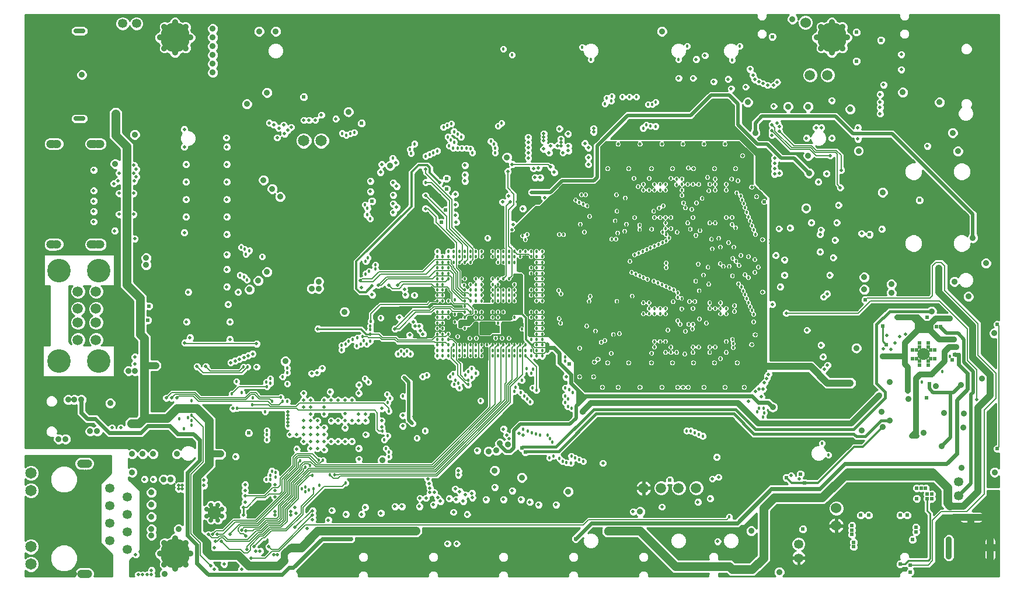
<source format=gbr>
G75*
G70*
%OFA0B0*%
%FSLAX24Y24*%
%IPPOS*%
%LPD*%
%AMOC8*
5,1,8,0,0,1.08239X$1,22.5*
%
%ADD10C,0.0356*%
%ADD11C,0.0600*%
%ADD12C,0.0531*%
%ADD13C,0.0709*%
%ADD14C,0.0238*%
%ADD15C,0.0650*%
%ADD16C,0.0472*%
%ADD17C,0.0591*%
%ADD18C,0.0277*%
%ADD19C,0.1345*%
%ADD20C,0.0768*%
%ADD21C,0.0886*%
%ADD22C,0.0180*%
%ADD23C,0.0198*%
%ADD24C,0.0237*%
%ADD25C,0.0354*%
%ADD26C,0.1699*%
%ADD27C,0.0400*%
%ADD28C,0.0100*%
%ADD29C,0.0200*%
%ADD30C,0.0060*%
%ADD31C,0.0050*%
%ADD32C,0.0700*%
%ADD33C,0.0160*%
%ADD34C,0.0500*%
%ADD35C,0.0300*%
%ADD36C,0.0120*%
%ADD37C,0.0320*%
%ADD38C,0.0240*%
%ADD39C,0.0080*%
D10*
X016627Y036310D03*
X016627Y036810D03*
X016627Y037310D03*
X016627Y037810D03*
X016627Y038310D03*
X016627Y038810D03*
X059501Y010892D03*
X059579Y010892D03*
X059697Y010892D03*
X059816Y010892D03*
X059934Y010892D03*
X060052Y010892D03*
X060170Y010892D03*
X060288Y010892D03*
X060367Y010892D03*
X061016Y009494D03*
X061016Y009376D03*
X061016Y009258D03*
X061016Y009140D03*
X061016Y009022D03*
X061016Y008904D03*
X061016Y008786D03*
X061016Y008668D03*
X058654Y008668D03*
X058654Y008786D03*
X058654Y008904D03*
X058654Y009022D03*
X058654Y009140D03*
X058654Y009258D03*
X058654Y009376D03*
X058654Y009494D03*
X058654Y009613D03*
D11*
X052227Y010410D03*
X052227Y011410D03*
X050477Y039160D03*
D12*
X012271Y039110D03*
X011483Y039110D03*
X010765Y012564D03*
X011765Y012064D03*
X010765Y011564D03*
X011765Y011064D03*
X010765Y010564D03*
X011765Y010064D03*
X010765Y009564D03*
X011765Y009064D03*
X050077Y009354D03*
X050077Y008567D03*
X059227Y012117D03*
X059227Y012904D03*
D13*
X057227Y020210D03*
D14*
X057483Y019817D03*
X057621Y019954D03*
X057857Y019954D03*
X057857Y020466D03*
X057621Y020466D03*
X057483Y020604D03*
X057483Y020840D03*
X056971Y020840D03*
X056971Y020604D03*
X056833Y020466D03*
X056597Y020466D03*
X056597Y019954D03*
X056833Y019954D03*
X056971Y019817D03*
X056971Y019580D03*
X057483Y019580D03*
D15*
X022827Y032410D03*
X021827Y032410D03*
X006257Y013413D03*
X006257Y012413D03*
X006257Y009208D03*
X006257Y008208D03*
D16*
X009111Y007661D03*
X009190Y007661D03*
X009269Y007661D03*
X009347Y007661D03*
X009426Y007661D03*
X009505Y007661D03*
X009505Y013960D03*
X009426Y013960D03*
X009347Y013960D03*
X009269Y013960D03*
X009190Y013960D03*
X009111Y013960D03*
X009662Y026486D03*
X009761Y026486D03*
X009879Y026486D03*
X010036Y026486D03*
X010095Y026486D03*
X010214Y026486D03*
X007753Y026496D03*
X007635Y026486D03*
X007477Y026486D03*
X007359Y026486D03*
X007359Y032234D03*
X007477Y032234D03*
X007635Y032234D03*
X007753Y032234D03*
X009662Y032234D03*
X009761Y032234D03*
X009879Y032234D03*
X010036Y032234D03*
X010095Y032234D03*
X010214Y032234D03*
X047427Y007910D03*
D17*
X044227Y012560D03*
X043227Y012560D03*
X042227Y012560D03*
X041227Y012560D03*
X009958Y021032D03*
X008927Y021032D03*
X008927Y022017D03*
X009958Y022017D03*
X009958Y022804D03*
X008927Y022804D03*
X008927Y023788D03*
X009958Y023788D03*
X050727Y036160D03*
X051727Y036160D03*
D18*
X017160Y011357D03*
X016924Y011593D03*
X016530Y011593D03*
X016294Y011357D03*
X016294Y010963D03*
X016530Y010727D03*
X016924Y010727D03*
X017160Y010963D03*
X009234Y033674D03*
X009156Y033674D03*
X009067Y033674D03*
X008969Y033674D03*
X008880Y033674D03*
X008801Y033674D03*
X008801Y038690D03*
X008880Y038690D03*
X008969Y038690D03*
X009067Y038690D03*
X009156Y038690D03*
X009234Y038690D03*
D19*
X010108Y024997D03*
X007864Y024997D03*
X007864Y019824D03*
X010108Y019824D03*
D20*
X016727Y011160D03*
D21*
X054977Y009860D03*
D22*
X051777Y014460D03*
X051427Y015110D03*
X048102Y016860D03*
X048052Y016635D03*
X047702Y016935D03*
X047827Y017135D03*
X048077Y017135D03*
X044602Y015535D03*
X044377Y015635D03*
X044152Y015735D03*
X043927Y015835D03*
X043677Y015835D03*
X037777Y014085D03*
X037552Y014185D03*
X037327Y014285D03*
X037102Y014385D03*
X037077Y013985D03*
X036827Y014010D03*
X036602Y014085D03*
X036427Y014260D03*
X036077Y014385D03*
X035852Y014285D03*
X036002Y015185D03*
X035877Y015385D03*
X035752Y015585D03*
X035302Y015585D03*
X035077Y015660D03*
X034852Y015735D03*
X034627Y015810D03*
X034352Y015935D03*
X034752Y017485D03*
X034577Y017660D03*
X034402Y017835D03*
X034227Y018010D03*
X033852Y018085D03*
X033927Y018310D03*
X034277Y018710D03*
X034802Y019135D03*
X034902Y019360D03*
X034552Y019385D03*
X034491Y020107D03*
X034806Y020107D03*
X035121Y020107D03*
X035436Y020107D03*
X035436Y020422D03*
X035436Y020737D03*
X035436Y021052D03*
X035436Y021367D03*
X035436Y021682D03*
X035436Y021997D03*
X035436Y022312D03*
X035436Y022627D03*
X035121Y022627D03*
X035121Y022312D03*
X035121Y021997D03*
X035121Y021682D03*
X035121Y021367D03*
X035121Y021052D03*
X035121Y020737D03*
X035121Y020422D03*
X034806Y020422D03*
X034491Y020422D03*
X034491Y020737D03*
X034176Y020737D03*
X034176Y020422D03*
X034176Y020107D03*
X033861Y020107D03*
X033861Y020422D03*
X033861Y020737D03*
X033546Y020737D03*
X033546Y020422D03*
X033546Y020107D03*
X033231Y020107D03*
X033231Y020422D03*
X033231Y020737D03*
X032916Y020737D03*
X032916Y020422D03*
X032916Y020107D03*
X032601Y020107D03*
X032601Y020422D03*
X032601Y020737D03*
X032286Y020737D03*
X031971Y020737D03*
X031656Y020737D03*
X031341Y020737D03*
X031026Y020737D03*
X030711Y020737D03*
X030396Y020737D03*
X030081Y020737D03*
X029766Y020737D03*
X029451Y020737D03*
X029451Y021052D03*
X029451Y021367D03*
X029451Y021682D03*
X029451Y021997D03*
X029451Y022312D03*
X029451Y022627D03*
X029766Y022627D03*
X029766Y022312D03*
X029766Y021997D03*
X029766Y021682D03*
X029766Y021367D03*
X029766Y021052D03*
X030081Y021052D03*
X030081Y021367D03*
X030081Y021682D03*
X030081Y021997D03*
X030081Y022312D03*
X030081Y022627D03*
X030467Y022480D03*
X030467Y022060D03*
X031026Y021997D03*
X031026Y022312D03*
X031006Y022607D03*
X031026Y022942D03*
X031026Y023257D03*
X031026Y023572D03*
X031026Y023887D03*
X030987Y024162D03*
X031341Y024202D03*
X031656Y024202D03*
X031656Y024517D03*
X031971Y024517D03*
X031971Y024202D03*
X031971Y023887D03*
X031656Y023887D03*
X031341Y023887D03*
X031341Y023572D03*
X031656Y023572D03*
X031971Y023572D03*
X031971Y023257D03*
X031656Y023257D03*
X031341Y023257D03*
X031341Y022627D03*
X031656Y022627D03*
X031971Y022627D03*
X031971Y022312D03*
X031656Y022312D03*
X031341Y022312D03*
X031341Y021997D03*
X031656Y021997D03*
X031971Y021997D03*
X031971Y021682D03*
X032286Y021682D03*
X032601Y021682D03*
X032601Y021997D03*
X032601Y022312D03*
X032601Y022627D03*
X032916Y022627D03*
X033231Y022627D03*
X033546Y022627D03*
X033861Y022627D03*
X033861Y022312D03*
X033861Y021997D03*
X033861Y021682D03*
X033546Y021682D03*
X033546Y021997D03*
X033546Y022312D03*
X033231Y022312D03*
X032916Y022312D03*
X032916Y021997D03*
X033231Y021997D03*
X033231Y021682D03*
X032916Y021682D03*
X032777Y021120D03*
X033157Y021110D03*
X033537Y021110D03*
X034287Y021640D03*
X034806Y021682D03*
X034806Y021367D03*
X034806Y021052D03*
X036497Y021970D03*
X036407Y022240D03*
X035436Y023257D03*
X035436Y023572D03*
X035436Y023887D03*
X035436Y024202D03*
X035436Y024517D03*
X035436Y024831D03*
X035121Y024831D03*
X035121Y024517D03*
X034806Y024517D03*
X034806Y024831D03*
X034806Y025146D03*
X035121Y025146D03*
X035436Y025146D03*
X035436Y025461D03*
X035121Y025461D03*
X034806Y025461D03*
X034491Y025461D03*
X034176Y025461D03*
X033861Y025461D03*
X033546Y025461D03*
X033231Y025461D03*
X032916Y025461D03*
X032601Y025461D03*
X032601Y025776D03*
X032916Y025776D03*
X033231Y025776D03*
X033546Y025776D03*
X033861Y025776D03*
X034176Y025776D03*
X034491Y025776D03*
X034806Y025776D03*
X035121Y025776D03*
X035436Y025776D03*
X035436Y026091D03*
X035121Y026091D03*
X034806Y026091D03*
X034491Y026091D03*
X034176Y026091D03*
X033861Y026091D03*
X033546Y026091D03*
X033231Y026091D03*
X032916Y026091D03*
X032601Y026091D03*
X031971Y026091D03*
X031971Y025776D03*
X031971Y025461D03*
X031656Y025461D03*
X031341Y025461D03*
X031026Y025461D03*
X030711Y025461D03*
X030396Y025461D03*
X030081Y025461D03*
X030081Y025146D03*
X030081Y024831D03*
X030081Y024517D03*
X029766Y024517D03*
X029766Y024831D03*
X029451Y024831D03*
X029451Y024517D03*
X029451Y024202D03*
X029766Y024202D03*
X029766Y023887D03*
X029451Y023887D03*
X029451Y023572D03*
X029766Y023572D03*
X030081Y023572D03*
X030081Y023257D03*
X029766Y023257D03*
X029451Y023257D03*
X030467Y023320D03*
X031026Y024517D03*
X029766Y025146D03*
X029451Y025146D03*
X029451Y025461D03*
X029766Y025461D03*
X029766Y025776D03*
X029451Y025776D03*
X029451Y026091D03*
X030081Y026091D03*
X030081Y025776D03*
X030396Y025776D03*
X030711Y025776D03*
X031026Y025776D03*
X031341Y025776D03*
X031656Y025776D03*
X031656Y026091D03*
X031341Y026091D03*
X031026Y026091D03*
X030711Y026091D03*
X030396Y026091D03*
X032327Y026860D03*
X034327Y026970D03*
X034477Y026760D03*
X034577Y027060D03*
X036427Y027050D03*
X036667Y027040D03*
X037627Y027635D03*
X037852Y027185D03*
X038142Y028085D03*
X038002Y028685D03*
X037777Y028785D03*
X037552Y028885D03*
X037352Y029015D03*
X037677Y029310D03*
X037927Y029310D03*
X039677Y029310D03*
X040177Y029135D03*
X040677Y029560D03*
X040922Y029785D03*
X041223Y029910D03*
X041223Y029595D03*
X041538Y029595D03*
X041853Y029595D03*
X042168Y029595D03*
X042483Y029595D03*
X042483Y029910D03*
X042168Y029910D03*
X041853Y029910D03*
X041538Y029910D03*
X041548Y030255D03*
X041863Y030255D03*
X042178Y030255D03*
X042493Y030255D03*
X042798Y030265D03*
X043113Y030225D03*
X043428Y030225D03*
X043743Y030225D03*
X043743Y029910D03*
X044058Y029910D03*
X044373Y029910D03*
X044058Y029595D03*
X043428Y029595D03*
X043428Y029280D03*
X043506Y028847D03*
X043625Y028572D03*
X043979Y028493D03*
X044254Y028847D03*
X044569Y029123D03*
X044963Y029556D03*
X045003Y029910D03*
X045317Y029910D03*
X045317Y029595D03*
X045947Y029595D03*
X045947Y029910D03*
X045947Y030225D03*
X046262Y030225D03*
X046627Y030110D03*
X046552Y029435D03*
X046777Y029260D03*
X046852Y029035D03*
X046952Y028810D03*
X047027Y028585D03*
X047127Y028310D03*
X047227Y028060D03*
X047327Y027835D03*
X047427Y027560D03*
X047527Y027310D03*
X047627Y027060D03*
X046476Y027435D03*
X046277Y027627D03*
X046277Y028028D03*
X045947Y028020D03*
X045317Y027706D03*
X045003Y027706D03*
X045342Y027366D03*
X045377Y027110D03*
X045527Y026835D03*
X045102Y026785D03*
X045152Y026235D03*
X045627Y026335D03*
X046077Y026585D03*
X046377Y026335D03*
X046787Y025860D03*
X047227Y025785D03*
X047577Y025610D03*
X047777Y025185D03*
X047577Y024885D03*
X047227Y024585D03*
X047027Y024760D03*
X046652Y024235D03*
X046827Y024060D03*
X046927Y023835D03*
X047027Y023610D03*
X047127Y023385D03*
X047227Y023160D03*
X047327Y022935D03*
X047427Y022710D03*
X047527Y022485D03*
X047527Y022060D03*
X046427Y022660D03*
X046430Y022981D03*
X045947Y022824D03*
X045947Y023139D03*
X045632Y023139D03*
X045317Y023139D03*
X045003Y023139D03*
X045003Y022824D03*
X045317Y022824D03*
X045632Y022824D03*
X045632Y022509D03*
X045947Y022509D03*
X044809Y021986D03*
X044427Y022210D03*
X044058Y022509D03*
X044058Y022824D03*
X044165Y023228D03*
X043850Y023228D03*
X043398Y023169D03*
X043402Y023400D03*
X043177Y023460D03*
X043177Y023710D03*
X042951Y023885D03*
X042726Y023985D03*
X042501Y024085D03*
X042276Y024185D03*
X042051Y024285D03*
X041827Y024385D03*
X041451Y024485D03*
X041226Y024585D03*
X041001Y024685D03*
X040776Y024785D03*
X040551Y024885D03*
X040452Y025510D03*
X040726Y025885D03*
X040951Y025985D03*
X041176Y026085D03*
X041401Y026185D03*
X041626Y026285D03*
X041851Y026385D03*
X042076Y026485D03*
X042301Y026585D03*
X042521Y026685D03*
X042673Y026859D03*
X042522Y027036D03*
X042325Y027194D03*
X042483Y027391D03*
X042483Y027706D03*
X042483Y028020D03*
X042798Y028020D03*
X042798Y027706D03*
X042798Y027391D03*
X043137Y027180D03*
X043900Y027351D03*
X043743Y027706D03*
X043743Y028020D03*
X044058Y028020D03*
X044058Y027706D03*
X044451Y027272D03*
X044215Y026997D03*
X044352Y025364D03*
X044902Y025185D03*
X044652Y024735D03*
X044202Y024385D03*
X044952Y024206D03*
X044402Y023835D03*
X043403Y022799D03*
X043113Y022509D03*
X043177Y022110D03*
X043327Y021910D03*
X043802Y021910D03*
X044052Y021910D03*
X044027Y021660D03*
X043627Y021510D03*
X044058Y020934D03*
X044058Y020619D03*
X044373Y020619D03*
X044058Y020304D03*
X043585Y020225D03*
X043428Y020619D03*
X043113Y020619D03*
X043113Y020304D03*
X042798Y020304D03*
X042798Y020619D03*
X042483Y020934D03*
X042168Y020934D03*
X041853Y020934D03*
X041853Y020619D03*
X042168Y020619D03*
X042010Y020265D03*
X041695Y020265D03*
X041380Y020265D03*
X041538Y020619D03*
X042483Y020304D03*
X042627Y021585D03*
X042483Y022509D03*
X042483Y022824D03*
X042483Y023139D03*
X042168Y023139D03*
X041853Y023139D03*
X041538Y023139D03*
X041223Y023139D03*
X041223Y022824D03*
X041538Y022824D03*
X041853Y022824D03*
X042168Y022824D03*
X042168Y022509D03*
X041853Y022509D03*
X041538Y022509D03*
X041223Y022509D03*
X039702Y023235D03*
X040577Y023535D03*
X042916Y023207D03*
X042527Y025160D03*
X042527Y025410D03*
X042148Y027410D03*
X042168Y027706D03*
X042168Y028020D03*
X041853Y028020D03*
X041802Y028385D03*
X042127Y028560D03*
X042351Y028685D03*
X043113Y029595D03*
X043103Y029900D03*
X043428Y029910D03*
X043777Y030860D03*
X044884Y030304D03*
X045121Y030383D03*
X045317Y030225D03*
X041538Y027706D03*
X041695Y027351D03*
X041380Y027351D03*
X041002Y027335D03*
X041002Y027585D03*
X040727Y028010D03*
X040252Y027635D03*
X040152Y027235D03*
X039752Y027135D03*
X039652Y026785D03*
X039402Y026785D03*
X039602Y027835D03*
X039702Y028385D03*
X040677Y030260D03*
X041202Y033135D03*
X041377Y033310D03*
X041627Y033260D03*
X041902Y033235D03*
X041727Y034485D03*
X041927Y034610D03*
X041477Y034485D03*
X040827Y034910D03*
X040427Y034910D03*
X040027Y034910D03*
X039427Y034960D03*
X039377Y034685D03*
X039127Y034860D03*
X039027Y034510D03*
X038227Y037050D03*
X037727Y037760D03*
X033727Y037310D03*
X033227Y037660D03*
X033127Y033410D03*
X032927Y033260D03*
X032502Y032385D03*
X032677Y032210D03*
X032752Y031985D03*
X032752Y031735D03*
X031452Y031735D03*
X031352Y031960D03*
X031102Y031985D03*
X030852Y031985D03*
X030602Y031985D03*
X030352Y031985D03*
X030127Y032110D03*
X030402Y032335D03*
X030202Y032460D03*
X030052Y032635D03*
X030402Y032935D03*
X030602Y032785D03*
X030802Y032635D03*
X030027Y033285D03*
X029802Y033185D03*
X030252Y033385D03*
X028152Y032235D03*
X027877Y031910D03*
X027952Y031685D03*
X026902Y031410D03*
X028777Y031535D03*
X029002Y031635D03*
X029227Y031735D03*
X029452Y031835D03*
X028777Y030035D03*
X025467Y028540D03*
X025327Y028750D03*
X025437Y028170D03*
X025607Y027960D03*
X025487Y025730D03*
X025367Y025520D03*
X025907Y025310D03*
X025907Y025070D03*
X025547Y024950D03*
X025367Y024800D03*
X028137Y023585D03*
X026227Y022281D03*
X025652Y022085D03*
X025627Y021810D03*
X025627Y021610D03*
X025627Y021360D03*
X025627Y020960D03*
X025427Y020785D03*
X025252Y020985D03*
X025177Y021210D03*
X024877Y021160D03*
X024627Y021060D03*
X024377Y020960D03*
X024202Y020785D03*
X023977Y020710D03*
X023977Y020460D03*
X024852Y020685D03*
X025077Y020785D03*
X027202Y020235D03*
X027377Y020385D03*
X027552Y020235D03*
X027727Y020385D03*
X027902Y020235D03*
X028607Y018935D03*
X028837Y019010D03*
X029451Y020107D03*
X029451Y020422D03*
X029766Y020422D03*
X029766Y020107D03*
X030081Y020107D03*
X030081Y020422D03*
X030396Y020422D03*
X030396Y020107D03*
X030711Y020107D03*
X030711Y020422D03*
X031026Y020422D03*
X031026Y020107D03*
X031341Y020107D03*
X031341Y020422D03*
X031656Y020422D03*
X031656Y020107D03*
X031971Y020107D03*
X031971Y020422D03*
X031687Y021110D03*
X031307Y021110D03*
X030617Y021220D03*
X031026Y021682D03*
X031341Y021682D03*
X032601Y023257D03*
X032601Y023572D03*
X032601Y023887D03*
X032601Y024202D03*
X032601Y024517D03*
X032916Y024517D03*
X033231Y024517D03*
X033546Y024517D03*
X033861Y024517D03*
X033861Y024202D03*
X033546Y024202D03*
X033231Y024202D03*
X032916Y024202D03*
X032916Y023887D03*
X033231Y023887D03*
X033546Y023887D03*
X033861Y023887D03*
X033861Y023572D03*
X033546Y023572D03*
X033231Y023572D03*
X032916Y023572D03*
X032916Y023257D03*
X033231Y023257D03*
X033546Y023257D03*
X033861Y023257D03*
X034806Y023257D03*
X035121Y023257D03*
X035121Y023572D03*
X035121Y023887D03*
X035121Y024202D03*
X034806Y024202D03*
X034806Y023887D03*
X034806Y023572D03*
X034806Y022942D03*
X034806Y022627D03*
X034806Y022312D03*
X036527Y023660D03*
X036377Y023860D03*
X038177Y023510D03*
X038127Y023235D03*
X037977Y021810D03*
X038477Y021535D03*
X038802Y020885D03*
X039027Y020985D03*
X039502Y021335D03*
X039852Y021385D03*
X039377Y020260D03*
X037577Y020560D03*
X036752Y020060D03*
X036752Y019810D03*
X036752Y018285D03*
X036977Y018185D03*
X037177Y018035D03*
X036902Y017660D03*
X036752Y017835D03*
X036752Y017460D03*
X036902Y017235D03*
X037127Y017135D03*
X035102Y018160D03*
X034877Y018285D03*
X031927Y017560D03*
X031202Y018470D03*
X031227Y018720D03*
X031402Y018885D03*
X031652Y019135D03*
X031402Y019385D03*
X031227Y019210D03*
X031052Y019035D03*
X030652Y018560D03*
X030477Y018710D03*
X030402Y018485D03*
X030702Y018285D03*
X030177Y018910D03*
X030352Y019085D03*
X027477Y017810D03*
X026757Y017690D03*
X026627Y017460D03*
X026587Y017910D03*
X026677Y016960D03*
X026327Y015810D03*
X026627Y015540D03*
X026427Y015310D03*
X026527Y014810D03*
X026677Y014610D03*
X026677Y014360D03*
X028277Y015410D03*
X028752Y015835D03*
X025527Y018610D03*
X025327Y018810D03*
X020877Y018510D03*
X020607Y018910D03*
X020877Y019160D03*
X020877Y019410D03*
X019927Y018810D03*
X019927Y018560D03*
X019677Y018610D03*
X019727Y018360D03*
X020527Y017760D03*
X020627Y017510D03*
X020877Y017510D03*
X020027Y017510D03*
X019627Y016910D03*
X018877Y017310D03*
X018927Y017710D03*
X018277Y018010D03*
X017727Y017960D03*
X017977Y018660D03*
X018377Y019490D03*
X018627Y019490D03*
X015427Y017560D03*
X015427Y016710D03*
X015227Y016580D03*
X015427Y016410D03*
X015427Y016160D03*
X014977Y015960D03*
X014727Y016510D03*
X018027Y017110D03*
X019727Y015860D03*
X019727Y015610D03*
X019727Y015310D03*
X020002Y013535D03*
X020227Y013440D03*
X020227Y013200D03*
X019927Y013300D03*
X019927Y013060D03*
X019677Y013060D03*
X021702Y012510D03*
X021927Y012610D03*
X022127Y012460D03*
X021902Y012360D03*
X022377Y012535D03*
X022727Y012735D03*
X022302Y013285D03*
X022177Y013860D03*
X021927Y013760D03*
X021627Y014110D03*
X022677Y014160D03*
X022927Y014160D03*
X023327Y013310D03*
X023577Y013310D03*
X024227Y012860D03*
X018577Y024460D03*
X018402Y024635D03*
X018177Y024735D03*
X018527Y025935D03*
X018702Y026135D03*
X018457Y026210D03*
X018247Y026330D03*
X019452Y025785D03*
X024027Y032835D03*
X024252Y032735D03*
X024477Y032810D03*
X024702Y032885D03*
X043227Y037050D03*
X043727Y037810D03*
X046277Y037010D03*
X046727Y037810D03*
X046327Y025685D03*
X046502Y025510D03*
X046677Y025285D03*
X046127Y025235D03*
X045777Y025235D03*
X045602Y025385D03*
X046302Y024685D03*
X046302Y021052D03*
X046341Y020816D03*
X046341Y020580D03*
X045947Y020304D03*
X045632Y020304D03*
X045317Y020304D03*
X045003Y020304D03*
X045003Y020619D03*
X045317Y020619D03*
X045947Y020934D03*
X045627Y019960D03*
X057117Y018610D03*
X058297Y019210D03*
X058727Y020100D03*
X046127Y010910D03*
D23*
X045027Y011960D03*
X044327Y011760D03*
X045152Y013085D03*
X045502Y013185D03*
X045402Y014335D03*
X042277Y011485D03*
X040627Y011210D03*
X036227Y011610D03*
X035227Y011610D03*
X034727Y011760D03*
X034227Y011910D03*
X033727Y012410D03*
X033227Y011910D03*
X032727Y012610D03*
X032227Y011910D03*
X031452Y012010D03*
X031427Y012260D03*
X031052Y012185D03*
X030727Y012360D03*
X030477Y012510D03*
X030527Y011910D03*
X030127Y011960D03*
X029627Y011810D03*
X029477Y012010D03*
X029277Y012310D03*
X029027Y012310D03*
X029027Y012560D03*
X028977Y012810D03*
X028902Y013085D03*
X028277Y012360D03*
X028452Y011985D03*
X028802Y011985D03*
X029227Y011610D03*
X028427Y011510D03*
X027427Y011510D03*
X027027Y011510D03*
X026227Y011135D03*
X025327Y011460D03*
X025127Y011060D03*
X024227Y011060D03*
X023427Y011285D03*
X022327Y011260D03*
X022327Y011010D03*
X022327Y010760D03*
X022027Y010260D03*
X021327Y010310D03*
X021077Y011010D03*
X021077Y011210D03*
X021377Y011110D03*
X021327Y011460D03*
X020177Y011210D03*
X020177Y011010D03*
X019727Y011810D03*
X020177Y012060D03*
X020177Y012410D03*
X020177Y012760D03*
X019227Y011510D03*
X019027Y011410D03*
X018827Y011410D03*
X018377Y011460D03*
X018477Y011760D03*
X018477Y012110D03*
X018477Y012410D03*
X018477Y012760D03*
X017927Y014360D03*
X016127Y013010D03*
X016127Y012710D03*
X014877Y012710D03*
X014877Y012510D03*
X014677Y012510D03*
X014677Y012710D03*
X013227Y013060D03*
X012727Y013060D03*
X011377Y016010D03*
X010877Y016010D03*
X013977Y017710D03*
X014277Y017710D03*
X014577Y017710D03*
X015727Y019510D03*
X016227Y019510D03*
X017227Y019460D03*
X017227Y019660D03*
X017652Y019735D03*
X017902Y019835D03*
X018152Y019935D03*
X018402Y020035D03*
X018652Y020135D03*
X018902Y020235D03*
X019127Y019485D03*
X019127Y020810D03*
X017602Y021060D03*
X017602Y022060D03*
X017502Y023060D03*
X018077Y023760D03*
X017427Y024060D03*
X017427Y025060D03*
X017427Y025910D03*
X017427Y027060D03*
X017427Y028060D03*
X017427Y029060D03*
X017427Y030060D03*
X017427Y031060D03*
X017427Y032060D03*
X017402Y032585D03*
X019852Y033435D03*
X020102Y033335D03*
X020402Y033135D03*
X020677Y033310D03*
X020902Y033010D03*
X020727Y032810D03*
X020302Y032585D03*
X021102Y033185D03*
X021827Y033585D03*
X022127Y033585D03*
X022477Y033585D03*
X022827Y033885D03*
X023652Y033660D03*
X027077Y031160D03*
X026277Y031060D03*
X026202Y030610D03*
X025627Y030110D03*
X025627Y029510D03*
X026927Y029310D03*
X027127Y029810D03*
X026927Y030010D03*
X026927Y028810D03*
X027127Y028610D03*
X026927Y028310D03*
X028777Y028535D03*
X028977Y028160D03*
X028777Y029285D03*
X029577Y029285D03*
X030477Y029360D03*
X031027Y030110D03*
X031027Y030460D03*
X031027Y031010D03*
X029577Y030785D03*
X028777Y030785D03*
X029577Y030035D03*
X030477Y028760D03*
X030477Y028160D03*
X030527Y027760D03*
X033177Y028910D03*
X033627Y028910D03*
X033527Y029260D03*
X034027Y028910D03*
X034327Y028535D03*
X034827Y029460D03*
X035577Y029160D03*
X035327Y030310D03*
X035027Y030310D03*
X034943Y030835D03*
X035227Y030860D03*
X035927Y030910D03*
X036125Y030604D03*
X034648Y031426D03*
X034648Y031721D03*
X034648Y032017D03*
X034648Y032312D03*
X034638Y032607D03*
X035534Y032607D03*
X035534Y032410D03*
X035534Y032804D03*
X035928Y032115D03*
X036312Y032125D03*
X036508Y032115D03*
X036508Y032312D03*
X036508Y032509D03*
X036912Y032804D03*
X036420Y033099D03*
X036932Y032115D03*
X036932Y031839D03*
X036617Y031721D03*
X037877Y032260D03*
X038077Y032010D03*
X039177Y032210D03*
X039777Y032210D03*
X040377Y032210D03*
X040527Y032560D03*
X040527Y032760D03*
X040777Y032760D03*
X040777Y032560D03*
X041027Y032210D03*
X041677Y032210D03*
X042277Y032210D03*
X042877Y032210D03*
X043477Y032210D03*
X044077Y032210D03*
X044677Y032210D03*
X045277Y032210D03*
X045877Y032210D03*
X046477Y032210D03*
X046877Y031550D03*
X047077Y030810D03*
X046477Y030810D03*
X045877Y030810D03*
X045277Y030810D03*
X044077Y030810D03*
X043477Y030810D03*
X042877Y030810D03*
X042277Y030810D03*
X041677Y030810D03*
X040927Y030810D03*
X040377Y030810D03*
X039777Y030810D03*
X039177Y030810D03*
X038077Y031060D03*
X038077Y031460D03*
X038377Y032910D03*
X038377Y033110D03*
X035829Y031721D03*
X035514Y031938D03*
X033727Y031060D03*
X033477Y030660D03*
X033777Y027635D03*
X033727Y027310D03*
X035127Y027735D03*
X027577Y023910D03*
X027627Y023610D03*
X027177Y024160D03*
X026677Y024160D03*
X026077Y024160D03*
X025727Y024110D03*
X025727Y023610D03*
X025127Y024010D03*
X025052Y024410D03*
X027277Y022310D03*
X027027Y021660D03*
X027877Y021310D03*
X028177Y021810D03*
X028427Y021810D03*
X028477Y021560D03*
X028627Y021360D03*
X028077Y022060D03*
X026827Y020810D03*
X027552Y018885D03*
X027527Y017360D03*
X027527Y017160D03*
X027477Y016710D03*
X028127Y016660D03*
X028027Y016260D03*
X028177Y015960D03*
X027477Y016110D03*
X026277Y016060D03*
X026277Y016410D03*
X026277Y017110D03*
X025357Y016800D03*
X025357Y016406D03*
X024963Y016406D03*
X024569Y016406D03*
X024176Y016406D03*
X023782Y016406D03*
X023388Y016406D03*
X022995Y016013D03*
X022601Y016013D03*
X022601Y016406D03*
X022207Y016406D03*
X022207Y016013D03*
X021814Y016013D03*
X021814Y016406D03*
X022207Y016800D03*
X022207Y017194D03*
X022207Y017587D03*
X021814Y017587D03*
X021814Y017194D03*
X021814Y017981D03*
X022995Y017587D03*
X022995Y017194D03*
X022995Y016800D03*
X024177Y016810D03*
X024963Y016800D03*
X024569Y017587D03*
X024176Y017587D03*
X023782Y017587D03*
X023388Y017587D03*
X023331Y018060D03*
X022577Y019160D03*
X022277Y019110D03*
X022877Y019410D03*
X024977Y018460D03*
X024963Y017981D03*
X024177Y016010D03*
X022995Y015619D03*
X022995Y015225D03*
X023388Y015225D03*
X023782Y015225D03*
X024176Y015225D03*
X024569Y015225D03*
X024963Y014831D03*
X024977Y014210D03*
X022995Y014753D03*
X022601Y014831D03*
X022207Y014831D03*
X022207Y015225D03*
X021814Y015225D03*
X021814Y015619D03*
X022207Y015619D03*
X022601Y015619D03*
X022601Y015225D03*
X021420Y015619D03*
X021026Y015619D03*
X020927Y016110D03*
X020927Y016310D03*
X020927Y016510D03*
X020927Y016710D03*
X020927Y016910D03*
X021420Y014792D03*
X017777Y017110D03*
X012177Y019660D03*
X012177Y020060D03*
X015027Y020860D03*
X015327Y021160D03*
X015127Y022060D03*
X015227Y023760D03*
X012177Y026810D03*
X011227Y026760D03*
X011027Y026760D03*
X011027Y027260D03*
X011277Y028210D03*
X012117Y028210D03*
X012117Y029410D03*
X012147Y030110D03*
X012267Y030350D03*
X012117Y030560D03*
X012267Y030770D03*
X012127Y031010D03*
X011277Y030560D03*
X011227Y030110D03*
X010977Y029960D03*
X011277Y029410D03*
X009827Y029557D03*
X009827Y028967D03*
X009827Y028376D03*
X009827Y027785D03*
X009827Y030738D03*
X015002Y032060D03*
X015002Y033060D03*
X015102Y031060D03*
X015102Y030060D03*
X015102Y029060D03*
X015102Y028060D03*
X015002Y027160D03*
X022627Y021660D03*
X025357Y015619D03*
X030652Y013560D03*
X030652Y013310D03*
X030927Y011810D03*
X031152Y011060D03*
X030377Y011185D03*
X030552Y009385D03*
X030027Y009385D03*
X023227Y010735D03*
X020327Y008760D03*
X020127Y008760D03*
X019827Y009210D03*
X019327Y009210D03*
X019327Y008960D03*
X019077Y008960D03*
X018977Y009210D03*
X018577Y009060D03*
X018527Y009810D03*
X018527Y010110D03*
X018277Y010160D03*
X017627Y009910D03*
X017127Y009510D03*
X016777Y009510D03*
X016727Y009160D03*
X016627Y009910D03*
X016877Y009910D03*
X016377Y009910D03*
X017277Y008210D03*
X017877Y008210D03*
X018277Y007910D03*
X018827Y008560D03*
X016727Y007910D03*
X016527Y008110D03*
X013127Y007860D03*
X013127Y007610D03*
X012877Y007610D03*
X012627Y007610D03*
X012377Y007610D03*
X012227Y008760D03*
X018377Y011010D03*
X019027Y010910D03*
X006277Y014110D03*
X005977Y014110D03*
X005977Y007560D03*
X006277Y007560D03*
X031727Y014710D03*
X033402Y015585D03*
X033552Y015385D03*
X034102Y015685D03*
X034352Y015585D03*
X033227Y015935D03*
X032927Y016080D03*
X036802Y018910D03*
X037577Y018910D03*
X038377Y018910D03*
X038877Y018310D03*
X039177Y018310D03*
X039477Y018310D03*
X039777Y018310D03*
X040077Y018310D03*
X040377Y018310D03*
X041027Y018310D03*
X041677Y018310D03*
X041977Y018310D03*
X042277Y018310D03*
X042577Y018310D03*
X042877Y018310D03*
X043177Y018310D03*
X043477Y018310D03*
X043777Y018310D03*
X044077Y018310D03*
X044677Y018310D03*
X045277Y018310D03*
X045877Y018310D03*
X046477Y018310D03*
X046977Y018310D03*
X047602Y018085D03*
X047802Y018235D03*
X048052Y018210D03*
X048127Y018585D03*
X048252Y018810D03*
X048352Y019060D03*
X047077Y019710D03*
X046577Y019710D03*
X045877Y019710D03*
X045277Y019710D03*
X044677Y019710D03*
X044077Y019710D03*
X043477Y019710D03*
X042877Y019710D03*
X042277Y019710D03*
X041677Y019710D03*
X041027Y019710D03*
X040377Y019710D03*
X039777Y019710D03*
X039177Y019710D03*
X038627Y019910D03*
X038427Y019760D03*
X038902Y013985D03*
X045452Y009510D03*
X049652Y013285D03*
X050102Y013085D03*
X047202Y017535D03*
X047952Y017785D03*
X051552Y019360D03*
X051727Y019585D03*
X051477Y020060D03*
X051352Y020735D03*
X050552Y021585D03*
X049377Y022560D03*
X048577Y023060D03*
X048027Y023760D03*
X049027Y024060D03*
X049277Y024735D03*
X049277Y025610D03*
X048777Y025860D03*
X048477Y026560D03*
X048477Y026760D03*
X048027Y026760D03*
X048952Y027385D03*
X049592Y027435D03*
X050802Y027735D03*
X051352Y027310D03*
X051302Y027060D03*
X052152Y026735D03*
X052052Y025735D03*
X051302Y026060D03*
X051852Y024735D03*
X051702Y023660D03*
X051502Y023485D03*
X048027Y025135D03*
X048027Y025385D03*
X048027Y028160D03*
X047677Y029210D03*
X047402Y029760D03*
X048702Y030510D03*
X048977Y030560D03*
X048702Y030810D03*
X048702Y031110D03*
X048702Y031410D03*
X048552Y032735D03*
X048552Y032985D03*
X048552Y033335D03*
X048852Y033435D03*
X048977Y033210D03*
X048977Y032960D03*
X050527Y032560D03*
X051077Y033160D03*
X051377Y033160D03*
X051977Y032560D03*
X051877Y031560D03*
X052502Y030735D03*
X051677Y030535D03*
X051202Y030060D03*
X052452Y029735D03*
X052352Y028735D03*
X052252Y027735D03*
X053677Y027110D03*
X054827Y027360D03*
X057427Y032110D03*
X054727Y033960D03*
X054727Y034310D03*
X054727Y034610D03*
X054727Y035060D03*
X054927Y035610D03*
X055946Y036479D03*
X055942Y037345D03*
X051977Y034710D03*
X053467Y033160D03*
X053467Y032510D03*
X048652Y034385D03*
X048652Y035585D03*
X048852Y035760D03*
X048302Y035585D03*
X048052Y035685D03*
X047802Y035785D03*
X047577Y035910D03*
X047477Y036160D03*
X047302Y036510D03*
X046052Y035935D03*
X046227Y035385D03*
X047052Y035485D03*
X045227Y035785D03*
X044052Y035985D03*
X043227Y035985D03*
X044227Y037060D03*
X044727Y037285D03*
X047602Y021310D03*
X047402Y020760D03*
X054927Y020510D03*
X055352Y020485D03*
X055577Y020860D03*
X055847Y021235D03*
X056177Y021360D03*
X055127Y021285D03*
X060252Y017635D03*
D24*
X057547Y018510D03*
X057377Y017710D03*
X056327Y018120D03*
X056327Y018360D03*
X058847Y019870D03*
X058977Y020190D03*
X059217Y020190D03*
X061277Y020260D03*
X061277Y020510D03*
X061277Y020760D03*
X061277Y021010D03*
X061427Y021910D03*
X058197Y021790D03*
X057957Y021790D03*
X057417Y022310D03*
X056877Y022310D03*
X056627Y022310D03*
X055977Y022310D03*
X055727Y022310D03*
X054877Y021810D03*
X055077Y020760D03*
X052927Y020610D03*
X053877Y023310D03*
X054127Y027060D03*
X056977Y029010D03*
X048127Y028910D03*
X048027Y022360D03*
X056527Y015560D03*
X056827Y015560D03*
X055677Y013560D03*
X055677Y013360D03*
X055677Y013160D03*
X055427Y013160D03*
X055427Y013360D03*
X055427Y013560D03*
X056827Y012560D03*
X057077Y012560D03*
X057327Y012560D03*
X057427Y012210D03*
X057427Y011960D03*
X057677Y011960D03*
X057677Y012210D03*
X056827Y011960D03*
X056277Y011010D03*
X055877Y011010D03*
X056777Y010310D03*
X056777Y010060D03*
X056577Y009610D03*
X056827Y008810D03*
X057077Y008810D03*
X057327Y008810D03*
X057977Y008810D03*
X056457Y008160D03*
X056457Y007760D03*
X055877Y008210D03*
X053227Y009210D03*
X053227Y009460D03*
X053127Y009910D03*
X053127Y010160D03*
X053127Y010410D03*
X053627Y011010D03*
X054077Y011010D03*
X050327Y010210D03*
X050427Y012860D03*
X050177Y013360D03*
X049377Y013160D03*
X042727Y013010D03*
X042627Y009610D03*
X044227Y008760D03*
X040227Y008760D03*
X037348Y009660D03*
X036227Y008760D03*
X032227Y008760D03*
X028227Y008760D03*
X025177Y008160D03*
X024527Y009660D03*
X018677Y015710D03*
X017877Y016360D03*
X018877Y018660D03*
X012927Y022160D03*
X012977Y022960D03*
X025727Y028960D03*
X029677Y027760D03*
X029927Y028460D03*
X029977Y029660D03*
X029977Y030260D03*
X025127Y033410D03*
X021827Y034910D03*
X027877Y021860D03*
X035552Y018910D03*
X036977Y019660D03*
X034277Y014860D03*
X034477Y014610D03*
X061427Y014810D03*
X053377Y036960D03*
X053377Y037560D03*
X053377Y038160D03*
X053377Y038610D03*
X054777Y038160D03*
X048577Y038360D03*
D25*
X049727Y039360D03*
X051367Y038920D03*
X051111Y038310D03*
X051977Y039176D03*
X052587Y038920D03*
X052843Y038310D03*
X052587Y037700D03*
X051977Y037444D03*
X051367Y037700D03*
X053227Y035660D03*
X053027Y034210D03*
X050627Y034360D03*
X049477Y034360D03*
X047177Y034610D03*
X045677Y034610D03*
X045227Y034610D03*
X047602Y032860D03*
X047577Y031860D03*
X048952Y032060D03*
X050627Y031560D03*
X050677Y030560D03*
X050502Y028560D03*
X047977Y029760D03*
X053502Y031835D03*
X054877Y029460D03*
X059177Y031810D03*
X058877Y032860D03*
X058127Y034610D03*
X056027Y035180D03*
X060027Y026860D03*
X060077Y025410D03*
X060777Y025410D03*
X058977Y024360D03*
X059777Y023510D03*
X060627Y023860D03*
X058727Y022260D03*
X058327Y022260D03*
X057677Y022660D03*
X055377Y023710D03*
X055377Y024210D03*
X053827Y023910D03*
X053827Y024610D03*
X058077Y025110D03*
X061252Y021410D03*
X059077Y020630D03*
X058952Y021060D03*
X060552Y018810D03*
X059347Y018460D03*
X057907Y018400D03*
X056352Y017660D03*
X055277Y018610D03*
X054677Y017860D03*
X054827Y016910D03*
X055277Y016410D03*
X054877Y016040D03*
X053677Y015860D03*
X057227Y015710D03*
X058247Y014940D03*
X059487Y016010D03*
X059527Y016810D03*
X058377Y016860D03*
X061227Y015310D03*
X059377Y013710D03*
X061277Y013460D03*
X056027Y012110D03*
X056027Y011760D03*
X056027Y011410D03*
X054977Y011760D03*
X054627Y011760D03*
X054627Y012110D03*
X054977Y012110D03*
X051977Y009676D03*
X052587Y009420D03*
X052843Y008810D03*
X052587Y008200D03*
X051977Y007944D03*
X051367Y008200D03*
X051111Y008810D03*
X051367Y009420D03*
X048777Y009810D03*
X047377Y010110D03*
X047127Y009160D03*
X048977Y007760D03*
X050977Y011160D03*
X054627Y008910D03*
X054977Y008910D03*
X055327Y008910D03*
X055677Y008910D03*
X057977Y008160D03*
X058227Y007910D03*
X058477Y007660D03*
X058977Y007660D03*
X059477Y007660D03*
X059977Y007660D03*
X060477Y007660D03*
X060977Y007660D03*
X057977Y007660D03*
X046327Y011910D03*
X041027Y011210D03*
X039677Y010110D03*
X039227Y010110D03*
X038977Y009360D03*
X037327Y008085D03*
X037727Y011860D03*
X036927Y012360D03*
X034277Y013160D03*
X032727Y013560D03*
X032827Y014710D03*
X033027Y015110D03*
X033477Y015060D03*
X032377Y014660D03*
X037752Y016935D03*
X048602Y017185D03*
X053027Y018560D03*
X054877Y020090D03*
X053377Y020560D03*
X053377Y021560D03*
X033427Y031460D03*
X026752Y030985D03*
X024377Y034060D03*
X020727Y035260D03*
X019727Y035160D03*
X018577Y034510D03*
X015087Y037700D03*
X014477Y037444D03*
X013867Y037700D03*
X013611Y038310D03*
X013867Y038920D03*
X014477Y039176D03*
X015087Y038920D03*
X015343Y038310D03*
X019277Y038660D03*
X020227Y038660D03*
X012177Y032760D03*
X011077Y033510D03*
X011077Y033960D03*
X009157Y036182D03*
X011057Y031090D03*
X012827Y025710D03*
X012827Y025310D03*
X012527Y023060D03*
X013377Y019560D03*
X012177Y019260D03*
X011827Y019260D03*
X011377Y017410D03*
X010777Y017410D03*
X011977Y016260D03*
X013377Y015560D03*
X013927Y015560D03*
X014577Y014510D03*
X013227Y014510D03*
X012627Y014510D03*
X012027Y014510D03*
X011377Y015160D03*
X010027Y015810D03*
X009627Y015810D03*
X008227Y015360D03*
X007827Y015360D03*
X008077Y014010D03*
X008577Y014010D03*
X007577Y014010D03*
X007077Y014010D03*
X006577Y014010D03*
X009077Y013310D03*
X009827Y012560D03*
X009827Y012060D03*
X009577Y011560D03*
X009827Y010810D03*
X009077Y010810D03*
X009577Y010060D03*
X009827Y009560D03*
X008577Y010060D03*
X008077Y010810D03*
X007577Y010060D03*
X007077Y010810D03*
X006577Y010060D03*
X006077Y010810D03*
X006577Y011560D03*
X007577Y011560D03*
X008577Y011560D03*
X010077Y013860D03*
X010077Y014210D03*
X012027Y013460D03*
X013127Y012310D03*
X013827Y013060D03*
X014227Y013060D03*
X013127Y011610D03*
X013127Y010910D03*
X013127Y010210D03*
X013127Y009860D03*
X013867Y009420D03*
X013618Y008810D03*
X013867Y008200D03*
X013877Y007660D03*
X014477Y007944D03*
X015087Y008200D03*
X015343Y008810D03*
X015087Y009420D03*
X014477Y009676D03*
X014677Y010210D03*
X010627Y008410D03*
X010227Y008410D03*
X010227Y008060D03*
X010227Y007660D03*
X009727Y008410D03*
X009227Y008410D03*
X008727Y007660D03*
X008227Y007660D03*
X007727Y007660D03*
X007227Y007660D03*
X006677Y007660D03*
X007227Y008160D03*
X016377Y014510D03*
X016727Y014510D03*
X017077Y014510D03*
X017877Y016060D03*
X020777Y019810D03*
X021327Y019860D03*
X021827Y019860D03*
X024152Y022635D03*
X022677Y023960D03*
X022277Y023960D03*
X022677Y024360D03*
X019727Y024910D03*
X019227Y024410D03*
X018727Y023910D03*
X020477Y029210D03*
X020027Y029660D03*
X019527Y030160D03*
X009127Y017610D03*
X008727Y017610D03*
X008377Y017610D03*
X026327Y014160D03*
X027227Y010110D03*
X028227Y010110D03*
X042277Y037160D03*
X042277Y038660D03*
D26*
X051977Y038310D03*
X014477Y038310D03*
X014477Y008810D03*
X051977Y008810D03*
D27*
X058627Y010560D02*
X058959Y010892D01*
X059934Y010892D01*
X059934Y010167D01*
X059727Y009960D01*
X060327Y009810D02*
X061016Y009810D01*
X061016Y010571D01*
X060695Y010892D01*
X059934Y010892D01*
X059477Y011510D02*
X060327Y012360D01*
X060327Y017160D01*
X061027Y017860D01*
X061027Y019010D01*
X060027Y020010D01*
X060027Y021810D01*
X058077Y023760D01*
X058077Y025110D01*
X051727Y018560D02*
X050777Y019510D01*
X048027Y019510D01*
X048027Y022360D01*
X051727Y018560D02*
X053027Y018560D01*
X058727Y011560D02*
X058777Y011510D01*
X059477Y011510D01*
X061016Y009810D02*
X061016Y009140D01*
X061357Y009140D01*
X061377Y009160D01*
X061016Y009140D02*
X060397Y009140D01*
X060227Y009310D01*
X061016Y009140D02*
X061016Y008050D01*
X060877Y007910D01*
X039702Y010060D02*
X039177Y010060D01*
X039177Y010110D01*
X039227Y010110D01*
X039677Y010110D02*
X039702Y010085D01*
X039702Y010060D01*
X021147Y009160D02*
X021077Y009160D01*
X020727Y008810D01*
X020727Y008410D01*
X020677Y008410D01*
X016277Y009410D02*
X016277Y009480D01*
X015727Y010030D01*
X015727Y010100D01*
X016377Y014510D02*
X016427Y014510D01*
X016727Y014510D01*
X017077Y014510D01*
X013377Y019560D02*
X012727Y019560D01*
X040577Y032660D02*
X040777Y032660D01*
X043277Y032660D01*
X045227Y034610D01*
X045677Y034610D01*
X045977Y034610D01*
X046227Y034360D01*
X046227Y033210D01*
X047577Y031860D01*
X047727Y031710D01*
D28*
X005927Y007867D02*
X005927Y007510D01*
X008755Y007510D01*
X008725Y007584D01*
X008725Y007737D01*
X008784Y007879D01*
X008892Y007988D01*
X009034Y008047D01*
X009188Y008047D01*
X009218Y008047D01*
X009267Y008067D01*
X009319Y008067D01*
X009319Y008047D01*
X009345Y008047D01*
X009347Y008046D01*
X009349Y008047D01*
X009376Y008047D01*
X009376Y008067D01*
X009428Y008067D01*
X009476Y008047D01*
X009503Y008047D01*
X009582Y008047D01*
X009724Y007988D01*
X009832Y007879D01*
X009891Y007737D01*
X009891Y007584D01*
X009861Y007510D01*
X010877Y007510D01*
X010877Y008760D01*
X010227Y009410D01*
X010227Y012810D01*
X010827Y013410D01*
X010827Y014410D01*
X005927Y014410D01*
X005927Y013753D01*
X005988Y013815D01*
X006163Y013887D01*
X006352Y013887D01*
X006526Y013815D01*
X006660Y013682D01*
X006732Y013507D01*
X006732Y013318D01*
X006660Y013144D01*
X006526Y013010D01*
X006352Y012938D01*
X006163Y012938D01*
X005988Y013010D01*
X005927Y013072D01*
X005927Y012753D01*
X005988Y012815D01*
X006163Y012887D01*
X006352Y012887D01*
X006526Y012815D01*
X006660Y012682D01*
X006732Y012507D01*
X006732Y012318D01*
X006660Y012144D01*
X006526Y012010D01*
X006352Y011938D01*
X006163Y011938D01*
X005988Y012010D01*
X005927Y012072D01*
X005927Y009549D01*
X005988Y009610D01*
X006163Y009683D01*
X006352Y009683D01*
X006526Y009610D01*
X006660Y009477D01*
X006732Y009302D01*
X006732Y009113D01*
X006660Y008939D01*
X006526Y008805D01*
X006352Y008733D01*
X006163Y008733D01*
X005988Y008805D01*
X005927Y008867D01*
X005927Y008549D01*
X005988Y008610D01*
X006163Y008683D01*
X006352Y008683D01*
X006526Y008610D01*
X006660Y008477D01*
X006732Y008302D01*
X006732Y008113D01*
X006660Y007939D01*
X006526Y007805D01*
X006352Y007733D01*
X006163Y007733D01*
X005988Y007805D01*
X005927Y007867D01*
X005927Y007819D02*
X005974Y007819D01*
X005927Y007721D02*
X008725Y007721D01*
X008725Y007622D02*
X005927Y007622D01*
X005927Y007524D02*
X008750Y007524D01*
X008759Y007819D02*
X008376Y007819D01*
X008282Y007780D02*
X008569Y007899D01*
X008788Y008118D01*
X008907Y008405D01*
X008907Y008715D01*
X008788Y009002D01*
X008569Y009221D01*
X008282Y009340D01*
X007972Y009340D01*
X007685Y009221D01*
X007466Y009002D01*
X006686Y009002D01*
X006727Y009100D02*
X007564Y009100D01*
X007466Y009002D02*
X007347Y008715D01*
X007347Y008405D01*
X007466Y008118D01*
X007685Y007899D01*
X007972Y007780D01*
X008282Y007780D01*
X008588Y007918D02*
X008822Y007918D01*
X008686Y008016D02*
X008961Y008016D01*
X008785Y008115D02*
X010877Y008115D01*
X010877Y008016D02*
X009655Y008016D01*
X009794Y007918D02*
X010877Y007918D01*
X010877Y007819D02*
X009857Y007819D01*
X009891Y007721D02*
X010877Y007721D01*
X010877Y007622D02*
X009891Y007622D01*
X009866Y007524D02*
X010877Y007524D01*
X011877Y007524D02*
X012143Y007524D01*
X012149Y007510D02*
X011877Y007510D01*
X011877Y008410D01*
X012051Y008584D01*
X012086Y008549D01*
X012177Y008511D01*
X012276Y008511D01*
X012368Y008549D01*
X012438Y008619D01*
X012476Y008711D01*
X012476Y008810D01*
X012438Y008901D01*
X012403Y008936D01*
X012477Y009010D01*
X012477Y012410D01*
X011827Y013060D01*
X011827Y013198D01*
X011842Y013183D01*
X011962Y013133D01*
X012092Y013133D01*
X012212Y013183D01*
X012304Y013275D01*
X012354Y013395D01*
X012354Y013525D01*
X012304Y013646D01*
X012212Y013738D01*
X012092Y013787D01*
X011962Y013787D01*
X011842Y013738D01*
X011827Y013723D01*
X011827Y014248D01*
X011842Y014233D01*
X011962Y014183D01*
X012092Y014183D01*
X012212Y014233D01*
X012304Y014325D01*
X012327Y014380D01*
X012350Y014325D01*
X012442Y014233D01*
X012562Y014183D01*
X012692Y014183D01*
X012812Y014233D01*
X012904Y014325D01*
X012927Y014380D01*
X012950Y014325D01*
X013042Y014233D01*
X013162Y014183D01*
X013292Y014183D01*
X013412Y014233D01*
X013504Y014325D01*
X013554Y014445D01*
X013554Y014575D01*
X013504Y014696D01*
X013412Y014788D01*
X013292Y014837D01*
X013162Y014837D01*
X013042Y014788D01*
X012950Y014696D01*
X012927Y014641D01*
X012904Y014696D01*
X012812Y014788D01*
X012692Y014837D01*
X012562Y014837D01*
X012442Y014788D01*
X012350Y014696D01*
X012327Y014641D01*
X012304Y014696D01*
X012212Y014788D01*
X012092Y014837D01*
X011962Y014837D01*
X011842Y014788D01*
X011827Y014773D01*
X011827Y014860D01*
X005927Y014860D01*
X005927Y025860D01*
X006977Y025860D01*
X006977Y024110D01*
X007327Y024110D01*
X007327Y020710D01*
X006927Y020710D01*
X006927Y018910D01*
X011027Y018910D01*
X011027Y020710D01*
X010266Y020710D01*
X010336Y020780D01*
X010404Y020944D01*
X010404Y021121D01*
X010336Y021284D01*
X010211Y021410D01*
X010047Y021478D01*
X009870Y021478D01*
X009706Y021410D01*
X009581Y021284D01*
X009513Y021121D01*
X009513Y020944D01*
X009581Y020780D01*
X009651Y020710D01*
X009235Y020710D01*
X009304Y020780D01*
X009372Y020944D01*
X009372Y021121D01*
X009304Y021284D01*
X009179Y021410D01*
X009015Y021478D01*
X008838Y021478D01*
X008675Y021410D01*
X008549Y021284D01*
X008482Y021121D01*
X008482Y020944D01*
X008544Y020793D01*
X008427Y020910D01*
X008427Y024110D01*
X008619Y024110D01*
X008549Y024040D01*
X008482Y023877D01*
X008482Y023700D01*
X008549Y023536D01*
X008675Y023411D01*
X008838Y023343D01*
X009015Y023343D01*
X009179Y023411D01*
X009304Y023536D01*
X009372Y023700D01*
X009372Y023877D01*
X009304Y024040D01*
X009235Y024110D01*
X009651Y024110D01*
X009581Y024040D01*
X009513Y023877D01*
X009513Y023700D01*
X009581Y023536D01*
X009706Y023411D01*
X009870Y023343D01*
X010047Y023343D01*
X010211Y023411D01*
X010336Y023536D01*
X010404Y023700D01*
X010404Y023877D01*
X010336Y024040D01*
X010266Y024110D01*
X011027Y024110D01*
X011027Y025910D01*
X005927Y025910D01*
X005927Y039610D01*
X047669Y039610D01*
X047669Y039499D01*
X047716Y039386D01*
X047803Y039300D01*
X047916Y039253D01*
X048038Y039253D01*
X048151Y039300D01*
X048238Y039386D01*
X048284Y039499D01*
X048284Y039610D01*
X049514Y039610D01*
X049450Y039546D01*
X049400Y039425D01*
X049400Y039295D01*
X049450Y039175D01*
X049542Y039083D01*
X049662Y039033D01*
X049792Y039033D01*
X049912Y039083D01*
X050004Y039175D01*
X050027Y039230D01*
X050027Y039071D01*
X050095Y038905D01*
X050222Y038779D01*
X050387Y038710D01*
X050566Y038710D01*
X050732Y038779D01*
X050858Y038905D01*
X050927Y039071D01*
X050927Y039250D01*
X050858Y039415D01*
X050732Y039542D01*
X050566Y039610D01*
X050387Y039610D01*
X050222Y039542D01*
X050095Y039415D01*
X050054Y039315D01*
X050054Y039425D01*
X050004Y039546D01*
X049940Y039610D01*
X055819Y039610D01*
X055819Y039499D01*
X055866Y039386D01*
X055953Y039300D01*
X056066Y039253D01*
X056188Y039253D01*
X056301Y039300D01*
X056388Y039386D01*
X056434Y039499D01*
X056434Y039610D01*
X061527Y039610D01*
X061527Y022160D01*
X061480Y022179D01*
X061373Y022179D01*
X061275Y022138D01*
X061199Y022062D01*
X061158Y021964D01*
X061158Y021857D01*
X061199Y021758D01*
X061220Y021737D01*
X061187Y021737D01*
X061067Y021688D01*
X060975Y021596D01*
X060925Y021475D01*
X060925Y021345D01*
X060975Y021225D01*
X061067Y021133D01*
X061187Y021083D01*
X061317Y021083D01*
X061337Y021091D01*
X061337Y019419D01*
X060517Y020239D01*
X060517Y021882D01*
X060517Y022039D01*
X058617Y023939D01*
X058617Y025182D01*
X058617Y025339D01*
X058417Y025539D01*
X058306Y025650D01*
X058006Y025650D01*
X057848Y025650D01*
X057648Y025450D01*
X057537Y025339D01*
X057537Y023639D01*
X057498Y023600D01*
X055685Y023600D01*
X055704Y023645D01*
X055704Y023775D01*
X055654Y023896D01*
X055590Y023960D01*
X055654Y024025D01*
X055704Y024145D01*
X055704Y024275D01*
X055654Y024396D01*
X055562Y024488D01*
X055442Y024537D01*
X055312Y024537D01*
X055192Y024488D01*
X055100Y024396D01*
X055050Y024275D01*
X055050Y024145D01*
X055100Y024025D01*
X055164Y023960D01*
X055100Y023896D01*
X055050Y023775D01*
X055050Y023645D01*
X055068Y023600D01*
X054056Y023600D01*
X053933Y023600D01*
X054012Y023633D01*
X054104Y023725D01*
X054154Y023845D01*
X054154Y023975D01*
X054104Y024096D01*
X054012Y024188D01*
X053892Y024237D01*
X053762Y024237D01*
X053642Y024188D01*
X053550Y024096D01*
X053500Y023975D01*
X053500Y023845D01*
X053550Y023725D01*
X053642Y023633D01*
X053762Y023583D01*
X053881Y023583D01*
X053877Y023579D01*
X053823Y023579D01*
X053725Y023538D01*
X053649Y023462D01*
X053608Y023364D01*
X053608Y023257D01*
X053649Y023158D01*
X053725Y023082D01*
X053744Y023074D01*
X053404Y022735D01*
X049554Y022735D01*
X049518Y022771D01*
X049426Y022809D01*
X049327Y022809D01*
X049236Y022771D01*
X049166Y022701D01*
X049128Y022610D01*
X049128Y022511D01*
X049166Y022419D01*
X049236Y022349D01*
X049327Y022311D01*
X049426Y022311D01*
X049518Y022349D01*
X049554Y022385D01*
X053549Y022385D01*
X053652Y022488D01*
X054249Y023085D01*
X058054Y023085D01*
X058570Y022570D01*
X058433Y022570D01*
X058392Y022587D01*
X058262Y022587D01*
X058220Y022570D01*
X058199Y022570D01*
X057994Y022570D01*
X058004Y022595D01*
X058004Y022725D01*
X057954Y022846D01*
X057862Y022938D01*
X057742Y022987D01*
X057612Y022987D01*
X057492Y022938D01*
X057444Y022890D01*
X055182Y022890D01*
X055047Y022755D01*
X054432Y022140D01*
X054432Y022140D01*
X054297Y022005D01*
X054297Y018465D01*
X054432Y018330D01*
X054585Y018176D01*
X054570Y018170D01*
X054549Y018170D01*
X054533Y018155D01*
X054492Y018138D01*
X054400Y018046D01*
X054382Y018004D01*
X052949Y016570D01*
X048285Y016570D01*
X048292Y016587D01*
X048292Y016683D01*
X048284Y016703D01*
X048305Y016724D01*
X048342Y016812D01*
X048342Y016908D01*
X048305Y016996D01*
X048287Y017015D01*
X048303Y017053D01*
X048325Y017000D01*
X048417Y016908D01*
X048537Y016858D01*
X048667Y016858D01*
X048787Y016908D01*
X048879Y017000D01*
X048929Y017120D01*
X048929Y017250D01*
X048879Y017371D01*
X048787Y017463D01*
X048667Y017512D01*
X048657Y017512D01*
X048439Y017730D01*
X048215Y017730D01*
X048199Y017730D01*
X048201Y017736D01*
X048201Y017835D01*
X048163Y017926D01*
X048120Y017969D01*
X048193Y017999D01*
X048263Y018069D01*
X048301Y018161D01*
X048301Y018260D01*
X048263Y018351D01*
X048248Y018366D01*
X048268Y018374D01*
X048338Y018444D01*
X048376Y018536D01*
X048376Y018592D01*
X048393Y018599D01*
X048463Y018669D01*
X048501Y018761D01*
X048501Y018857D01*
X048563Y018919D01*
X048601Y019011D01*
X048601Y019110D01*
X048580Y019160D01*
X050632Y019160D01*
X051377Y018415D01*
X051582Y018210D01*
X053172Y018210D01*
X053377Y018415D01*
X053377Y018705D01*
X053172Y018910D01*
X051872Y018910D01*
X051651Y019131D01*
X051693Y019149D01*
X051763Y019219D01*
X051801Y019311D01*
X051801Y019346D01*
X051868Y019374D01*
X051938Y019444D01*
X051976Y019536D01*
X051976Y019635D01*
X051938Y019726D01*
X051868Y019796D01*
X051776Y019834D01*
X051677Y019834D01*
X051586Y019796D01*
X051516Y019726D01*
X051478Y019635D01*
X051478Y019599D01*
X051411Y019571D01*
X051341Y019501D01*
X051323Y019459D01*
X051127Y019655D01*
X050922Y019860D01*
X048441Y019860D01*
X048441Y022847D01*
X048527Y022811D01*
X048626Y022811D01*
X048718Y022849D01*
X048788Y022919D01*
X048826Y023011D01*
X048826Y023110D01*
X048788Y023201D01*
X048718Y023271D01*
X048626Y023309D01*
X048527Y023309D01*
X048441Y023274D01*
X048441Y029048D01*
X048441Y029193D01*
X047652Y029983D01*
X047652Y031960D01*
X047830Y031960D01*
X048173Y031960D01*
X048537Y031597D01*
X048491Y031551D01*
X048453Y031460D01*
X048453Y031361D01*
X048491Y031269D01*
X048500Y031260D01*
X048491Y031251D01*
X048453Y031160D01*
X048453Y031061D01*
X048491Y030969D01*
X048500Y030960D01*
X048491Y030951D01*
X048453Y030860D01*
X048453Y030761D01*
X048491Y030669D01*
X048500Y030660D01*
X048491Y030651D01*
X048453Y030560D01*
X048453Y030461D01*
X048491Y030369D01*
X048561Y030299D01*
X048652Y030261D01*
X048751Y030261D01*
X048843Y030299D01*
X048876Y030332D01*
X048927Y030311D01*
X049026Y030311D01*
X049118Y030349D01*
X049188Y030419D01*
X049226Y030511D01*
X049226Y030610D01*
X049188Y030701D01*
X049118Y030771D01*
X049026Y030809D01*
X048951Y030809D01*
X048951Y030860D01*
X048913Y030951D01*
X048904Y030960D01*
X048913Y030969D01*
X048951Y031061D01*
X048951Y031160D01*
X048935Y031199D01*
X048973Y031160D01*
X049180Y031160D01*
X049723Y031160D01*
X050350Y030534D01*
X050350Y030495D01*
X050400Y030375D01*
X050492Y030283D01*
X050612Y030233D01*
X050742Y030233D01*
X050862Y030283D01*
X050954Y030375D01*
X051004Y030495D01*
X051004Y030625D01*
X050954Y030746D01*
X050862Y030838D01*
X050742Y030887D01*
X050703Y030887D01*
X050077Y031514D01*
X049930Y031660D01*
X049180Y031660D01*
X048527Y032314D01*
X048380Y032460D01*
X047830Y032460D01*
X047731Y032560D01*
X047787Y032583D01*
X047879Y032675D01*
X047929Y032795D01*
X047929Y032925D01*
X047879Y033046D01*
X047852Y033073D01*
X047852Y033332D01*
X048080Y033560D01*
X048444Y033560D01*
X048411Y033546D01*
X048341Y033476D01*
X048303Y033385D01*
X048303Y033286D01*
X048341Y033194D01*
X048375Y033160D01*
X048341Y033126D01*
X048303Y033035D01*
X048303Y032936D01*
X048334Y032860D01*
X048303Y032785D01*
X048303Y032686D01*
X048341Y032594D01*
X048411Y032524D01*
X048502Y032486D01*
X048601Y032486D01*
X048693Y032524D01*
X048729Y032560D01*
X049554Y031735D01*
X049699Y031735D01*
X050345Y031735D01*
X050300Y031625D01*
X050300Y031495D01*
X050350Y031375D01*
X050442Y031283D01*
X050562Y031233D01*
X050692Y031233D01*
X050812Y031283D01*
X050904Y031375D01*
X050937Y031453D01*
X051004Y031385D01*
X051149Y031385D01*
X051700Y031385D01*
X051736Y031349D01*
X051827Y031311D01*
X051926Y031311D01*
X052018Y031349D01*
X052088Y031419D01*
X052102Y031453D01*
X052102Y029838D01*
X052203Y029737D01*
X052203Y029686D01*
X052241Y029594D01*
X052311Y029524D01*
X052402Y029486D01*
X052501Y029486D01*
X052593Y029524D01*
X052663Y029594D01*
X052701Y029686D01*
X052701Y029785D01*
X052663Y029876D01*
X052593Y029946D01*
X052501Y029984D01*
X052452Y029984D01*
X052452Y030486D01*
X052551Y030486D01*
X052643Y030524D01*
X052713Y030594D01*
X052751Y030686D01*
X052751Y030785D01*
X052713Y030876D01*
X052677Y030912D01*
X052677Y031513D01*
X052677Y031658D01*
X052402Y031933D01*
X052299Y032035D01*
X051149Y032035D01*
X051057Y032127D01*
X051134Y032095D01*
X051319Y032095D01*
X051490Y032166D01*
X051621Y032297D01*
X051692Y032468D01*
X051692Y032653D01*
X051621Y032824D01*
X051502Y032943D01*
X051518Y032949D01*
X051588Y033019D01*
X051626Y033111D01*
X051626Y033210D01*
X051588Y033301D01*
X051518Y033371D01*
X051426Y033409D01*
X051327Y033409D01*
X051236Y033371D01*
X051227Y033362D01*
X051218Y033371D01*
X051126Y033409D01*
X051027Y033409D01*
X050936Y033371D01*
X050866Y033301D01*
X050828Y033210D01*
X050828Y033111D01*
X050866Y033019D01*
X050936Y032949D01*
X050952Y032943D01*
X050833Y032824D01*
X050762Y032653D01*
X050762Y032643D01*
X050738Y032701D01*
X050668Y032771D01*
X050576Y032809D01*
X050477Y032809D01*
X050386Y032771D01*
X050316Y032701D01*
X050278Y032610D01*
X050278Y032511D01*
X050316Y032419D01*
X050386Y032349D01*
X050477Y032311D01*
X050576Y032311D01*
X050668Y032349D01*
X050738Y032419D01*
X050762Y032477D01*
X050762Y032468D01*
X050833Y032297D01*
X050844Y032285D01*
X049899Y032285D01*
X049226Y032959D01*
X049226Y033010D01*
X049195Y033085D01*
X049226Y033161D01*
X049226Y033260D01*
X049188Y033351D01*
X049118Y033421D01*
X049101Y033428D01*
X049101Y033485D01*
X049070Y033560D01*
X052073Y033560D01*
X052927Y032707D01*
X053073Y032560D01*
X053218Y032560D01*
X053218Y032461D01*
X053256Y032369D01*
X053326Y032299D01*
X053417Y032261D01*
X053516Y032261D01*
X053608Y032299D01*
X053678Y032369D01*
X053716Y032461D01*
X053716Y032560D01*
X053716Y032560D01*
X055323Y032560D01*
X056711Y031173D01*
X056535Y031173D01*
X056342Y031093D01*
X056195Y030946D01*
X056115Y030753D01*
X056115Y030545D01*
X056195Y030352D01*
X056342Y030205D01*
X056535Y030125D01*
X056743Y030125D01*
X056936Y030205D01*
X057083Y030352D01*
X057163Y030545D01*
X057163Y030721D01*
X059777Y028107D01*
X059777Y027073D01*
X059750Y027046D01*
X059717Y026968D01*
X059692Y026993D01*
X059499Y027073D01*
X059290Y027073D01*
X059098Y026993D01*
X058950Y026846D01*
X058871Y026653D01*
X058871Y026445D01*
X058950Y026252D01*
X059098Y026105D01*
X059290Y026025D01*
X059499Y026025D01*
X059692Y026105D01*
X059839Y026252D01*
X059919Y026445D01*
X059919Y026551D01*
X059962Y026533D01*
X060092Y026533D01*
X060212Y026583D01*
X060304Y026675D01*
X060354Y026795D01*
X060354Y026925D01*
X060304Y027046D01*
X060277Y027073D01*
X060277Y028314D01*
X060130Y028460D01*
X055530Y033060D01*
X055323Y033060D01*
X053695Y033060D01*
X053716Y033111D01*
X053716Y033210D01*
X053678Y033301D01*
X053608Y033371D01*
X053516Y033409D01*
X053417Y033409D01*
X053326Y033371D01*
X053256Y033301D01*
X053218Y033210D01*
X053218Y033123D01*
X052280Y034060D01*
X052073Y034060D01*
X050757Y034060D01*
X050812Y034083D01*
X050904Y034175D01*
X050954Y034295D01*
X050954Y034425D01*
X050904Y034546D01*
X050812Y034638D01*
X050692Y034687D01*
X050562Y034687D01*
X050442Y034638D01*
X050350Y034546D01*
X050300Y034425D01*
X050300Y034295D01*
X050350Y034175D01*
X050442Y034083D01*
X050496Y034060D01*
X049607Y034060D01*
X049662Y034083D01*
X049754Y034175D01*
X049804Y034295D01*
X049804Y034425D01*
X049754Y034546D01*
X049662Y034638D01*
X049542Y034687D01*
X049412Y034687D01*
X049292Y034638D01*
X049200Y034546D01*
X049150Y034425D01*
X049150Y034295D01*
X049200Y034175D01*
X049292Y034083D01*
X049346Y034060D01*
X047873Y034060D01*
X047727Y033914D01*
X047352Y033539D01*
X047352Y033332D01*
X047352Y033073D01*
X047325Y033046D01*
X047301Y032989D01*
X046877Y033414D01*
X046877Y034407D01*
X046877Y034480D01*
X046900Y034425D01*
X046992Y034333D01*
X047112Y034283D01*
X047242Y034283D01*
X047362Y034333D01*
X047454Y034425D01*
X047504Y034545D01*
X047504Y034675D01*
X047454Y034796D01*
X047362Y034888D01*
X047242Y034937D01*
X047112Y034937D01*
X046992Y034888D01*
X046900Y034796D01*
X046850Y034675D01*
X046850Y034641D01*
X046377Y035114D01*
X046332Y035159D01*
X046368Y035174D01*
X046438Y035244D01*
X046476Y035336D01*
X046476Y035435D01*
X046438Y035526D01*
X046368Y035596D01*
X046276Y035634D01*
X046177Y035634D01*
X046086Y035596D01*
X046016Y035526D01*
X045978Y035435D01*
X045978Y035336D01*
X046009Y035260D01*
X045180Y035260D01*
X044973Y035260D01*
X043823Y034110D01*
X040430Y034110D01*
X040223Y034110D01*
X038473Y032360D01*
X038327Y032214D01*
X038327Y030414D01*
X038273Y030360D01*
X036680Y030360D01*
X036473Y030360D01*
X035823Y029710D01*
X034723Y029710D01*
X034577Y029564D01*
X034577Y029357D01*
X034723Y029210D01*
X035328Y029210D01*
X035328Y029111D01*
X035366Y029019D01*
X035402Y028983D01*
X035254Y028835D01*
X035149Y028835D01*
X035004Y028835D01*
X033967Y027798D01*
X033918Y027846D01*
X033826Y027884D01*
X033727Y027884D01*
X033711Y027877D01*
X033711Y028380D01*
X033901Y028570D01*
X034007Y028676D01*
X034007Y029286D01*
X034007Y029435D01*
X033657Y029785D01*
X033657Y030488D01*
X033688Y030519D01*
X033726Y030611D01*
X033726Y030710D01*
X033688Y030801D01*
X033678Y030811D01*
X033776Y030811D01*
X033868Y030849D01*
X033904Y030885D01*
X034695Y030885D01*
X034694Y030885D01*
X034694Y030786D01*
X034732Y030694D01*
X034802Y030624D01*
X034894Y030586D01*
X034993Y030586D01*
X035085Y030624D01*
X035102Y030642D01*
X035177Y030611D01*
X035276Y030611D01*
X035368Y030649D01*
X035438Y030719D01*
X035476Y030811D01*
X035476Y030885D01*
X035678Y030885D01*
X035678Y030861D01*
X035716Y030769D01*
X035786Y030699D01*
X035877Y030661D01*
X035879Y030661D01*
X035876Y030654D01*
X035876Y030555D01*
X035913Y030463D01*
X035983Y030393D01*
X036075Y030355D01*
X036174Y030355D01*
X036266Y030393D01*
X036336Y030463D01*
X036374Y030555D01*
X036374Y030654D01*
X036336Y030746D01*
X036266Y030816D01*
X036174Y030854D01*
X036173Y030854D01*
X036176Y030861D01*
X036176Y030960D01*
X036138Y031051D01*
X036068Y031121D01*
X035976Y031159D01*
X035925Y031159D01*
X035849Y031235D01*
X035704Y031235D01*
X034810Y031235D01*
X034859Y031285D01*
X034897Y031376D01*
X034897Y031476D01*
X034859Y031567D01*
X034853Y031574D01*
X034859Y031580D01*
X034897Y031672D01*
X034897Y031771D01*
X034859Y031862D01*
X034853Y031869D01*
X034859Y031875D01*
X034897Y031967D01*
X034897Y032066D01*
X034859Y032158D01*
X034853Y032164D01*
X034859Y032171D01*
X034897Y032262D01*
X034897Y032361D01*
X034859Y032453D01*
X034848Y032464D01*
X034849Y032466D01*
X034887Y032558D01*
X034887Y032657D01*
X034849Y032748D01*
X034779Y032818D01*
X034688Y032856D01*
X034589Y032856D01*
X034497Y032818D01*
X034427Y032748D01*
X034389Y032657D01*
X034389Y032558D01*
X034427Y032466D01*
X034439Y032454D01*
X034437Y032453D01*
X034399Y032361D01*
X034399Y032262D01*
X034437Y032171D01*
X034444Y032164D01*
X034437Y032158D01*
X034399Y032066D01*
X034399Y031967D01*
X034437Y031875D01*
X034444Y031869D01*
X034437Y031862D01*
X034399Y031771D01*
X034399Y031672D01*
X034437Y031580D01*
X034444Y031574D01*
X034437Y031567D01*
X034399Y031476D01*
X034399Y031376D01*
X034437Y031285D01*
X034487Y031235D01*
X033904Y031235D01*
X033868Y031271D01*
X033776Y031309D01*
X033718Y031309D01*
X033754Y031395D01*
X033754Y031525D01*
X033704Y031646D01*
X033612Y031738D01*
X033492Y031787D01*
X033362Y031787D01*
X033242Y031738D01*
X033150Y031646D01*
X033100Y031525D01*
X033100Y031395D01*
X033150Y031275D01*
X033242Y031183D01*
X033362Y031133D01*
X033488Y031133D01*
X033478Y031110D01*
X033478Y031011D01*
X033516Y030919D01*
X033526Y030909D01*
X033427Y030909D01*
X033336Y030871D01*
X033266Y030801D01*
X033228Y030710D01*
X033228Y030611D01*
X033266Y030519D01*
X033297Y030488D01*
X033297Y029636D01*
X033402Y029530D01*
X033439Y029493D01*
X033386Y029471D01*
X033316Y029401D01*
X033278Y029310D01*
X033278Y029211D01*
X033314Y029123D01*
X033226Y029159D01*
X033127Y029159D01*
X033036Y029121D01*
X032966Y029051D01*
X032928Y028960D01*
X032928Y028861D01*
X032966Y028769D01*
X033036Y028699D01*
X033127Y028661D01*
X033208Y028661D01*
X033208Y028597D01*
X033208Y026331D01*
X033183Y026331D01*
X033095Y026295D01*
X033073Y026273D01*
X033052Y026295D01*
X032964Y026331D01*
X032868Y026331D01*
X032780Y026295D01*
X032758Y026273D01*
X032737Y026295D01*
X032649Y026331D01*
X032553Y026331D01*
X032465Y026295D01*
X032397Y026227D01*
X032361Y026139D01*
X032361Y026044D01*
X032397Y025955D01*
X032419Y025934D01*
X032397Y025912D01*
X032361Y025824D01*
X032361Y025729D01*
X032397Y025640D01*
X032465Y025573D01*
X032553Y025536D01*
X032649Y025536D01*
X032695Y025556D01*
X032676Y025509D01*
X032676Y025414D01*
X032712Y025325D01*
X032780Y025258D01*
X032868Y025221D01*
X032964Y025221D01*
X033052Y025258D01*
X033073Y025279D01*
X033095Y025258D01*
X033183Y025221D01*
X033208Y025221D01*
X033208Y024967D01*
X032910Y024967D01*
X032765Y024967D01*
X032686Y024888D01*
X032583Y024786D01*
X032583Y024756D01*
X032553Y024756D01*
X032465Y024720D01*
X032397Y024652D01*
X032361Y024564D01*
X032361Y024469D01*
X032397Y024381D01*
X032419Y024359D01*
X032397Y024338D01*
X032361Y024249D01*
X032361Y024154D01*
X032397Y024066D01*
X032419Y024044D01*
X032397Y024023D01*
X032361Y023934D01*
X032361Y023839D01*
X032397Y023751D01*
X032419Y023729D01*
X032397Y023708D01*
X032361Y023619D01*
X032361Y023524D01*
X032397Y023436D01*
X032419Y023414D01*
X032397Y023393D01*
X032361Y023304D01*
X032361Y023235D01*
X032211Y023235D01*
X032211Y023304D01*
X032174Y023393D01*
X032153Y023414D01*
X032174Y023436D01*
X032211Y023524D01*
X032211Y023619D01*
X032174Y023708D01*
X032153Y023729D01*
X032174Y023751D01*
X032211Y023839D01*
X032211Y023934D01*
X032174Y024023D01*
X032153Y024044D01*
X032174Y024066D01*
X032211Y024154D01*
X032211Y024249D01*
X032174Y024338D01*
X032153Y024359D01*
X032174Y024381D01*
X032211Y024469D01*
X032211Y024564D01*
X032174Y024652D01*
X032107Y024720D01*
X032019Y024756D01*
X031923Y024756D01*
X031835Y024720D01*
X031814Y024698D01*
X031792Y024720D01*
X031704Y024756D01*
X031608Y024756D01*
X031520Y024720D01*
X031453Y024652D01*
X031416Y024564D01*
X031416Y024469D01*
X031435Y024422D01*
X031389Y024442D01*
X031293Y024442D01*
X031247Y024422D01*
X031266Y024469D01*
X031266Y024564D01*
X031230Y024652D01*
X031162Y024720D01*
X031074Y024756D01*
X030978Y024756D01*
X030940Y024741D01*
X030940Y024865D01*
X030940Y025014D01*
X030734Y025221D01*
X030734Y025221D01*
X030759Y025221D01*
X030847Y025258D01*
X030869Y025279D01*
X030890Y025258D01*
X030978Y025221D01*
X031074Y025221D01*
X031162Y025258D01*
X031184Y025279D01*
X031205Y025258D01*
X031293Y025221D01*
X031389Y025221D01*
X031477Y025258D01*
X031545Y025325D01*
X031581Y025414D01*
X031581Y025447D01*
X031671Y025536D01*
X031704Y025536D01*
X031792Y025573D01*
X031814Y025594D01*
X031835Y025573D01*
X031923Y025536D01*
X032019Y025536D01*
X032107Y025573D01*
X032174Y025640D01*
X032211Y025729D01*
X032211Y025824D01*
X032174Y025912D01*
X032153Y025934D01*
X032174Y025955D01*
X032211Y026044D01*
X032211Y026139D01*
X032174Y026227D01*
X032107Y026295D01*
X032019Y026331D01*
X031923Y026331D01*
X031835Y026295D01*
X031814Y026273D01*
X031792Y026295D01*
X031704Y026331D01*
X031650Y026331D01*
X030466Y027516D01*
X030477Y027511D01*
X030576Y027511D01*
X030668Y027549D01*
X030738Y027619D01*
X030776Y027711D01*
X030776Y027810D01*
X030738Y027901D01*
X030668Y027971D01*
X030648Y027979D01*
X030688Y028019D01*
X030726Y028111D01*
X030726Y028210D01*
X030688Y028301D01*
X030618Y028371D01*
X030526Y028409D01*
X030452Y028409D01*
X030452Y028511D01*
X030526Y028511D01*
X030618Y028549D01*
X030688Y028619D01*
X030726Y028711D01*
X030726Y028810D01*
X030688Y028901D01*
X030618Y028971D01*
X030526Y029009D01*
X030452Y029009D01*
X030452Y029111D01*
X030526Y029111D01*
X030618Y029149D01*
X030688Y029219D01*
X030726Y029311D01*
X030726Y029410D01*
X030688Y029501D01*
X030618Y029571D01*
X030526Y029609D01*
X030427Y029609D01*
X030336Y029571D01*
X030266Y029501D01*
X030228Y029410D01*
X030228Y029364D01*
X030144Y029447D01*
X030205Y029508D01*
X030246Y029607D01*
X030246Y029714D01*
X030205Y029812D01*
X030129Y029888D01*
X030030Y029929D01*
X029923Y029929D01*
X029825Y029888D01*
X029764Y029827D01*
X029743Y029849D01*
X029788Y029894D01*
X029826Y029986D01*
X029826Y030032D01*
X029923Y029991D01*
X029923Y029992D02*
X029826Y029992D01*
X029923Y029991D02*
X030030Y029991D01*
X030129Y030032D01*
X030205Y030108D01*
X030246Y030207D01*
X030246Y030314D01*
X030205Y030412D01*
X030129Y030488D01*
X030030Y030529D01*
X029923Y030529D01*
X029825Y030488D01*
X029749Y030412D01*
X029708Y030314D01*
X029708Y030250D01*
X029626Y030284D01*
X029625Y030284D01*
X029237Y030672D01*
X029237Y030947D01*
X029114Y031070D01*
X028964Y031220D01*
X028790Y031220D01*
X028464Y031220D01*
X028290Y031220D01*
X027767Y030697D01*
X027767Y030523D01*
X027767Y028747D01*
X024617Y025597D01*
X024617Y025423D01*
X024617Y023873D01*
X024740Y023750D01*
X024940Y023550D01*
X025114Y023550D01*
X025464Y023550D01*
X025478Y023564D01*
X025478Y023561D01*
X025516Y023469D01*
X025586Y023399D01*
X025677Y023361D01*
X025776Y023361D01*
X025868Y023399D01*
X025938Y023469D01*
X025976Y023561D01*
X025976Y023660D01*
X025938Y023751D01*
X025868Y023821D01*
X025776Y023859D01*
X025773Y023859D01*
X025775Y023861D01*
X025776Y023861D01*
X025868Y023899D01*
X025927Y023958D01*
X025936Y023949D01*
X026027Y023911D01*
X026126Y023911D01*
X026218Y023949D01*
X026249Y023980D01*
X026341Y023980D01*
X026441Y024080D01*
X026466Y024019D01*
X026536Y023949D01*
X026627Y023911D01*
X026679Y023911D01*
X026702Y023888D01*
X026804Y023785D01*
X027204Y023785D01*
X027349Y023785D01*
X027356Y023792D01*
X027366Y023769D01*
X027406Y023729D01*
X027378Y023660D01*
X027378Y023561D01*
X027416Y023469D01*
X027486Y023399D01*
X027577Y023361D01*
X027676Y023361D01*
X027768Y023399D01*
X027838Y023469D01*
X027876Y023561D01*
X027876Y023660D01*
X027838Y023751D01*
X027797Y023792D01*
X027826Y023861D01*
X027826Y023960D01*
X027795Y024035D01*
X029054Y024035D01*
X029118Y023972D01*
X029211Y023878D01*
X029211Y023839D01*
X029248Y023751D01*
X029269Y023729D01*
X029248Y023708D01*
X029211Y023619D01*
X029211Y023524D01*
X029248Y023436D01*
X029269Y023414D01*
X029248Y023393D01*
X029245Y023385D01*
X029099Y023385D01*
X028954Y023385D01*
X028804Y023235D01*
X026104Y023235D01*
X026002Y023133D01*
X025477Y022608D01*
X025477Y022463D01*
X025477Y022250D01*
X025448Y022221D01*
X025412Y022133D01*
X025412Y022037D01*
X025442Y021965D01*
X025423Y021946D01*
X025387Y021858D01*
X025387Y021762D01*
X025409Y021710D01*
X025387Y021658D01*
X025387Y021633D01*
X025277Y021743D01*
X025160Y021860D01*
X022779Y021860D01*
X022768Y021871D01*
X022676Y021909D01*
X022577Y021909D01*
X022486Y021871D01*
X022416Y021801D01*
X022378Y021710D01*
X022378Y021611D01*
X022416Y021519D01*
X022486Y021449D01*
X022577Y021411D01*
X022676Y021411D01*
X022768Y021449D01*
X022779Y021460D01*
X024994Y021460D01*
X025041Y021414D01*
X024997Y021370D01*
X024925Y021400D01*
X024829Y021400D01*
X024741Y021364D01*
X024677Y021299D01*
X024675Y021300D01*
X024579Y021300D01*
X024491Y021264D01*
X024427Y021199D01*
X024425Y021200D01*
X024329Y021200D01*
X024241Y021164D01*
X024173Y021096D01*
X024142Y021020D01*
X024066Y020989D01*
X024027Y020949D01*
X024025Y020950D01*
X023929Y020950D01*
X023841Y020914D01*
X023773Y020846D01*
X023737Y020758D01*
X023737Y020662D01*
X023769Y020585D01*
X023737Y020508D01*
X023737Y020412D01*
X023773Y020324D01*
X023841Y020257D01*
X023929Y020220D01*
X024025Y020220D01*
X024113Y020257D01*
X024180Y020324D01*
X024217Y020412D01*
X024217Y020508D01*
X024201Y020545D01*
X024250Y020545D01*
X024338Y020582D01*
X024405Y020649D01*
X024437Y020725D01*
X024513Y020757D01*
X024577Y020821D01*
X024579Y020820D01*
X024648Y020820D01*
X024612Y020733D01*
X024612Y020637D01*
X024648Y020549D01*
X024716Y020482D01*
X024804Y020445D01*
X024900Y020445D01*
X024988Y020482D01*
X025051Y020545D01*
X025125Y020545D01*
X025213Y020582D01*
X025252Y020621D01*
X025291Y020582D01*
X025379Y020545D01*
X025475Y020545D01*
X025563Y020582D01*
X025630Y020649D01*
X025660Y020720D01*
X025675Y020720D01*
X025763Y020757D01*
X025830Y020824D01*
X025867Y020912D01*
X025867Y020985D01*
X026104Y020985D01*
X026204Y020885D01*
X026954Y020885D01*
X027002Y020838D01*
X027104Y020735D01*
X029211Y020735D01*
X029211Y020689D01*
X029248Y020601D01*
X029269Y020580D01*
X029248Y020558D01*
X029211Y020470D01*
X029211Y020374D01*
X029248Y020286D01*
X029269Y020265D01*
X029248Y020243D01*
X029211Y020155D01*
X029211Y020059D01*
X029248Y019971D01*
X029315Y019904D01*
X029404Y019867D01*
X029499Y019867D01*
X029587Y019904D01*
X029609Y019925D01*
X029630Y019904D01*
X029719Y019867D01*
X029814Y019867D01*
X029902Y019904D01*
X029924Y019925D01*
X029945Y019904D01*
X030034Y019867D01*
X030123Y019867D01*
X030166Y019823D01*
X030452Y019538D01*
X030452Y019304D01*
X030400Y019325D01*
X030304Y019325D01*
X030216Y019289D01*
X030148Y019221D01*
X030117Y019145D01*
X030041Y019114D01*
X029973Y019046D01*
X029937Y018958D01*
X029937Y018862D01*
X029973Y018774D01*
X030041Y018707D01*
X030129Y018670D01*
X030225Y018670D01*
X030237Y018675D01*
X030237Y018662D01*
X030238Y018660D01*
X030198Y018621D01*
X030162Y018533D01*
X030162Y018437D01*
X030198Y018349D01*
X030266Y018282D01*
X030354Y018245D01*
X030450Y018245D01*
X030462Y018250D01*
X030462Y018237D01*
X030498Y018149D01*
X030566Y018082D01*
X030654Y018045D01*
X030750Y018045D01*
X030838Y018082D01*
X030905Y018149D01*
X030942Y018237D01*
X030942Y018333D01*
X030905Y018421D01*
X030869Y018457D01*
X030888Y018502D01*
X030962Y018428D01*
X030962Y018422D01*
X030998Y018334D01*
X031066Y018267D01*
X031154Y018230D01*
X031250Y018230D01*
X031338Y018267D01*
X031405Y018334D01*
X031442Y018422D01*
X031442Y018518D01*
X031419Y018573D01*
X031430Y018584D01*
X031457Y018648D01*
X031538Y018682D01*
X031605Y018749D01*
X031642Y018837D01*
X031642Y018895D01*
X031700Y018895D01*
X031788Y018932D01*
X031855Y018999D01*
X031892Y019087D01*
X031892Y019183D01*
X031855Y019271D01*
X031788Y019339D01*
X031700Y019375D01*
X031642Y019375D01*
X031642Y019433D01*
X031605Y019521D01*
X031538Y019589D01*
X031450Y019625D01*
X031354Y019625D01*
X031266Y019589D01*
X031198Y019521D01*
X031167Y019445D01*
X031091Y019414D01*
X031023Y019346D01*
X030992Y019270D01*
X030952Y019254D01*
X030952Y019588D01*
X030952Y019733D01*
X030800Y019884D01*
X030847Y019904D01*
X030869Y019925D01*
X030890Y019904D01*
X030978Y019867D01*
X031074Y019867D01*
X031162Y019904D01*
X031184Y019925D01*
X031205Y019904D01*
X031293Y019867D01*
X031389Y019867D01*
X031477Y019904D01*
X031499Y019925D01*
X031520Y019904D01*
X031608Y019867D01*
X031704Y019867D01*
X031792Y019904D01*
X031814Y019925D01*
X031835Y019904D01*
X031923Y019867D01*
X032019Y019867D01*
X032107Y019904D01*
X032174Y019971D01*
X032211Y020059D01*
X032211Y020155D01*
X032174Y020243D01*
X032153Y020265D01*
X032174Y020286D01*
X032211Y020374D01*
X032211Y020470D01*
X032192Y020516D01*
X032238Y020497D01*
X032268Y020497D01*
X032268Y017249D01*
X029079Y014060D01*
X026640Y014060D01*
X026654Y014095D01*
X026654Y014120D01*
X026725Y014120D01*
X026813Y014157D01*
X026880Y014224D01*
X026917Y014312D01*
X026917Y014408D01*
X026885Y014485D01*
X026917Y014562D01*
X026917Y014658D01*
X026880Y014746D01*
X026813Y014814D01*
X026767Y014833D01*
X026767Y014858D01*
X026730Y014946D01*
X026663Y015014D01*
X026575Y015050D01*
X026479Y015050D01*
X026391Y015014D01*
X026323Y014946D01*
X026287Y014858D01*
X026287Y014762D01*
X026323Y014674D01*
X026391Y014607D01*
X026437Y014588D01*
X026437Y014562D01*
X026469Y014485D01*
X026458Y014460D01*
X026392Y014487D01*
X026262Y014487D01*
X026142Y014438D01*
X026050Y014346D01*
X026000Y014225D01*
X025226Y014225D01*
X025226Y014260D02*
X025188Y014351D01*
X025118Y014421D01*
X025026Y014459D01*
X024927Y014459D01*
X024836Y014421D01*
X024766Y014351D01*
X024728Y014260D01*
X024728Y014161D01*
X024766Y014069D01*
X024775Y014060D01*
X023145Y014060D01*
X023167Y014112D01*
X023167Y014208D01*
X023130Y014296D01*
X023063Y014364D01*
X022975Y014400D01*
X022879Y014400D01*
X022802Y014368D01*
X022725Y014400D01*
X022684Y014400D01*
X022467Y014617D01*
X022551Y014582D01*
X022650Y014582D01*
X022742Y014620D01*
X022769Y014647D01*
X022784Y014612D01*
X022854Y014542D01*
X022945Y014504D01*
X023044Y014504D01*
X023136Y014542D01*
X023206Y014612D01*
X023244Y014703D01*
X023244Y014802D01*
X023206Y014894D01*
X023136Y014964D01*
X023075Y014989D01*
X023136Y015014D01*
X023191Y015070D01*
X023247Y015014D01*
X023339Y014976D01*
X023438Y014976D01*
X023529Y015014D01*
X023585Y015070D01*
X023641Y015014D01*
X023732Y014976D01*
X023832Y014976D01*
X023923Y015014D01*
X023979Y015070D01*
X024035Y015014D01*
X024126Y014976D01*
X024225Y014976D01*
X024317Y015014D01*
X024373Y015070D01*
X024428Y015014D01*
X024520Y014976D01*
X024619Y014976D01*
X024711Y015014D01*
X024781Y015084D01*
X024818Y015176D01*
X024818Y015275D01*
X024781Y015366D01*
X024711Y015436D01*
X024619Y015474D01*
X024520Y015474D01*
X024428Y015436D01*
X024373Y015381D01*
X024317Y015436D01*
X024225Y015474D01*
X024126Y015474D01*
X024035Y015436D01*
X023979Y015381D01*
X023923Y015436D01*
X023832Y015474D01*
X023732Y015474D01*
X023641Y015436D01*
X023585Y015381D01*
X023529Y015436D01*
X023438Y015474D01*
X023339Y015474D01*
X023247Y015436D01*
X023191Y015381D01*
X023150Y015422D01*
X023206Y015478D01*
X023244Y015569D01*
X023244Y015668D01*
X023206Y015760D01*
X023150Y015816D01*
X023206Y015871D01*
X023244Y015963D01*
X023244Y016062D01*
X023206Y016154D01*
X023136Y016224D01*
X023044Y016262D01*
X022945Y016262D01*
X022854Y016224D01*
X022798Y016168D01*
X022756Y016209D01*
X022812Y016265D01*
X022850Y016357D01*
X022850Y016456D01*
X022812Y016547D01*
X022742Y016617D01*
X022650Y016655D01*
X022551Y016655D01*
X022460Y016617D01*
X022404Y016562D01*
X022363Y016603D01*
X022418Y016659D01*
X022456Y016750D01*
X022456Y016835D01*
X022746Y016835D01*
X022746Y016750D01*
X022784Y016659D01*
X022854Y016589D01*
X022945Y016551D01*
X023044Y016551D01*
X023136Y016589D01*
X023206Y016659D01*
X023244Y016750D01*
X023244Y016835D01*
X023928Y016835D01*
X023928Y016761D01*
X023966Y016669D01*
X024026Y016609D01*
X023979Y016562D01*
X023923Y016617D01*
X023832Y016655D01*
X023732Y016655D01*
X023641Y016617D01*
X023585Y016562D01*
X023529Y016617D01*
X023438Y016655D01*
X023339Y016655D01*
X023247Y016617D01*
X023177Y016547D01*
X023139Y016456D01*
X023139Y016357D01*
X023177Y016265D01*
X023247Y016195D01*
X023339Y016157D01*
X023438Y016157D01*
X023529Y016195D01*
X023585Y016251D01*
X023641Y016195D01*
X023732Y016157D01*
X023832Y016157D01*
X023923Y016195D01*
X023979Y016251D01*
X024022Y016208D01*
X023966Y016151D01*
X023928Y016060D01*
X023928Y015961D01*
X023966Y015869D01*
X024036Y015799D01*
X024127Y015761D01*
X024226Y015761D01*
X024318Y015799D01*
X024388Y015869D01*
X024426Y015961D01*
X024426Y016060D01*
X024388Y016151D01*
X024330Y016209D01*
X024373Y016251D01*
X024428Y016195D01*
X024520Y016157D01*
X024619Y016157D01*
X024711Y016195D01*
X024766Y016251D01*
X024822Y016195D01*
X024914Y016157D01*
X025013Y016157D01*
X025104Y016195D01*
X025160Y016251D01*
X025216Y016195D01*
X025307Y016157D01*
X025406Y016157D01*
X025498Y016195D01*
X025568Y016265D01*
X025606Y016357D01*
X025606Y016456D01*
X025568Y016547D01*
X025512Y016603D01*
X025568Y016659D01*
X025606Y016750D01*
X025606Y016835D01*
X025804Y016835D01*
X025852Y016788D01*
X025852Y015838D01*
X025954Y015735D01*
X026054Y015635D01*
X026162Y015635D01*
X026191Y015607D01*
X026279Y015570D01*
X026375Y015570D01*
X026387Y015575D01*
X026387Y015550D01*
X026379Y015550D01*
X026291Y015514D01*
X026223Y015446D01*
X026187Y015358D01*
X026187Y015262D01*
X026223Y015174D01*
X026291Y015107D01*
X026379Y015070D01*
X026475Y015070D01*
X026563Y015107D01*
X026630Y015174D01*
X026667Y015262D01*
X026667Y015300D01*
X026675Y015300D01*
X026763Y015337D01*
X026830Y015404D01*
X026867Y015492D01*
X026867Y015588D01*
X026830Y015676D01*
X026763Y015744D01*
X026675Y015780D01*
X026579Y015780D01*
X026567Y015775D01*
X026567Y015858D01*
X026530Y015946D01*
X026508Y015968D01*
X026526Y016011D01*
X026526Y016110D01*
X026488Y016201D01*
X026454Y016235D01*
X026488Y016269D01*
X026526Y016361D01*
X026526Y016460D01*
X026488Y016551D01*
X026418Y016621D01*
X026326Y016659D01*
X026227Y016659D01*
X026202Y016649D01*
X026202Y016788D01*
X026202Y016872D01*
X026227Y016861D01*
X026326Y016861D01*
X026418Y016899D01*
X026437Y016918D01*
X026437Y016912D01*
X026473Y016824D01*
X026541Y016757D01*
X026629Y016720D01*
X026725Y016720D01*
X026813Y016757D01*
X026880Y016824D01*
X026917Y016912D01*
X026917Y017008D01*
X026880Y017096D01*
X026852Y017125D01*
X026852Y017183D01*
X026770Y017264D01*
X026830Y017324D01*
X026867Y017412D01*
X026867Y017476D01*
X026893Y017487D01*
X026960Y017554D01*
X026997Y017642D01*
X026997Y017738D01*
X026960Y017826D01*
X026893Y017894D01*
X026827Y017921D01*
X026827Y017958D01*
X026790Y018046D01*
X026723Y018114D01*
X026635Y018150D01*
X026539Y018150D01*
X026451Y018114D01*
X026383Y018046D01*
X026347Y017958D01*
X026347Y017862D01*
X026383Y017774D01*
X026451Y017707D01*
X026517Y017679D01*
X026517Y017674D01*
X026491Y017664D01*
X026423Y017596D01*
X026419Y017585D01*
X024818Y017585D01*
X024818Y017637D01*
X024781Y017728D01*
X024711Y017799D01*
X024619Y017836D01*
X024520Y017836D01*
X024428Y017799D01*
X024373Y017743D01*
X024317Y017799D01*
X024225Y017836D01*
X024126Y017836D01*
X024035Y017799D01*
X023979Y017743D01*
X023923Y017799D01*
X023832Y017836D01*
X023732Y017836D01*
X023641Y017799D01*
X023585Y017743D01*
X023529Y017799D01*
X023440Y017835D01*
X023472Y017849D01*
X023542Y017919D01*
X023580Y018010D01*
X023580Y018109D01*
X023542Y018201D01*
X023472Y018271D01*
X023381Y018309D01*
X023282Y018309D01*
X023190Y018271D01*
X023120Y018201D01*
X023082Y018109D01*
X023082Y018010D01*
X023120Y017919D01*
X023190Y017849D01*
X023279Y017812D01*
X023247Y017799D01*
X023191Y017743D01*
X023136Y017799D01*
X023044Y017836D01*
X022945Y017836D01*
X022854Y017799D01*
X022784Y017728D01*
X022746Y017637D01*
X022746Y017585D01*
X022456Y017585D01*
X022456Y017637D01*
X022418Y017728D01*
X022348Y017799D01*
X022257Y017836D01*
X022158Y017836D01*
X022066Y017799D01*
X022010Y017743D01*
X021969Y017784D01*
X022025Y017840D01*
X022063Y017932D01*
X022063Y018031D01*
X022025Y018122D01*
X021955Y018192D01*
X021863Y018230D01*
X021764Y018230D01*
X021672Y018192D01*
X021602Y018122D01*
X021564Y018031D01*
X021564Y017932D01*
X021602Y017840D01*
X021658Y017784D01*
X021602Y017728D01*
X021564Y017637D01*
X021564Y017585D01*
X021504Y017585D01*
X021304Y017385D01*
X021085Y017385D01*
X021117Y017462D01*
X021117Y017558D01*
X021080Y017646D01*
X021013Y017714D01*
X020925Y017750D01*
X020829Y017750D01*
X020767Y017724D01*
X020767Y017808D01*
X020730Y017896D01*
X020663Y017964D01*
X020575Y018000D01*
X020479Y018000D01*
X020391Y017964D01*
X020363Y017935D01*
X019399Y017935D01*
X019149Y018185D01*
X019004Y018185D01*
X018704Y018185D01*
X018602Y018083D01*
X018517Y017998D01*
X018517Y018058D01*
X018480Y018146D01*
X018441Y018185D01*
X019562Y018185D01*
X019591Y018157D01*
X019679Y018120D01*
X019775Y018120D01*
X019863Y018157D01*
X019930Y018224D01*
X019967Y018312D01*
X019967Y018320D01*
X019975Y018320D01*
X020063Y018357D01*
X020130Y018424D01*
X020167Y018512D01*
X020167Y018608D01*
X020135Y018685D01*
X020167Y018762D01*
X020167Y018858D01*
X020130Y018946D01*
X020063Y019014D01*
X019975Y019050D01*
X019879Y019050D01*
X019791Y019014D01*
X019723Y018946D01*
X019687Y018858D01*
X019687Y018850D01*
X019629Y018850D01*
X019541Y018814D01*
X019473Y018746D01*
X019437Y018658D01*
X019437Y018562D01*
X019448Y018535D01*
X018185Y018535D01*
X018217Y018612D01*
X018217Y018708D01*
X018180Y018796D01*
X018113Y018864D01*
X018025Y018900D01*
X017929Y018900D01*
X017841Y018864D01*
X017773Y018796D01*
X017737Y018708D01*
X017737Y018612D01*
X017773Y018524D01*
X017841Y018457D01*
X017929Y018420D01*
X017940Y018420D01*
X017719Y018200D01*
X017679Y018200D01*
X017591Y018164D01*
X017523Y018096D01*
X017487Y018008D01*
X017487Y017912D01*
X017498Y017885D01*
X015999Y017885D01*
X015699Y018185D01*
X015554Y018185D01*
X014204Y018185D01*
X014102Y018083D01*
X013979Y017959D01*
X013927Y017959D01*
X013836Y017921D01*
X013766Y017851D01*
X013728Y017760D01*
X013728Y017661D01*
X013766Y017569D01*
X013836Y017499D01*
X013927Y017461D01*
X014026Y017461D01*
X014118Y017499D01*
X014127Y017508D01*
X014136Y017499D01*
X014227Y017461D01*
X014326Y017461D01*
X014388Y017487D01*
X013861Y016960D01*
X013127Y016960D01*
X013127Y019210D01*
X013522Y019210D01*
X013727Y019415D01*
X013727Y019705D01*
X013522Y019910D01*
X013127Y019910D01*
X013127Y020945D01*
X013127Y021276D01*
X012877Y021526D01*
X012877Y021891D01*
X012980Y021891D01*
X013079Y021932D01*
X013155Y022008D01*
X013196Y022107D01*
X013196Y022214D01*
X013155Y022312D01*
X013079Y022388D01*
X012980Y022429D01*
X012877Y022429D01*
X012877Y022711D01*
X012923Y022691D01*
X013030Y022691D01*
X013129Y022732D01*
X013205Y022808D01*
X013246Y022907D01*
X013246Y023014D01*
X013205Y023112D01*
X013129Y023188D01*
X013030Y023229D01*
X012923Y023229D01*
X012877Y023210D01*
X012877Y023226D01*
X012877Y023576D01*
X012643Y023810D01*
X012102Y024351D01*
X012102Y026572D01*
X012127Y026561D01*
X012226Y026561D01*
X012318Y026599D01*
X012388Y026669D01*
X012426Y026761D01*
X012426Y026860D01*
X012388Y026951D01*
X012318Y027021D01*
X012226Y027059D01*
X012127Y027059D01*
X012102Y027049D01*
X012102Y027961D01*
X012166Y027961D01*
X012258Y027999D01*
X012328Y028069D01*
X012366Y028161D01*
X012366Y028260D01*
X012328Y028351D01*
X012258Y028421D01*
X012166Y028459D01*
X012102Y028459D01*
X012102Y029161D01*
X012166Y029161D01*
X012258Y029199D01*
X012328Y029269D01*
X012366Y029361D01*
X012366Y029460D01*
X012328Y029551D01*
X012258Y029621D01*
X012166Y029659D01*
X012102Y029659D01*
X012102Y029861D01*
X012196Y029861D01*
X012288Y029899D01*
X012358Y029969D01*
X012396Y030061D01*
X012396Y030134D01*
X012408Y030139D01*
X012478Y030209D01*
X012516Y030301D01*
X012516Y030400D01*
X012478Y030491D01*
X012409Y030560D01*
X012478Y030629D01*
X012516Y030721D01*
X012516Y030820D01*
X012478Y030911D01*
X012408Y030981D01*
X012376Y030995D01*
X012376Y031060D01*
X012338Y031151D01*
X012268Y031221D01*
X012176Y031259D01*
X012102Y031259D01*
X012102Y032251D01*
X011868Y032485D01*
X011477Y032876D01*
X011477Y033345D01*
X011477Y034126D01*
X011243Y034360D01*
X010911Y034360D01*
X010677Y034126D01*
X010677Y033345D01*
X010677Y032876D01*
X010677Y032545D01*
X011302Y031920D01*
X011302Y031308D01*
X011242Y031368D01*
X011122Y031417D01*
X010992Y031417D01*
X010872Y031368D01*
X010780Y031276D01*
X010730Y031155D01*
X010730Y031025D01*
X010780Y030905D01*
X010872Y030813D01*
X010992Y030763D01*
X011122Y030763D01*
X011132Y030767D01*
X011066Y030701D01*
X011028Y030610D01*
X011028Y030511D01*
X011066Y030419D01*
X011136Y030349D01*
X011144Y030346D01*
X011086Y030321D01*
X011016Y030251D01*
X010998Y030209D01*
X010927Y030209D01*
X010836Y030171D01*
X010766Y030101D01*
X010728Y030010D01*
X010728Y029911D01*
X010766Y029819D01*
X010836Y029749D01*
X010927Y029711D01*
X011026Y029711D01*
X011118Y029749D01*
X011188Y029819D01*
X011205Y029861D01*
X011276Y029861D01*
X011302Y029872D01*
X011302Y029659D01*
X011227Y029659D01*
X011136Y029621D01*
X011066Y029551D01*
X011028Y029460D01*
X011028Y029361D01*
X011066Y029269D01*
X011136Y029199D01*
X011227Y029161D01*
X011302Y029161D01*
X011302Y028459D01*
X011227Y028459D01*
X011136Y028421D01*
X011066Y028351D01*
X011028Y028260D01*
X011028Y028161D01*
X011066Y028069D01*
X011136Y027999D01*
X011227Y027961D01*
X011302Y027961D01*
X011302Y024351D01*
X011302Y024020D01*
X012077Y023245D01*
X012077Y023226D01*
X012077Y021526D01*
X012077Y021195D01*
X012327Y020945D01*
X012327Y020262D01*
X012318Y020271D01*
X012226Y020309D01*
X012127Y020309D01*
X012036Y020271D01*
X011966Y020201D01*
X011928Y020110D01*
X011928Y020011D01*
X011966Y019919D01*
X012025Y019860D01*
X011966Y019801D01*
X011928Y019710D01*
X011928Y019611D01*
X011947Y019565D01*
X011892Y019587D01*
X011762Y019587D01*
X011642Y019538D01*
X011550Y019446D01*
X011500Y019325D01*
X011500Y019195D01*
X011550Y019075D01*
X011642Y018983D01*
X011762Y018933D01*
X011892Y018933D01*
X012002Y018979D01*
X012112Y018933D01*
X012242Y018933D01*
X012327Y018968D01*
X012327Y016726D01*
X012261Y016660D01*
X011811Y016660D01*
X011577Y016426D01*
X011577Y016162D01*
X011518Y016221D01*
X011426Y016259D01*
X011327Y016259D01*
X011236Y016221D01*
X011166Y016151D01*
X011128Y016060D01*
X011128Y015980D01*
X011126Y015980D01*
X011126Y016060D01*
X011088Y016151D01*
X011018Y016221D01*
X010926Y016259D01*
X010827Y016259D01*
X010736Y016221D01*
X010667Y016152D01*
X010197Y016622D01*
X010039Y016780D01*
X009589Y016780D01*
X009397Y016972D01*
X009397Y017418D01*
X009404Y017425D01*
X009454Y017545D01*
X009454Y017675D01*
X009404Y017796D01*
X009312Y017888D01*
X009192Y017937D01*
X009062Y017937D01*
X008942Y017888D01*
X008927Y017873D01*
X008912Y017888D01*
X008792Y017937D01*
X008662Y017937D01*
X008552Y017892D01*
X008442Y017937D01*
X008312Y017937D01*
X008192Y017888D01*
X008100Y017796D01*
X008050Y017675D01*
X008050Y017545D01*
X008100Y017425D01*
X008192Y017333D01*
X008312Y017283D01*
X008442Y017283D01*
X008552Y017329D01*
X008662Y017283D01*
X008792Y017283D01*
X008857Y017310D01*
X008857Y016748D01*
X009015Y016590D01*
X009207Y016398D01*
X009365Y016240D01*
X009815Y016240D01*
X009931Y016125D01*
X009842Y016088D01*
X009827Y016073D01*
X009812Y016088D01*
X009692Y016137D01*
X009562Y016137D01*
X009442Y016088D01*
X009350Y015996D01*
X009300Y015875D01*
X009300Y015745D01*
X009350Y015625D01*
X009442Y015533D01*
X009562Y015483D01*
X009692Y015483D01*
X009812Y015533D01*
X009827Y015548D01*
X009842Y015533D01*
X009962Y015483D01*
X010092Y015483D01*
X010212Y015533D01*
X010304Y015625D01*
X010341Y015714D01*
X010615Y015440D01*
X010839Y015440D01*
X012639Y015440D01*
X012797Y015598D01*
X013039Y015840D01*
X014065Y015840D01*
X014515Y015390D01*
X014739Y015390D01*
X015415Y015390D01*
X015607Y015198D01*
X015607Y014838D01*
X015490Y014954D01*
X015319Y015025D01*
X015134Y015025D01*
X014964Y014954D01*
X014833Y014824D01*
X014802Y014748D01*
X014762Y014788D01*
X014642Y014837D01*
X014512Y014837D01*
X014392Y014788D01*
X014300Y014696D01*
X014250Y014575D01*
X014250Y014445D01*
X014300Y014325D01*
X014392Y014233D01*
X014512Y014183D01*
X014642Y014183D01*
X014762Y014233D01*
X014831Y014301D01*
X014833Y014297D01*
X014964Y014166D01*
X015134Y014095D01*
X015319Y014095D01*
X015490Y014166D01*
X015607Y014283D01*
X015607Y014272D01*
X014907Y013572D01*
X014907Y013348D01*
X014907Y012959D01*
X014827Y012959D01*
X014777Y012938D01*
X014726Y012959D01*
X014627Y012959D01*
X014536Y012921D01*
X014515Y012900D01*
X014554Y012995D01*
X014554Y013125D01*
X014504Y013246D01*
X014412Y013338D01*
X014907Y013338D01*
X014907Y013436D02*
X012354Y013436D01*
X012350Y013535D02*
X014907Y013535D01*
X014968Y013633D02*
X012309Y013633D01*
X012218Y013732D02*
X015067Y013732D01*
X015165Y013831D02*
X011827Y013831D01*
X011827Y013929D02*
X015264Y013929D01*
X015363Y014028D02*
X011827Y014028D01*
X011827Y014126D02*
X015060Y014126D01*
X014905Y014225D02*
X014743Y014225D01*
X014411Y014225D02*
X013393Y014225D01*
X013503Y014323D02*
X014301Y014323D01*
X014259Y014422D02*
X013544Y014422D01*
X013554Y014520D02*
X014250Y014520D01*
X014268Y014619D02*
X013536Y014619D01*
X013482Y014717D02*
X014321Y014717D01*
X014460Y014816D02*
X013344Y014816D01*
X013110Y014816D02*
X012744Y014816D01*
X012882Y014717D02*
X012971Y014717D01*
X012951Y014323D02*
X012903Y014323D01*
X012793Y014225D02*
X013061Y014225D01*
X012461Y014225D02*
X012193Y014225D01*
X012303Y014323D02*
X012351Y014323D01*
X012371Y014717D02*
X012282Y014717D01*
X012144Y014816D02*
X012510Y014816D01*
X011910Y014816D02*
X011827Y014816D01*
X011827Y014225D02*
X011861Y014225D01*
X011836Y013732D02*
X011827Y013732D01*
X011827Y013141D02*
X011943Y013141D01*
X011845Y013042D02*
X012478Y013042D01*
X012478Y013011D02*
X012516Y012919D01*
X012586Y012849D01*
X012677Y012811D01*
X012776Y012811D01*
X012868Y012849D01*
X012938Y012919D01*
X012976Y013011D01*
X012976Y013110D01*
X012938Y013201D01*
X012868Y013271D01*
X012776Y013309D01*
X012677Y013309D01*
X012586Y013271D01*
X012516Y013201D01*
X012478Y013110D01*
X012478Y013011D01*
X012506Y012944D02*
X011944Y012944D01*
X012042Y012845D02*
X012595Y012845D01*
X012858Y012845D02*
X013095Y012845D01*
X013086Y012849D02*
X013177Y012811D01*
X013276Y012811D01*
X013368Y012849D01*
X013438Y012919D01*
X013476Y013011D01*
X013476Y013110D01*
X013438Y013201D01*
X013368Y013271D01*
X013276Y013309D01*
X013177Y013309D01*
X013086Y013271D01*
X013016Y013201D01*
X012978Y013110D01*
X012978Y013011D01*
X013016Y012919D01*
X013086Y012849D01*
X013006Y012944D02*
X012948Y012944D01*
X012976Y013042D02*
X012978Y013042D01*
X012991Y013141D02*
X012963Y013141D01*
X012900Y013239D02*
X013054Y013239D01*
X013400Y013239D02*
X013547Y013239D01*
X013550Y013246D02*
X013500Y013125D01*
X013500Y012995D01*
X013550Y012875D01*
X013642Y012783D01*
X013762Y012733D01*
X013892Y012733D01*
X014012Y012783D01*
X014027Y012798D01*
X014042Y012783D01*
X014162Y012733D01*
X014292Y012733D01*
X014412Y012783D01*
X014455Y012826D01*
X014428Y012760D01*
X014428Y012661D01*
X014449Y012610D01*
X014428Y012560D01*
X014428Y012461D01*
X014466Y012369D01*
X014536Y012299D01*
X014627Y012261D01*
X014726Y012261D01*
X014777Y012282D01*
X014827Y012261D01*
X014907Y012261D01*
X014907Y010443D01*
X014862Y010488D01*
X014742Y010537D01*
X014612Y010537D01*
X014492Y010488D01*
X014400Y010396D01*
X014350Y010275D01*
X014350Y010145D01*
X014400Y010025D01*
X014421Y010004D01*
X014412Y010004D01*
X014292Y009954D01*
X014200Y009862D01*
X014157Y009760D01*
X014030Y009707D01*
X013932Y009748D01*
X013802Y009748D01*
X013681Y009698D01*
X013589Y009606D01*
X013540Y009486D01*
X013540Y009355D01*
X013580Y009257D01*
X013526Y009126D01*
X013433Y009088D01*
X013341Y008996D01*
X013291Y008875D01*
X013291Y008745D01*
X013341Y008625D01*
X013433Y008533D01*
X013526Y008494D01*
X013580Y008363D01*
X013540Y008265D01*
X013540Y008135D01*
X013589Y008015D01*
X013679Y007925D01*
X013600Y007846D01*
X013550Y007725D01*
X013550Y007595D01*
X013585Y007510D01*
X013355Y007510D01*
X013376Y007561D01*
X013376Y007660D01*
X013345Y007735D01*
X013376Y007811D01*
X013376Y007910D01*
X013338Y008001D01*
X013268Y008071D01*
X013176Y008109D01*
X013077Y008109D01*
X012986Y008071D01*
X012916Y008001D01*
X012878Y007910D01*
X012878Y007859D01*
X012827Y007859D01*
X012752Y007828D01*
X012676Y007859D01*
X012577Y007859D01*
X012502Y007828D01*
X012426Y007859D01*
X012327Y007859D01*
X012236Y007821D01*
X012166Y007751D01*
X012128Y007660D01*
X012128Y007561D01*
X012149Y007510D01*
X012128Y007622D02*
X011877Y007622D01*
X011877Y007721D02*
X012153Y007721D01*
X012234Y007819D02*
X011877Y007819D01*
X011877Y007918D02*
X012881Y007918D01*
X012931Y008016D02*
X011877Y008016D01*
X011877Y008115D02*
X013548Y008115D01*
X013540Y008214D02*
X011877Y008214D01*
X011877Y008312D02*
X013559Y008312D01*
X013560Y008411D02*
X011877Y008411D01*
X011976Y008509D02*
X013490Y008509D01*
X013358Y008608D02*
X012427Y008608D01*
X012474Y008706D02*
X013307Y008706D01*
X013291Y008805D02*
X012476Y008805D01*
X012436Y008903D02*
X013303Y008903D01*
X013347Y009002D02*
X012469Y009002D01*
X012477Y009100D02*
X013464Y009100D01*
X013556Y009199D02*
X012477Y009199D01*
X012477Y009298D02*
X013563Y009298D01*
X013540Y009396D02*
X012477Y009396D01*
X012477Y009495D02*
X013543Y009495D01*
X013584Y009593D02*
X013323Y009593D01*
X013312Y009583D02*
X013404Y009675D01*
X013454Y009795D01*
X013454Y009925D01*
X013409Y010035D01*
X013454Y010145D01*
X013454Y010275D01*
X013404Y010396D01*
X013312Y010488D01*
X013192Y010537D01*
X013062Y010537D01*
X012942Y010488D01*
X012850Y010396D01*
X012800Y010275D01*
X012800Y010145D01*
X012845Y010035D01*
X012800Y009925D01*
X012800Y009795D01*
X012850Y009675D01*
X012942Y009583D01*
X013062Y009533D01*
X013192Y009533D01*
X013312Y009583D01*
X013411Y009692D02*
X013675Y009692D01*
X013452Y009790D02*
X014170Y009790D01*
X014227Y009889D02*
X013454Y009889D01*
X013428Y009987D02*
X014373Y009987D01*
X014374Y010086D02*
X013429Y010086D01*
X013454Y010184D02*
X014350Y010184D01*
X014353Y010283D02*
X013451Y010283D01*
X013410Y010382D02*
X014394Y010382D01*
X014484Y010480D02*
X013320Y010480D01*
X013312Y010633D02*
X013404Y010725D01*
X013454Y010845D01*
X013454Y010975D01*
X013404Y011096D01*
X013312Y011188D01*
X013192Y011237D01*
X013062Y011237D01*
X012942Y011188D01*
X012850Y011096D01*
X012800Y010975D01*
X012800Y010845D01*
X012850Y010725D01*
X012942Y010633D01*
X013062Y010583D01*
X013192Y010583D01*
X013312Y010633D01*
X013357Y010677D02*
X014907Y010677D01*
X014907Y010579D02*
X012477Y010579D01*
X012477Y010677D02*
X012897Y010677D01*
X012829Y010776D02*
X012477Y010776D01*
X012477Y010874D02*
X012800Y010874D01*
X012800Y010973D02*
X012477Y010973D01*
X012477Y011071D02*
X012840Y011071D01*
X012924Y011170D02*
X012477Y011170D01*
X012477Y011268D02*
X014907Y011268D01*
X014907Y011170D02*
X013330Y011170D01*
X013414Y011071D02*
X014907Y011071D01*
X014907Y010973D02*
X013454Y010973D01*
X013454Y010874D02*
X014907Y010874D01*
X014907Y010776D02*
X013425Y010776D01*
X012934Y010480D02*
X012477Y010480D01*
X012477Y010382D02*
X012844Y010382D01*
X012803Y010283D02*
X012477Y010283D01*
X012477Y010184D02*
X012800Y010184D01*
X012824Y010086D02*
X012477Y010086D01*
X012477Y009987D02*
X012826Y009987D01*
X012800Y009889D02*
X012477Y009889D01*
X012477Y009790D02*
X012802Y009790D01*
X012843Y009692D02*
X012477Y009692D01*
X012477Y009593D02*
X012931Y009593D01*
X014870Y010480D02*
X014907Y010480D01*
X014907Y011367D02*
X013346Y011367D01*
X013312Y011333D02*
X013404Y011425D01*
X013454Y011545D01*
X013454Y011675D01*
X013404Y011796D01*
X013312Y011888D01*
X013192Y011937D01*
X013062Y011937D01*
X012942Y011888D01*
X012850Y011796D01*
X012800Y011675D01*
X012800Y011545D01*
X012850Y011425D01*
X012942Y011333D01*
X013062Y011283D01*
X013192Y011283D01*
X013312Y011333D01*
X013421Y011466D02*
X014907Y011466D01*
X014907Y011564D02*
X013454Y011564D01*
X013454Y011663D02*
X014907Y011663D01*
X014907Y011761D02*
X013419Y011761D01*
X013340Y011860D02*
X014907Y011860D01*
X014907Y011958D02*
X012477Y011958D01*
X012477Y011860D02*
X012914Y011860D01*
X012835Y011761D02*
X012477Y011761D01*
X012477Y011663D02*
X012800Y011663D01*
X012800Y011564D02*
X012477Y011564D01*
X012477Y011466D02*
X012833Y011466D01*
X012907Y011367D02*
X012477Y011367D01*
X012477Y012057D02*
X012918Y012057D01*
X012942Y012033D02*
X013062Y011983D01*
X013192Y011983D01*
X013312Y012033D01*
X013404Y012125D01*
X013454Y012245D01*
X013454Y012375D01*
X013404Y012496D01*
X013312Y012588D01*
X013192Y012637D01*
X013062Y012637D01*
X012942Y012588D01*
X012850Y012496D01*
X012800Y012375D01*
X012800Y012245D01*
X012850Y012125D01*
X012942Y012033D01*
X012837Y012155D02*
X012477Y012155D01*
X012477Y012254D02*
X012800Y012254D01*
X012800Y012352D02*
X012477Y012352D01*
X012436Y012451D02*
X012831Y012451D01*
X012904Y012549D02*
X012338Y012549D01*
X012239Y012648D02*
X014433Y012648D01*
X014428Y012549D02*
X013350Y012549D01*
X013423Y012451D02*
X014432Y012451D01*
X014483Y012352D02*
X013454Y012352D01*
X013454Y012254D02*
X014907Y012254D01*
X014907Y012155D02*
X013417Y012155D01*
X013336Y012057D02*
X014907Y012057D01*
X014428Y012747D02*
X014325Y012747D01*
X014129Y012747D02*
X013925Y012747D01*
X013729Y012747D02*
X012141Y012747D01*
X012111Y013141D02*
X012491Y013141D01*
X012554Y013239D02*
X012269Y013239D01*
X012330Y013338D02*
X013642Y013338D01*
X013550Y013246D01*
X013506Y013141D02*
X013463Y013141D01*
X013476Y013042D02*
X013500Y013042D01*
X013521Y012944D02*
X013448Y012944D01*
X013358Y012845D02*
X013579Y012845D01*
X013642Y013338D02*
X013762Y013387D01*
X013892Y013387D01*
X014012Y013338D01*
X014042Y013338D01*
X014027Y013323D01*
X014012Y013338D01*
X014042Y013338D02*
X014162Y013387D01*
X014292Y013387D01*
X014412Y013338D01*
X014507Y013239D02*
X014907Y013239D01*
X014907Y013141D02*
X014548Y013141D01*
X014554Y013042D02*
X014907Y013042D01*
X014790Y012944D02*
X014764Y012944D01*
X014590Y012944D02*
X014533Y012944D01*
X016127Y012461D02*
X016176Y012461D01*
X016268Y012499D01*
X016338Y012569D01*
X016376Y012661D01*
X016376Y012760D01*
X016338Y012851D01*
X016329Y012860D01*
X016338Y012869D01*
X016376Y012961D01*
X016376Y013060D01*
X016338Y013151D01*
X016286Y013204D01*
X016593Y013510D01*
X016827Y013745D01*
X016827Y014160D01*
X017222Y014160D01*
X017427Y014365D01*
X017427Y014655D01*
X017222Y014860D01*
X016827Y014860D01*
X016827Y016245D01*
X016827Y016576D01*
X016127Y017276D01*
X016067Y017335D01*
X017669Y017335D01*
X017636Y017321D01*
X017566Y017251D01*
X017528Y017160D01*
X017528Y017061D01*
X017566Y016969D01*
X017636Y016899D01*
X017727Y016861D01*
X017826Y016861D01*
X017914Y016897D01*
X017979Y016870D01*
X018075Y016870D01*
X018163Y016907D01*
X018191Y016935D01*
X019387Y016935D01*
X019387Y016862D01*
X019423Y016774D01*
X019491Y016707D01*
X019579Y016670D01*
X019675Y016670D01*
X019763Y016707D01*
X019830Y016774D01*
X019867Y016862D01*
X019867Y016935D01*
X020678Y016935D01*
X020678Y016861D01*
X020699Y016810D01*
X020678Y016760D01*
X020678Y016661D01*
X020699Y016610D01*
X020678Y016560D01*
X020678Y016461D01*
X020699Y016410D01*
X020678Y016360D01*
X020678Y016261D01*
X020699Y016210D01*
X020678Y016160D01*
X020678Y016061D01*
X020716Y015969D01*
X020786Y015899D01*
X020877Y015861D01*
X020960Y015861D01*
X020885Y015830D01*
X020815Y015760D01*
X020777Y015668D01*
X020777Y015569D01*
X020815Y015478D01*
X020885Y015408D01*
X020977Y015370D01*
X021076Y015370D01*
X021167Y015408D01*
X021223Y015464D01*
X021279Y015408D01*
X021370Y015370D01*
X021469Y015370D01*
X021561Y015408D01*
X021617Y015464D01*
X021658Y015422D01*
X021602Y015366D01*
X021564Y015275D01*
X021564Y015176D01*
X021602Y015084D01*
X021672Y015014D01*
X021764Y014976D01*
X021863Y014976D01*
X021955Y015014D01*
X022010Y015070D01*
X022052Y015028D01*
X021996Y014973D01*
X021958Y014881D01*
X021958Y014782D01*
X021996Y014690D01*
X022001Y014685D01*
X021645Y014685D01*
X021669Y014743D01*
X021669Y014842D01*
X021631Y014933D01*
X021561Y015003D01*
X021469Y015041D01*
X021370Y015041D01*
X021279Y015003D01*
X021209Y014933D01*
X021171Y014842D01*
X021171Y014743D01*
X021209Y014651D01*
X021265Y014595D01*
X021252Y014583D01*
X021052Y014383D01*
X021052Y014238D01*
X021052Y013933D01*
X020438Y013318D01*
X020437Y013320D01*
X020467Y013392D01*
X020467Y013488D01*
X020430Y013576D01*
X020363Y013644D01*
X020275Y013680D01*
X020196Y013680D01*
X020138Y013739D01*
X020050Y013775D01*
X019954Y013775D01*
X019866Y013739D01*
X019798Y013671D01*
X019762Y013583D01*
X019762Y013487D01*
X019766Y013478D01*
X019723Y013436D01*
X019687Y013348D01*
X019687Y013300D01*
X019629Y013300D01*
X019541Y013264D01*
X019473Y013196D01*
X019437Y013108D01*
X019437Y013012D01*
X019473Y012924D01*
X019541Y012857D01*
X019629Y012820D01*
X019725Y012820D01*
X019802Y012852D01*
X019879Y012820D01*
X019932Y012820D01*
X019928Y012810D01*
X019928Y012711D01*
X019929Y012709D01*
X019877Y012658D01*
X019504Y012285D01*
X018695Y012285D01*
X018726Y012361D01*
X018726Y012460D01*
X018688Y012551D01*
X018654Y012585D01*
X018688Y012619D01*
X018726Y012711D01*
X018726Y012810D01*
X018688Y012901D01*
X018618Y012971D01*
X018526Y013009D01*
X018427Y013009D01*
X018336Y012971D01*
X018266Y012901D01*
X018228Y012810D01*
X018228Y012711D01*
X018266Y012619D01*
X018300Y012585D01*
X018266Y012551D01*
X018228Y012460D01*
X018228Y012361D01*
X018266Y012269D01*
X018275Y012260D01*
X018266Y012251D01*
X018228Y012160D01*
X018228Y012061D01*
X018266Y011969D01*
X018300Y011935D01*
X018266Y011901D01*
X018228Y011810D01*
X018228Y011711D01*
X018243Y011674D01*
X018236Y011671D01*
X018166Y011601D01*
X018128Y011510D01*
X018128Y011411D01*
X018166Y011319D01*
X018177Y011308D01*
X018177Y011162D01*
X018166Y011151D01*
X018128Y011060D01*
X018128Y010961D01*
X018159Y010885D01*
X017754Y010885D01*
X017652Y010783D01*
X017154Y010285D01*
X016754Y010285D01*
X016652Y010183D01*
X016652Y010183D01*
X016629Y010159D01*
X016577Y010159D01*
X016502Y010128D01*
X016426Y010159D01*
X016327Y010159D01*
X016236Y010121D01*
X016183Y010069D01*
X016127Y010125D01*
X016127Y010722D01*
X016130Y010719D01*
X016236Y010675D01*
X016241Y010675D01*
X016241Y010670D01*
X016285Y010564D01*
X016366Y010482D01*
X016473Y010438D01*
X016588Y010438D01*
X016694Y010482D01*
X016727Y010516D01*
X016760Y010482D01*
X016866Y010438D01*
X016981Y010438D01*
X017087Y010482D01*
X017169Y010564D01*
X017212Y010670D01*
X017212Y010675D01*
X017217Y010675D01*
X017324Y010719D01*
X017405Y010800D01*
X017449Y010906D01*
X017449Y011021D01*
X017405Y011127D01*
X017371Y011160D01*
X017405Y011194D01*
X017449Y011300D01*
X017449Y011415D01*
X017405Y011521D01*
X017324Y011602D01*
X017217Y011646D01*
X017212Y011646D01*
X017212Y011651D01*
X017169Y011757D01*
X017087Y011838D01*
X016981Y011882D01*
X016866Y011882D01*
X016760Y011838D01*
X016727Y011805D01*
X016694Y011838D01*
X016588Y011882D01*
X016473Y011882D01*
X016366Y011838D01*
X016285Y011757D01*
X016241Y011651D01*
X016241Y011646D01*
X016236Y011646D01*
X016130Y011602D01*
X016127Y011598D01*
X016127Y012461D01*
X016127Y012451D02*
X018228Y012451D01*
X018231Y012352D02*
X016127Y012352D01*
X016127Y012254D02*
X018268Y012254D01*
X018228Y012155D02*
X016127Y012155D01*
X016127Y012057D02*
X018229Y012057D01*
X018277Y011958D02*
X016127Y011958D01*
X016127Y011860D02*
X016419Y011860D01*
X016290Y011761D02*
X016127Y011761D01*
X016127Y011663D02*
X016246Y011663D01*
X016641Y011860D02*
X016812Y011860D01*
X017035Y011860D02*
X018249Y011860D01*
X018228Y011761D02*
X017164Y011761D01*
X017208Y011663D02*
X018227Y011663D01*
X018150Y011564D02*
X017361Y011564D01*
X017428Y011466D02*
X018128Y011466D01*
X018146Y011367D02*
X017449Y011367D01*
X017436Y011268D02*
X018177Y011268D01*
X018177Y011170D02*
X017381Y011170D01*
X017428Y011071D02*
X018133Y011071D01*
X018128Y010973D02*
X017449Y010973D01*
X017436Y010874D02*
X017744Y010874D01*
X017645Y010776D02*
X017381Y010776D01*
X017224Y010677D02*
X017546Y010677D01*
X017448Y010579D02*
X017175Y010579D01*
X017082Y010480D02*
X017349Y010480D01*
X017251Y010382D02*
X016127Y010382D01*
X016127Y010480D02*
X016372Y010480D01*
X016279Y010579D02*
X016127Y010579D01*
X016127Y010677D02*
X016230Y010677D01*
X016127Y010283D02*
X016752Y010283D01*
X016654Y010184D02*
X016127Y010184D01*
X016166Y010086D02*
X016200Y010086D01*
X016688Y010480D02*
X016766Y010480D01*
X018377Y011010D02*
X018377Y011460D01*
X018577Y011285D02*
X018649Y011285D01*
X018752Y011388D01*
X019199Y011835D01*
X019554Y011835D01*
X019699Y011835D01*
X019924Y012060D01*
X019928Y012060D01*
X019928Y012011D01*
X019966Y011919D01*
X020002Y011883D01*
X019004Y010885D01*
X018595Y010885D01*
X018626Y010961D01*
X018626Y011060D01*
X018588Y011151D01*
X018577Y011162D01*
X018577Y011285D01*
X018577Y011268D02*
X019388Y011268D01*
X019289Y011170D02*
X018577Y011170D01*
X018621Y011071D02*
X019191Y011071D01*
X019092Y010973D02*
X018626Y010973D01*
X018731Y011367D02*
X019486Y011367D01*
X019585Y011466D02*
X018830Y011466D01*
X018928Y011564D02*
X019683Y011564D01*
X019782Y011663D02*
X019027Y011663D01*
X019125Y011761D02*
X019880Y011761D01*
X019979Y011860D02*
X019724Y011860D01*
X019822Y011958D02*
X019950Y011958D01*
X019928Y012057D02*
X019921Y012057D01*
X019572Y012352D02*
X018722Y012352D01*
X018726Y012451D02*
X019670Y012451D01*
X019769Y012549D02*
X018689Y012549D01*
X018700Y012648D02*
X019867Y012648D01*
X019928Y012747D02*
X018726Y012747D01*
X018711Y012845D02*
X019569Y012845D01*
X019465Y012944D02*
X018646Y012944D01*
X018308Y012944D02*
X016369Y012944D01*
X016376Y013042D02*
X019437Y013042D01*
X019451Y013141D02*
X016342Y013141D01*
X016322Y013239D02*
X019517Y013239D01*
X019687Y013338D02*
X016420Y013338D01*
X016519Y013436D02*
X019724Y013436D01*
X019762Y013535D02*
X016617Y013535D01*
X016716Y013633D02*
X019783Y013633D01*
X019859Y013732D02*
X016814Y013732D01*
X016827Y013831D02*
X020950Y013831D01*
X021048Y013929D02*
X016827Y013929D01*
X016827Y014028D02*
X021052Y014028D01*
X021052Y014126D02*
X018013Y014126D01*
X017976Y014111D02*
X018068Y014149D01*
X018138Y014219D01*
X018176Y014311D01*
X018176Y014410D01*
X018138Y014501D01*
X018068Y014571D01*
X017976Y014609D01*
X017877Y014609D01*
X017786Y014571D01*
X017716Y014501D01*
X017678Y014410D01*
X017678Y014311D01*
X017716Y014219D01*
X017786Y014149D01*
X017877Y014111D01*
X017976Y014111D01*
X017841Y014126D02*
X016827Y014126D01*
X017286Y014225D02*
X017713Y014225D01*
X017678Y014323D02*
X017385Y014323D01*
X017427Y014422D02*
X017683Y014422D01*
X017735Y014520D02*
X017427Y014520D01*
X017427Y014619D02*
X021241Y014619D01*
X021190Y014520D02*
X018119Y014520D01*
X018171Y014422D02*
X021091Y014422D01*
X021052Y014323D02*
X018176Y014323D01*
X018140Y014225D02*
X021052Y014225D01*
X021181Y014717D02*
X017365Y014717D01*
X017266Y014816D02*
X021171Y014816D01*
X021201Y014915D02*
X016827Y014915D01*
X016827Y015013D02*
X021303Y015013D01*
X021537Y015013D02*
X021675Y015013D01*
X021639Y014915D02*
X021972Y014915D01*
X021958Y014816D02*
X021669Y014816D01*
X021658Y014717D02*
X021985Y014717D01*
X021952Y015013D02*
X022037Y015013D01*
X021591Y015112D02*
X019868Y015112D01*
X019863Y015107D02*
X019930Y015174D01*
X019967Y015262D01*
X019967Y015358D01*
X019930Y015446D01*
X019916Y015460D01*
X019930Y015474D01*
X019967Y015562D01*
X019967Y015658D01*
X019935Y015735D01*
X019967Y015812D01*
X019967Y015908D01*
X019930Y015996D01*
X019863Y016064D01*
X019775Y016100D01*
X019679Y016100D01*
X019591Y016064D01*
X019523Y015996D01*
X019487Y015908D01*
X019487Y015812D01*
X019519Y015735D01*
X019487Y015658D01*
X019487Y015562D01*
X019523Y015474D01*
X019538Y015460D01*
X019523Y015446D01*
X019487Y015358D01*
X019487Y015262D01*
X019523Y015174D01*
X019591Y015107D01*
X019679Y015070D01*
X019775Y015070D01*
X019863Y015107D01*
X019945Y015210D02*
X021564Y015210D01*
X021579Y015309D02*
X019967Y015309D01*
X019946Y015407D02*
X020886Y015407D01*
X020803Y015506D02*
X019943Y015506D01*
X019967Y015604D02*
X020777Y015604D01*
X020791Y015703D02*
X019948Y015703D01*
X019962Y015801D02*
X020856Y015801D01*
X020785Y015900D02*
X019967Y015900D01*
X019928Y015999D02*
X020704Y015999D01*
X020678Y016097D02*
X019782Y016097D01*
X019672Y016097D02*
X016827Y016097D01*
X016827Y015999D02*
X019526Y015999D01*
X019487Y015900D02*
X018867Y015900D01*
X018905Y015862D02*
X018829Y015938D01*
X018730Y015979D01*
X018623Y015979D01*
X018525Y015938D01*
X018449Y015862D01*
X018408Y015764D01*
X018408Y015657D01*
X018449Y015558D01*
X018525Y015482D01*
X018623Y015441D01*
X018730Y015441D01*
X018829Y015482D01*
X018905Y015558D01*
X018946Y015657D01*
X018946Y015764D01*
X018905Y015862D01*
X018930Y015801D02*
X019491Y015801D01*
X019506Y015703D02*
X018946Y015703D01*
X018924Y015604D02*
X019487Y015604D01*
X019510Y015506D02*
X018853Y015506D01*
X018501Y015506D02*
X016827Y015506D01*
X016827Y015604D02*
X018430Y015604D01*
X018408Y015703D02*
X016827Y015703D01*
X016827Y015801D02*
X018424Y015801D01*
X018487Y015900D02*
X016827Y015900D01*
X016827Y016196D02*
X020693Y016196D01*
X020678Y016294D02*
X016827Y016294D01*
X016827Y016393D02*
X020692Y016393D01*
X020678Y016491D02*
X016827Y016491D01*
X016813Y016590D02*
X020690Y016590D01*
X020678Y016688D02*
X019718Y016688D01*
X019836Y016787D02*
X020689Y016787D01*
X020678Y016885D02*
X019867Y016885D01*
X019536Y016688D02*
X016714Y016688D01*
X016616Y016787D02*
X019418Y016787D01*
X019387Y016885D02*
X018111Y016885D01*
X017943Y016885D02*
X017885Y016885D01*
X017669Y016885D02*
X016517Y016885D01*
X016419Y016984D02*
X017560Y016984D01*
X017528Y017082D02*
X016320Y017082D01*
X016222Y017181D02*
X017537Y017181D01*
X017594Y017280D02*
X016123Y017280D01*
X015915Y017969D02*
X017487Y017969D01*
X017512Y018068D02*
X015817Y018068D01*
X015718Y018166D02*
X017598Y018166D01*
X017784Y018265D02*
X013127Y018265D01*
X013127Y018364D02*
X017883Y018364D01*
X017836Y018462D02*
X013127Y018462D01*
X013127Y018561D02*
X017758Y018561D01*
X017737Y018659D02*
X013127Y018659D01*
X013127Y018758D02*
X017758Y018758D01*
X017834Y018856D02*
X013127Y018856D01*
X013127Y018955D02*
X019732Y018955D01*
X019687Y018856D02*
X018120Y018856D01*
X018196Y018758D02*
X019485Y018758D01*
X019437Y018659D02*
X018217Y018659D01*
X018195Y018561D02*
X019438Y018561D01*
X019581Y018166D02*
X019168Y018166D01*
X019267Y018068D02*
X021580Y018068D01*
X021564Y017969D02*
X020649Y017969D01*
X020741Y017871D02*
X021590Y017871D01*
X021646Y017772D02*
X020767Y017772D01*
X021053Y017674D02*
X021580Y017674D01*
X021494Y017575D02*
X021110Y017575D01*
X021117Y017477D02*
X021396Y017477D01*
X021981Y017772D02*
X022040Y017772D01*
X022037Y017871D02*
X023168Y017871D01*
X023162Y017772D02*
X023221Y017772D01*
X023099Y017969D02*
X022063Y017969D01*
X022047Y018068D02*
X023082Y018068D01*
X023106Y018166D02*
X021980Y018166D01*
X021647Y018166D02*
X019873Y018166D01*
X019947Y018265D02*
X023184Y018265D01*
X023478Y018265D02*
X024820Y018265D01*
X024836Y018249D02*
X024898Y018224D01*
X024822Y018192D01*
X024752Y018122D01*
X024714Y018031D01*
X024714Y017932D01*
X024752Y017840D01*
X024822Y017770D01*
X024914Y017732D01*
X025013Y017732D01*
X025104Y017770D01*
X025174Y017840D01*
X025212Y017932D01*
X025212Y018031D01*
X025174Y018122D01*
X025104Y018192D01*
X025042Y018218D01*
X025118Y018249D01*
X025188Y018319D01*
X025226Y018411D01*
X025226Y018510D01*
X025188Y018601D01*
X025118Y018671D01*
X025026Y018709D01*
X024927Y018709D01*
X024836Y018671D01*
X024766Y018601D01*
X024728Y018510D01*
X024728Y018411D01*
X024766Y018319D01*
X024836Y018249D01*
X024796Y018166D02*
X023557Y018166D01*
X023580Y018068D02*
X024730Y018068D01*
X024714Y017969D02*
X023563Y017969D01*
X023494Y017871D02*
X024739Y017871D01*
X024737Y017772D02*
X024820Y017772D01*
X024803Y017674D02*
X026515Y017674D01*
X026385Y017772D02*
X025107Y017772D01*
X025187Y017871D02*
X026347Y017871D01*
X026352Y017969D02*
X025212Y017969D01*
X025197Y018068D02*
X026405Y018068D01*
X026769Y018068D02*
X027577Y018068D01*
X027577Y018029D02*
X027525Y018050D01*
X027429Y018050D01*
X027341Y018014D01*
X027273Y017946D01*
X027237Y017858D01*
X027237Y017762D01*
X027273Y017674D01*
X027341Y017607D01*
X027429Y017570D01*
X027525Y017570D01*
X027577Y017592D01*
X027577Y016938D01*
X027526Y016959D01*
X027427Y016959D01*
X027336Y016921D01*
X027266Y016851D01*
X027228Y016760D01*
X027228Y016661D01*
X027266Y016569D01*
X027336Y016499D01*
X027427Y016461D01*
X027526Y016461D01*
X027577Y016482D01*
X027577Y016357D01*
X027608Y016325D01*
X027526Y016359D01*
X027427Y016359D01*
X027336Y016321D01*
X027266Y016251D01*
X027228Y016160D01*
X027228Y016061D01*
X027266Y015969D01*
X027336Y015899D01*
X027427Y015861D01*
X027526Y015861D01*
X027618Y015899D01*
X027688Y015969D01*
X027726Y016061D01*
X027726Y016160D01*
X027692Y016242D01*
X027923Y016010D01*
X028130Y016010D01*
X028277Y016157D01*
X028277Y016364D01*
X028077Y016564D01*
X028077Y018714D01*
X027930Y018860D01*
X027655Y019135D01*
X027448Y019135D01*
X027302Y018989D01*
X027302Y018782D01*
X027577Y018507D01*
X027577Y018029D01*
X027577Y018166D02*
X025130Y018166D01*
X025134Y018265D02*
X027577Y018265D01*
X027577Y018364D02*
X025206Y018364D01*
X025226Y018462D02*
X025336Y018462D01*
X025323Y018474D02*
X025391Y018407D01*
X025479Y018370D01*
X025575Y018370D01*
X025663Y018407D01*
X025730Y018474D01*
X025767Y018562D01*
X025767Y018658D01*
X025730Y018746D01*
X025663Y018814D01*
X025575Y018850D01*
X025567Y018850D01*
X025567Y018858D01*
X025530Y018946D01*
X025463Y019014D01*
X025375Y019050D01*
X025279Y019050D01*
X025191Y019014D01*
X025123Y018946D01*
X025087Y018858D01*
X025087Y018762D01*
X025123Y018674D01*
X025191Y018607D01*
X025279Y018570D01*
X025287Y018570D01*
X025287Y018562D01*
X025323Y018474D01*
X025288Y018561D02*
X025205Y018561D01*
X025139Y018659D02*
X025130Y018659D01*
X025089Y018758D02*
X020794Y018758D01*
X020810Y018774D02*
X020756Y018720D01*
X020829Y018750D01*
X020925Y018750D01*
X021013Y018714D01*
X021080Y018646D01*
X021117Y018558D01*
X021117Y018462D01*
X024728Y018462D01*
X024747Y018364D02*
X021070Y018364D01*
X021080Y018374D02*
X021117Y018462D01*
X021080Y018374D02*
X021013Y018307D01*
X020925Y018270D01*
X020829Y018270D01*
X020741Y018307D01*
X020673Y018374D01*
X020637Y018462D01*
X020146Y018462D01*
X020167Y018561D02*
X020638Y018561D01*
X020637Y018558D02*
X020637Y018462D01*
X020637Y018558D02*
X020673Y018646D01*
X020728Y018701D01*
X020655Y018670D01*
X020559Y018670D01*
X020471Y018707D01*
X020403Y018774D01*
X020367Y018862D01*
X020367Y018958D01*
X020403Y019046D01*
X020471Y019114D01*
X020559Y019150D01*
X020637Y019150D01*
X020637Y019208D01*
X020669Y019285D01*
X020637Y019362D01*
X020637Y019458D01*
X020657Y019506D01*
X020592Y019533D01*
X020500Y019625D01*
X020450Y019745D01*
X020450Y019875D01*
X020500Y019996D01*
X020592Y020088D01*
X020712Y020137D01*
X019131Y020137D01*
X019113Y020094D02*
X019151Y020186D01*
X019151Y020285D01*
X019113Y020376D01*
X019043Y020446D01*
X018951Y020484D01*
X018852Y020484D01*
X018761Y020446D01*
X018699Y020384D01*
X018602Y020384D01*
X018511Y020346D01*
X018449Y020284D01*
X018352Y020284D01*
X018261Y020246D01*
X018199Y020184D01*
X018102Y020184D01*
X018011Y020146D01*
X017949Y020084D01*
X017852Y020084D01*
X017761Y020046D01*
X017699Y019984D01*
X017602Y019984D01*
X017511Y019946D01*
X017441Y019876D01*
X017403Y019785D01*
X017403Y019686D01*
X017441Y019594D01*
X017511Y019524D01*
X017602Y019486D01*
X017701Y019486D01*
X017793Y019524D01*
X017855Y019586D01*
X017951Y019586D01*
X018043Y019624D01*
X018105Y019686D01*
X018201Y019686D01*
X018293Y019724D01*
X018355Y019786D01*
X018451Y019786D01*
X018543Y019824D01*
X018605Y019886D01*
X018701Y019886D01*
X018793Y019924D01*
X018855Y019986D01*
X018951Y019986D01*
X019043Y020024D01*
X019113Y020094D01*
X019058Y020039D02*
X020543Y020039D01*
X020477Y019940D02*
X018809Y019940D01*
X018675Y019730D02*
X018579Y019730D01*
X018502Y019698D01*
X018425Y019730D01*
X018329Y019730D01*
X018241Y019694D01*
X018173Y019626D01*
X018137Y019538D01*
X018137Y019498D01*
X018074Y019435D01*
X016549Y019435D01*
X016476Y019509D01*
X016476Y019560D01*
X016438Y019651D01*
X016368Y019721D01*
X016276Y019759D01*
X016177Y019759D01*
X016086Y019721D01*
X016016Y019651D01*
X015978Y019560D01*
X015978Y019507D01*
X015976Y019509D01*
X015976Y019560D01*
X015938Y019651D01*
X015868Y019721D01*
X015776Y019759D01*
X015677Y019759D01*
X015586Y019721D01*
X015516Y019651D01*
X015478Y019560D01*
X015478Y019461D01*
X015516Y019369D01*
X015586Y019299D01*
X015677Y019261D01*
X015729Y019261D01*
X015902Y019088D01*
X016004Y018985D01*
X018369Y018985D01*
X018472Y019088D01*
X018634Y019250D01*
X018675Y019250D01*
X018763Y019287D01*
X018830Y019354D01*
X018867Y019442D01*
X018867Y019538D01*
X018830Y019626D01*
X018763Y019694D01*
X018675Y019730D01*
X018561Y019842D02*
X020450Y019842D01*
X020451Y019743D02*
X018312Y019743D01*
X018192Y019645D02*
X018064Y019645D01*
X018140Y019546D02*
X017815Y019546D01*
X018087Y019448D02*
X016537Y019448D01*
X016476Y019546D02*
X017489Y019546D01*
X017420Y019645D02*
X016441Y019645D01*
X016315Y019743D02*
X017403Y019743D01*
X017426Y019842D02*
X013590Y019842D01*
X013689Y019743D02*
X015639Y019743D01*
X015513Y019645D02*
X013727Y019645D01*
X013727Y019546D02*
X015478Y019546D01*
X015483Y019448D02*
X013727Y019448D01*
X013661Y019349D02*
X015536Y019349D01*
X015739Y019250D02*
X013562Y019250D01*
X013127Y019152D02*
X015838Y019152D01*
X015936Y019053D02*
X013127Y019053D01*
X012327Y018955D02*
X012294Y018955D01*
X012327Y018856D02*
X005927Y018856D01*
X005927Y018758D02*
X012327Y018758D01*
X012327Y018659D02*
X005927Y018659D01*
X005927Y018561D02*
X012327Y018561D01*
X012327Y018462D02*
X005927Y018462D01*
X005927Y018364D02*
X012327Y018364D01*
X012327Y018265D02*
X005927Y018265D01*
X005927Y018166D02*
X012327Y018166D01*
X012327Y018068D02*
X005927Y018068D01*
X005927Y017969D02*
X012327Y017969D01*
X012327Y017871D02*
X009329Y017871D01*
X009414Y017772D02*
X012327Y017772D01*
X012327Y017674D02*
X010976Y017674D01*
X010962Y017688D02*
X010842Y017737D01*
X010712Y017737D01*
X010592Y017688D01*
X010500Y017596D01*
X010450Y017475D01*
X010450Y017345D01*
X010500Y017225D01*
X010592Y017133D01*
X010712Y017083D01*
X010842Y017083D01*
X010962Y017133D01*
X011054Y017225D01*
X011104Y017345D01*
X011104Y017475D01*
X011054Y017596D01*
X010962Y017688D01*
X011063Y017575D02*
X012327Y017575D01*
X012327Y017477D02*
X011104Y017477D01*
X011104Y017378D02*
X012327Y017378D01*
X012327Y017280D02*
X011077Y017280D01*
X011010Y017181D02*
X012327Y017181D01*
X012327Y017082D02*
X009397Y017082D01*
X009397Y016984D02*
X012327Y016984D01*
X012327Y016885D02*
X009484Y016885D01*
X009582Y016787D02*
X012327Y016787D01*
X012289Y016688D02*
X010131Y016688D01*
X010229Y016590D02*
X011741Y016590D01*
X011642Y016491D02*
X010328Y016491D01*
X010426Y016393D02*
X011577Y016393D01*
X011577Y016294D02*
X010525Y016294D01*
X010623Y016196D02*
X010710Y016196D01*
X011044Y016196D02*
X011210Y016196D01*
X011143Y016097D02*
X011111Y016097D01*
X011126Y015999D02*
X011128Y015999D01*
X011544Y016196D02*
X011577Y016196D01*
X012704Y015506D02*
X014400Y015506D01*
X014498Y015407D02*
X008554Y015407D01*
X008554Y015425D02*
X008504Y015546D01*
X008412Y015638D01*
X008292Y015687D01*
X008162Y015687D01*
X008042Y015638D01*
X008027Y015623D01*
X008012Y015638D01*
X007892Y015687D01*
X007762Y015687D01*
X007756Y015685D01*
X007774Y015728D01*
X007774Y015866D01*
X007721Y015994D01*
X007623Y016091D01*
X007496Y016144D01*
X007358Y016144D01*
X007230Y016091D01*
X007133Y015994D01*
X007080Y015866D01*
X007080Y015728D01*
X007133Y015601D01*
X007230Y015503D01*
X007358Y015450D01*
X007496Y015450D01*
X007513Y015458D01*
X007500Y015425D01*
X007500Y015295D01*
X007550Y015175D01*
X007642Y015083D01*
X007762Y015033D01*
X007892Y015033D01*
X008012Y015083D01*
X008027Y015098D01*
X008042Y015083D01*
X008162Y015033D01*
X008292Y015033D01*
X008412Y015083D01*
X008504Y015175D01*
X008554Y015295D01*
X008554Y015425D01*
X008521Y015506D02*
X009507Y015506D01*
X009370Y015604D02*
X008445Y015604D01*
X008554Y015309D02*
X015497Y015309D01*
X015595Y015210D02*
X008519Y015210D01*
X008441Y015112D02*
X015607Y015112D01*
X015607Y015013D02*
X015349Y015013D01*
X015530Y014915D02*
X015607Y014915D01*
X015105Y015013D02*
X005927Y015013D01*
X005927Y014915D02*
X014924Y014915D01*
X014830Y014816D02*
X014694Y014816D01*
X015394Y014126D02*
X015461Y014126D01*
X015549Y014225D02*
X015560Y014225D01*
X016827Y015112D02*
X019586Y015112D01*
X019509Y015210D02*
X016827Y015210D01*
X016827Y015309D02*
X019487Y015309D01*
X019507Y015407D02*
X016827Y015407D01*
X014301Y015604D02*
X012803Y015604D01*
X012901Y015703D02*
X014202Y015703D01*
X014104Y015801D02*
X013000Y015801D01*
X013127Y016984D02*
X013885Y016984D01*
X013984Y017082D02*
X013127Y017082D01*
X013127Y017181D02*
X014082Y017181D01*
X014181Y017280D02*
X013127Y017280D01*
X013127Y017378D02*
X014279Y017378D01*
X014364Y017477D02*
X014378Y017477D01*
X014190Y017477D02*
X014064Y017477D01*
X013890Y017477D02*
X013127Y017477D01*
X013127Y017575D02*
X013763Y017575D01*
X013728Y017674D02*
X013127Y017674D01*
X013127Y017772D02*
X013733Y017772D01*
X013785Y017871D02*
X013127Y017871D01*
X013127Y017969D02*
X013989Y017969D01*
X014087Y018068D02*
X013127Y018068D01*
X013127Y018166D02*
X014186Y018166D01*
X015976Y019546D02*
X015978Y019546D01*
X015941Y019645D02*
X016013Y019645D01*
X016139Y019743D02*
X015815Y019743D01*
X015149Y020635D02*
X018950Y020635D01*
X018986Y020599D01*
X019077Y020561D01*
X019176Y020561D01*
X019268Y020599D01*
X019338Y020669D01*
X019376Y020761D01*
X019376Y020860D01*
X019338Y020951D01*
X019268Y021021D01*
X019176Y021059D01*
X019077Y021059D01*
X018986Y021021D01*
X018950Y020985D01*
X017840Y020985D01*
X017851Y021011D01*
X017851Y021110D01*
X017813Y021201D01*
X017743Y021271D01*
X017651Y021309D01*
X017552Y021309D01*
X017461Y021271D01*
X017391Y021201D01*
X017353Y021110D01*
X017353Y021011D01*
X017363Y020985D01*
X015504Y020985D01*
X015538Y021019D01*
X015576Y021111D01*
X015576Y021210D01*
X015538Y021301D01*
X015468Y021371D01*
X015376Y021409D01*
X015277Y021409D01*
X015186Y021371D01*
X015116Y021301D01*
X015078Y021210D01*
X015078Y021111D01*
X015079Y021108D01*
X015076Y021109D01*
X014977Y021109D01*
X014886Y021071D01*
X014816Y021001D01*
X014778Y020910D01*
X014778Y020811D01*
X014816Y020719D01*
X014886Y020649D01*
X014977Y020611D01*
X015076Y020611D01*
X015135Y020635D01*
X015149Y020635D01*
X015122Y020630D02*
X018955Y020630D01*
X019056Y020433D02*
X023737Y020433D01*
X023747Y020531D02*
X013127Y020531D01*
X013127Y020433D02*
X018747Y020433D01*
X018499Y020334D02*
X013127Y020334D01*
X013127Y020236D02*
X018250Y020236D01*
X018002Y020137D02*
X013127Y020137D01*
X013127Y020039D02*
X017753Y020039D01*
X017505Y019940D02*
X013127Y019940D01*
X013127Y020630D02*
X014932Y020630D01*
X014812Y020729D02*
X013127Y020729D01*
X013127Y020827D02*
X014778Y020827D01*
X014784Y020926D02*
X013127Y020926D01*
X013127Y021024D02*
X014839Y021024D01*
X015078Y021123D02*
X013127Y021123D01*
X013127Y021221D02*
X015083Y021221D01*
X015134Y021320D02*
X013083Y021320D01*
X012984Y021418D02*
X022560Y021418D01*
X022694Y021418D02*
X025036Y021418D01*
X025077Y021660D02*
X022627Y021660D01*
X022427Y021813D02*
X017655Y021813D01*
X017651Y021811D02*
X017743Y021849D01*
X017813Y021919D01*
X017851Y022011D01*
X017851Y022110D01*
X017813Y022201D01*
X017743Y022271D01*
X017651Y022309D01*
X017552Y022309D01*
X017461Y022271D01*
X017391Y022201D01*
X017353Y022110D01*
X017353Y022011D01*
X017391Y021919D01*
X017461Y021849D01*
X017552Y021811D01*
X017651Y021811D01*
X017549Y021813D02*
X015180Y021813D01*
X015176Y021811D02*
X015268Y021849D01*
X015338Y021919D01*
X015376Y022011D01*
X015376Y022110D01*
X015338Y022201D01*
X015268Y022271D01*
X015176Y022309D01*
X015077Y022309D01*
X014986Y022271D01*
X014916Y022201D01*
X014878Y022110D01*
X014878Y022011D01*
X014916Y021919D01*
X014986Y021849D01*
X015077Y021811D01*
X015176Y021811D01*
X015074Y021813D02*
X012877Y021813D01*
X012877Y021714D02*
X022380Y021714D01*
X022378Y021615D02*
X012877Y021615D01*
X012886Y021517D02*
X022418Y021517D01*
X023766Y020827D02*
X019376Y020827D01*
X019363Y020729D02*
X023737Y020729D01*
X023750Y020630D02*
X019299Y020630D01*
X019349Y020926D02*
X023870Y020926D01*
X024144Y021024D02*
X019261Y021024D01*
X018993Y021024D02*
X017851Y021024D01*
X017846Y021123D02*
X024200Y021123D01*
X024449Y021221D02*
X017793Y021221D01*
X017411Y021221D02*
X015571Y021221D01*
X015576Y021123D02*
X017358Y021123D01*
X017353Y021024D02*
X015540Y021024D01*
X015519Y021320D02*
X024697Y021320D01*
X025077Y021660D02*
X025377Y021360D01*
X025627Y021360D01*
X025856Y021535D02*
X025867Y021562D01*
X025867Y021658D01*
X025845Y021710D01*
X025867Y021762D01*
X025867Y021858D01*
X025837Y021931D01*
X025855Y021949D01*
X025892Y022037D01*
X025892Y022133D01*
X025855Y022221D01*
X025827Y022250D01*
X025827Y022463D01*
X026249Y022885D01*
X027997Y022885D01*
X027897Y022785D01*
X027510Y022398D01*
X027488Y022451D01*
X027418Y022521D01*
X027326Y022559D01*
X027227Y022559D01*
X027136Y022521D01*
X027066Y022451D01*
X027028Y022360D01*
X027028Y022261D01*
X027066Y022169D01*
X027136Y022099D01*
X027189Y022077D01*
X027021Y021909D01*
X026977Y021909D01*
X026886Y021871D01*
X026816Y021801D01*
X026778Y021710D01*
X026778Y021611D01*
X026816Y021519D01*
X026886Y021449D01*
X026977Y021411D01*
X027076Y021411D01*
X027168Y021449D01*
X027199Y021480D01*
X027202Y021480D01*
X027351Y021480D01*
X027844Y021973D01*
X027866Y021919D01*
X027928Y021857D01*
X027928Y021761D01*
X027966Y021669D01*
X028036Y021599D01*
X028127Y021561D01*
X028226Y021561D01*
X028228Y021562D01*
X028228Y021511D01*
X028266Y021419D01*
X028336Y021349D01*
X028378Y021332D01*
X028378Y021311D01*
X028416Y021219D01*
X028450Y021185D01*
X028095Y021185D01*
X028126Y021261D01*
X028126Y021360D01*
X028088Y021451D01*
X028018Y021521D01*
X027926Y021559D01*
X027827Y021559D01*
X027736Y021521D01*
X027666Y021451D01*
X027628Y021360D01*
X027628Y021261D01*
X027659Y021185D01*
X027299Y021185D01*
X027149Y021335D01*
X027004Y021335D01*
X026399Y021335D01*
X026199Y021535D01*
X026054Y021535D01*
X025856Y021535D01*
X025867Y021615D02*
X026778Y021615D01*
X026780Y021714D02*
X025847Y021714D01*
X025867Y021813D02*
X026827Y021813D01*
X027023Y021911D02*
X025845Y021911D01*
X025880Y022010D02*
X027122Y022010D01*
X027127Y022108D02*
X026393Y022108D01*
X026363Y022078D02*
X026430Y022146D01*
X026467Y022234D01*
X026467Y022329D01*
X026430Y022417D01*
X026363Y022485D01*
X026275Y022521D01*
X026179Y022521D01*
X026091Y022485D01*
X026023Y022417D01*
X025987Y022329D01*
X025987Y022234D01*
X026023Y022146D01*
X026091Y022078D01*
X026179Y022041D01*
X026275Y022041D01*
X026363Y022078D01*
X026456Y022207D02*
X027050Y022207D01*
X027028Y022305D02*
X026467Y022305D01*
X026436Y022404D02*
X027046Y022404D01*
X027117Y022502D02*
X026321Y022502D01*
X026133Y022502D02*
X025866Y022502D01*
X025827Y022404D02*
X026018Y022404D01*
X025987Y022305D02*
X025827Y022305D01*
X025861Y022207D02*
X025998Y022207D01*
X026061Y022108D02*
X025892Y022108D01*
X025477Y022305D02*
X017661Y022305D01*
X017543Y022305D02*
X015186Y022305D01*
X015068Y022305D02*
X013158Y022305D01*
X013196Y022207D02*
X014921Y022207D01*
X014878Y022108D02*
X013196Y022108D01*
X013155Y022010D02*
X014878Y022010D01*
X014924Y021911D02*
X013028Y021911D01*
X013041Y022404D02*
X023921Y022404D01*
X023967Y022358D02*
X024087Y022308D01*
X024217Y022308D01*
X024337Y022358D01*
X024429Y022450D01*
X024479Y022570D01*
X024479Y022700D01*
X024429Y022821D01*
X024337Y022913D01*
X024217Y022962D01*
X024087Y022962D01*
X023967Y022913D01*
X023875Y022821D01*
X023825Y022700D01*
X023825Y022570D01*
X023875Y022450D01*
X023967Y022358D01*
X023853Y022502D02*
X012877Y022502D01*
X012877Y022601D02*
X023825Y022601D01*
X023825Y022699D02*
X013050Y022699D01*
X012904Y022699D02*
X012877Y022699D01*
X013195Y022798D02*
X023865Y022798D01*
X023951Y022897D02*
X017690Y022897D01*
X017713Y022919D02*
X017751Y023011D01*
X017751Y023110D01*
X017713Y023201D01*
X017643Y023271D01*
X017551Y023309D01*
X017452Y023309D01*
X017361Y023271D01*
X017291Y023201D01*
X017253Y023110D01*
X017253Y023011D01*
X017291Y022919D01*
X017361Y022849D01*
X017452Y022811D01*
X017551Y022811D01*
X017643Y022849D01*
X017713Y022919D01*
X017744Y022995D02*
X025864Y022995D01*
X025766Y022897D02*
X024353Y022897D01*
X024439Y022798D02*
X025667Y022798D01*
X025569Y022699D02*
X024479Y022699D01*
X024479Y022601D02*
X025477Y022601D01*
X025477Y022502D02*
X024451Y022502D01*
X024383Y022404D02*
X025477Y022404D01*
X025443Y022207D02*
X017808Y022207D01*
X017851Y022108D02*
X025412Y022108D01*
X025423Y022010D02*
X017851Y022010D01*
X017805Y021911D02*
X025409Y021911D01*
X025387Y021813D02*
X025207Y021813D01*
X025306Y021714D02*
X025407Y021714D01*
X026218Y021517D02*
X026818Y021517D01*
X026727Y021510D02*
X026877Y021360D01*
X027477Y021360D01*
X027727Y021610D01*
X027877Y021610D01*
X027877Y021860D01*
X027874Y021911D02*
X027782Y021911D01*
X027684Y021813D02*
X027928Y021813D01*
X027947Y021714D02*
X027585Y021714D01*
X027487Y021615D02*
X028019Y021615D01*
X028022Y021517D02*
X028228Y021517D01*
X028267Y021418D02*
X028102Y021418D01*
X028126Y021320D02*
X028378Y021320D01*
X028415Y021221D02*
X028110Y021221D01*
X028327Y021160D02*
X028821Y021160D01*
X029071Y021410D01*
X029211Y021415D02*
X029211Y021327D01*
X029166Y021282D01*
X029069Y021185D01*
X028804Y021185D01*
X028838Y021219D01*
X028876Y021311D01*
X028876Y021410D01*
X028838Y021501D01*
X028768Y021571D01*
X028726Y021589D01*
X028726Y021610D01*
X028688Y021701D01*
X028662Y021727D01*
X028676Y021761D01*
X028676Y021860D01*
X028638Y021951D01*
X028568Y022021D01*
X028476Y022059D01*
X028377Y022059D01*
X028326Y022038D01*
X028326Y022110D01*
X028288Y022201D01*
X028218Y022271D01*
X028165Y022293D01*
X028301Y022430D01*
X029201Y022430D01*
X029255Y022484D01*
X029269Y022469D01*
X029248Y022448D01*
X029211Y022360D01*
X029211Y022264D01*
X029248Y022176D01*
X029269Y022154D01*
X029248Y022133D01*
X029211Y022045D01*
X029211Y021949D01*
X029248Y021861D01*
X029269Y021839D01*
X029248Y021818D01*
X029211Y021730D01*
X029211Y021634D01*
X029248Y021546D01*
X029269Y021524D01*
X029248Y021503D01*
X029211Y021415D01*
X029213Y021418D02*
X028872Y021418D01*
X028876Y021320D02*
X029204Y021320D01*
X029106Y021221D02*
X028839Y021221D01*
X028822Y021517D02*
X029262Y021517D01*
X029219Y021615D02*
X028724Y021615D01*
X028675Y021714D02*
X029211Y021714D01*
X029246Y021813D02*
X028676Y021813D01*
X028655Y021911D02*
X029227Y021911D01*
X029211Y022010D02*
X028580Y022010D01*
X028326Y022108D02*
X029238Y022108D01*
X029235Y022207D02*
X028283Y022207D01*
X028176Y022305D02*
X029211Y022305D01*
X029230Y022404D02*
X028275Y022404D01*
X027910Y022798D02*
X026162Y022798D01*
X026064Y022699D02*
X027812Y022699D01*
X027713Y022601D02*
X025965Y022601D01*
X025963Y023094D02*
X017751Y023094D01*
X017717Y023192D02*
X026061Y023192D01*
X025844Y023389D02*
X027510Y023389D01*
X027408Y023488D02*
X025946Y023488D01*
X025976Y023586D02*
X027378Y023586D01*
X027388Y023685D02*
X025966Y023685D01*
X025906Y023783D02*
X027360Y023783D01*
X027806Y023783D02*
X027996Y023783D01*
X028001Y023789D02*
X027933Y023721D01*
X027897Y023633D01*
X027897Y023537D01*
X027933Y023449D01*
X028001Y023382D01*
X028089Y023345D01*
X028185Y023345D01*
X028273Y023382D01*
X028340Y023449D01*
X028377Y023537D01*
X028377Y023633D01*
X028340Y023721D01*
X028273Y023789D01*
X028185Y023825D01*
X028089Y023825D01*
X028001Y023789D01*
X027918Y023685D02*
X027866Y023685D01*
X027876Y023586D02*
X027897Y023586D01*
X027917Y023488D02*
X027846Y023488D01*
X027744Y023389D02*
X027993Y023389D01*
X028280Y023389D02*
X029246Y023389D01*
X029202Y023335D02*
X028802Y023335D01*
X028677Y023210D01*
X027427Y023210D01*
X027327Y023310D01*
X027327Y022910D02*
X028977Y022910D01*
X028860Y023291D02*
X017596Y023291D01*
X017408Y023291D02*
X012877Y023291D01*
X012877Y023389D02*
X025610Y023389D01*
X025508Y023488D02*
X012877Y023488D01*
X012866Y023586D02*
X015049Y023586D01*
X015016Y023619D02*
X015086Y023549D01*
X015177Y023511D01*
X015276Y023511D01*
X015368Y023549D01*
X015438Y023619D01*
X015476Y023711D01*
X015476Y023810D01*
X015438Y023901D01*
X015368Y023971D01*
X015276Y024009D01*
X015177Y024009D01*
X015086Y023971D01*
X015016Y023901D01*
X014978Y023810D01*
X014978Y023711D01*
X015016Y023619D01*
X014989Y023685D02*
X012768Y023685D01*
X012669Y023783D02*
X014978Y023783D01*
X015008Y023882D02*
X012571Y023882D01*
X012472Y023981D02*
X015108Y023981D01*
X015346Y023981D02*
X017190Y023981D01*
X017178Y024011D02*
X017216Y023919D01*
X017286Y023849D01*
X017377Y023811D01*
X017476Y023811D01*
X017568Y023849D01*
X017638Y023919D01*
X017676Y024011D01*
X017676Y024110D01*
X017638Y024201D01*
X017568Y024271D01*
X017476Y024309D01*
X017377Y024309D01*
X017286Y024271D01*
X017216Y024201D01*
X017178Y024110D01*
X017178Y024011D01*
X017178Y024079D02*
X012374Y024079D01*
X012275Y024178D02*
X017206Y024178D01*
X017297Y024276D02*
X012177Y024276D01*
X012102Y024375D02*
X018353Y024375D01*
X018342Y024400D02*
X018373Y024324D01*
X018441Y024257D01*
X018529Y024220D01*
X018621Y024220D01*
X018542Y024188D01*
X018450Y024096D01*
X018400Y023975D01*
X018400Y023845D01*
X018450Y023725D01*
X018542Y023633D01*
X018662Y023583D01*
X018792Y023583D01*
X018912Y023633D01*
X019004Y023725D01*
X019054Y023845D01*
X019054Y023975D01*
X019004Y024096D01*
X018912Y024188D01*
X018792Y024237D01*
X018666Y024237D01*
X018713Y024257D01*
X018780Y024324D01*
X018817Y024412D01*
X018817Y024508D01*
X018780Y024596D01*
X018713Y024664D01*
X018637Y024695D01*
X018605Y024771D01*
X018538Y024839D01*
X018450Y024875D01*
X018376Y024875D01*
X018313Y024939D01*
X018225Y024975D01*
X018129Y024975D01*
X018041Y024939D01*
X017973Y024871D01*
X017937Y024783D01*
X017937Y024687D01*
X017973Y024599D01*
X018041Y024532D01*
X018129Y024495D01*
X018203Y024495D01*
X018266Y024432D01*
X018342Y024400D01*
X018224Y024473D02*
X012102Y024473D01*
X012102Y024572D02*
X018001Y024572D01*
X017944Y024670D02*
X012102Y024670D01*
X012102Y024769D02*
X017937Y024769D01*
X017972Y024867D02*
X017586Y024867D01*
X017568Y024849D02*
X017638Y024919D01*
X017676Y025011D01*
X017676Y025110D01*
X017638Y025201D01*
X017568Y025271D01*
X017476Y025309D01*
X017377Y025309D01*
X017286Y025271D01*
X017216Y025201D01*
X017178Y025110D01*
X017178Y025011D01*
X017216Y024919D01*
X017286Y024849D01*
X017377Y024811D01*
X017476Y024811D01*
X017568Y024849D01*
X017657Y024966D02*
X018107Y024966D01*
X018247Y024966D02*
X019400Y024966D01*
X019400Y024975D02*
X019450Y025096D01*
X019542Y025188D01*
X019662Y025237D01*
X019792Y025237D01*
X019912Y025188D01*
X020004Y025096D01*
X020054Y024975D01*
X020054Y024845D01*
X020004Y024725D01*
X019912Y024633D01*
X019792Y024583D01*
X019662Y024583D01*
X019542Y024633D01*
X019450Y024725D01*
X019400Y024845D01*
X019400Y024975D01*
X019437Y025064D02*
X017676Y025064D01*
X017654Y025163D02*
X019517Y025163D01*
X019400Y024867D02*
X018469Y024867D01*
X018606Y024769D02*
X019431Y024769D01*
X019412Y024688D02*
X019292Y024737D01*
X019162Y024737D01*
X019042Y024688D01*
X018950Y024596D01*
X018900Y024475D01*
X018900Y024345D01*
X018950Y024225D01*
X019042Y024133D01*
X019162Y024083D01*
X019292Y024083D01*
X019412Y024133D01*
X019504Y024225D01*
X019554Y024345D01*
X019554Y024475D01*
X019504Y024596D01*
X019412Y024688D01*
X019429Y024670D02*
X019504Y024670D01*
X019514Y024572D02*
X022426Y024572D01*
X022400Y024546D02*
X022350Y024425D01*
X022350Y024295D01*
X022355Y024282D01*
X022342Y024287D01*
X022212Y024287D01*
X022092Y024238D01*
X022000Y024146D01*
X021950Y024025D01*
X021950Y023895D01*
X022000Y023775D01*
X022092Y023683D01*
X022212Y023633D01*
X022342Y023633D01*
X022462Y023683D01*
X022477Y023698D01*
X022492Y023683D01*
X022612Y023633D01*
X022742Y023633D01*
X022862Y023683D01*
X022954Y023775D01*
X023004Y023895D01*
X023004Y024025D01*
X022954Y024146D01*
X022940Y024160D01*
X022954Y024175D01*
X023004Y024295D01*
X023004Y024425D01*
X022954Y024546D01*
X022862Y024638D01*
X022742Y024687D01*
X022612Y024687D01*
X022492Y024638D01*
X022400Y024546D01*
X022370Y024473D02*
X019554Y024473D01*
X019554Y024375D02*
X022350Y024375D01*
X022185Y024276D02*
X019525Y024276D01*
X019457Y024178D02*
X022032Y024178D01*
X021972Y024079D02*
X019011Y024079D01*
X018997Y024178D02*
X018922Y024178D01*
X018928Y024276D02*
X018732Y024276D01*
X018801Y024375D02*
X018900Y024375D01*
X018900Y024473D02*
X018817Y024473D01*
X018790Y024572D02*
X018940Y024572D01*
X019024Y024670D02*
X018697Y024670D01*
X018422Y024276D02*
X017556Y024276D01*
X017648Y024178D02*
X018532Y024178D01*
X018443Y024079D02*
X017676Y024079D01*
X017663Y023981D02*
X017958Y023981D01*
X017936Y023971D02*
X017866Y023901D01*
X017828Y023810D01*
X017828Y023711D01*
X017866Y023619D01*
X017936Y023549D01*
X018027Y023511D01*
X018126Y023511D01*
X018218Y023549D01*
X018288Y023619D01*
X018326Y023711D01*
X018326Y023810D01*
X018288Y023901D01*
X018218Y023971D01*
X018126Y024009D01*
X018027Y024009D01*
X017936Y023971D01*
X017858Y023882D02*
X017601Y023882D01*
X017828Y023783D02*
X015476Y023783D01*
X015465Y023685D02*
X017839Y023685D01*
X017899Y023586D02*
X015405Y023586D01*
X015446Y023882D02*
X017253Y023882D01*
X018196Y023981D02*
X018402Y023981D01*
X018400Y023882D02*
X018296Y023882D01*
X018326Y023783D02*
X018425Y023783D01*
X018490Y023685D02*
X018315Y023685D01*
X018255Y023586D02*
X018654Y023586D01*
X018800Y023586D02*
X024904Y023586D01*
X024805Y023685D02*
X022864Y023685D01*
X022958Y023783D02*
X024707Y023783D01*
X024617Y023882D02*
X022999Y023882D01*
X023004Y023981D02*
X024617Y023981D01*
X024617Y024079D02*
X022982Y024079D01*
X022955Y024178D02*
X024617Y024178D01*
X024617Y024276D02*
X022996Y024276D01*
X023004Y024375D02*
X024617Y024375D01*
X024617Y024473D02*
X022984Y024473D01*
X022928Y024572D02*
X024617Y024572D01*
X024617Y024670D02*
X022783Y024670D01*
X022571Y024670D02*
X019950Y024670D01*
X020022Y024769D02*
X024617Y024769D01*
X024617Y024867D02*
X020054Y024867D01*
X020054Y024966D02*
X024617Y024966D01*
X024617Y025064D02*
X020017Y025064D01*
X019937Y025163D02*
X024617Y025163D01*
X024617Y025262D02*
X017578Y025262D01*
X017276Y025262D02*
X013154Y025262D01*
X013154Y025245D02*
X013154Y025375D01*
X013104Y025496D01*
X013090Y025510D01*
X013104Y025525D01*
X013154Y025645D01*
X013154Y025775D01*
X013104Y025896D01*
X013012Y025988D01*
X012892Y026037D01*
X012762Y026037D01*
X012642Y025988D01*
X012550Y025896D01*
X012500Y025775D01*
X012500Y025645D01*
X012550Y025525D01*
X012564Y025510D01*
X012550Y025496D01*
X012500Y025375D01*
X012500Y025245D01*
X012550Y025125D01*
X012642Y025033D01*
X012762Y024983D01*
X012892Y024983D01*
X013012Y025033D01*
X013104Y025125D01*
X013154Y025245D01*
X013120Y025163D02*
X017200Y025163D01*
X017178Y025064D02*
X013044Y025064D01*
X013154Y025360D02*
X024617Y025360D01*
X024617Y025459D02*
X013120Y025459D01*
X013118Y025557D02*
X019375Y025557D01*
X019404Y025545D02*
X019500Y025545D01*
X019588Y025582D01*
X019655Y025649D01*
X019692Y025737D01*
X019692Y025833D01*
X019655Y025921D01*
X019588Y025989D01*
X019500Y026025D01*
X019404Y026025D01*
X019316Y025989D01*
X019248Y025921D01*
X019212Y025833D01*
X019212Y025737D01*
X019248Y025649D01*
X019316Y025582D01*
X019404Y025545D01*
X019529Y025557D02*
X024617Y025557D01*
X024675Y025656D02*
X019658Y025656D01*
X019692Y025754D02*
X024774Y025754D01*
X024873Y025853D02*
X019684Y025853D01*
X019625Y025951D02*
X024971Y025951D01*
X025070Y026050D02*
X018926Y026050D01*
X018942Y026087D02*
X018942Y026183D01*
X018905Y026271D01*
X018838Y026339D01*
X018750Y026375D01*
X018654Y026375D01*
X018638Y026368D01*
X018593Y026414D01*
X018505Y026450D01*
X018457Y026450D01*
X018450Y026466D01*
X018383Y026534D01*
X018295Y026570D01*
X018199Y026570D01*
X018111Y026534D01*
X018043Y026466D01*
X018007Y026378D01*
X018007Y026282D01*
X018043Y026194D01*
X018111Y026127D01*
X018199Y026090D01*
X018247Y026090D01*
X018253Y026074D01*
X018304Y026024D01*
X018287Y025983D01*
X018287Y025887D01*
X018323Y025799D01*
X018391Y025732D01*
X018479Y025695D01*
X018575Y025695D01*
X018663Y025732D01*
X018730Y025799D01*
X018767Y025887D01*
X018767Y025902D01*
X018838Y025932D01*
X018905Y025999D01*
X018942Y026087D01*
X018942Y026148D02*
X025168Y026148D01*
X025267Y026247D02*
X018915Y026247D01*
X018821Y026346D02*
X025365Y026346D01*
X025464Y026444D02*
X018519Y026444D01*
X018361Y026543D02*
X025562Y026543D01*
X025661Y026641D02*
X012360Y026641D01*
X012417Y026740D02*
X025759Y026740D01*
X025858Y026838D02*
X017542Y026838D01*
X017568Y026849D02*
X017638Y026919D01*
X017676Y027011D01*
X017676Y027110D01*
X017638Y027201D01*
X017568Y027271D01*
X017476Y027309D01*
X017377Y027309D01*
X017286Y027271D01*
X017216Y027201D01*
X017178Y027110D01*
X017178Y027011D01*
X017216Y026919D01*
X017286Y026849D01*
X017377Y026811D01*
X017476Y026811D01*
X017568Y026849D01*
X017645Y026937D02*
X025957Y026937D01*
X026055Y027035D02*
X017676Y027035D01*
X017666Y027134D02*
X026154Y027134D01*
X026252Y027232D02*
X017607Y027232D01*
X017247Y027232D02*
X015242Y027232D01*
X015251Y027210D02*
X015213Y027301D01*
X015143Y027371D01*
X015051Y027409D01*
X014952Y027409D01*
X014861Y027371D01*
X014791Y027301D01*
X014753Y027210D01*
X014753Y027111D01*
X014791Y027019D01*
X014861Y026949D01*
X014952Y026911D01*
X015051Y026911D01*
X015143Y026949D01*
X015213Y027019D01*
X015251Y027111D01*
X015251Y027210D01*
X015251Y027134D02*
X017188Y027134D01*
X017178Y027035D02*
X015220Y027035D01*
X015113Y026937D02*
X017208Y026937D01*
X017312Y026838D02*
X012426Y026838D01*
X012394Y026937D02*
X014890Y026937D01*
X014784Y027035D02*
X012284Y027035D01*
X012102Y027134D02*
X014753Y027134D01*
X014762Y027232D02*
X012102Y027232D01*
X012102Y027331D02*
X014820Y027331D01*
X015183Y027331D02*
X026351Y027331D01*
X026449Y027430D02*
X012102Y027430D01*
X012102Y027528D02*
X026548Y027528D01*
X026646Y027627D02*
X012102Y027627D01*
X012102Y027725D02*
X025547Y027725D01*
X025559Y027720D02*
X025655Y027720D01*
X025743Y027757D01*
X025810Y027824D01*
X026843Y027824D01*
X026745Y027725D02*
X025666Y027725D01*
X025559Y027720D02*
X025471Y027757D01*
X025403Y027824D01*
X025367Y027912D01*
X025367Y027939D01*
X025301Y027967D01*
X025233Y028034D01*
X025197Y028122D01*
X025197Y028218D01*
X025233Y028306D01*
X025298Y028370D01*
X025263Y028404D01*
X025227Y028492D01*
X025227Y028532D01*
X025191Y028547D01*
X025123Y028614D01*
X025087Y028702D01*
X025087Y028798D01*
X025123Y028886D01*
X025191Y028954D01*
X025279Y028990D01*
X025375Y028990D01*
X025458Y028956D01*
X025458Y029014D01*
X025499Y029112D01*
X025575Y029188D01*
X025673Y029229D01*
X025780Y029229D01*
X025879Y029188D01*
X025955Y029112D01*
X025996Y029014D01*
X025996Y028907D01*
X025955Y028808D01*
X025879Y028732D01*
X025780Y028691D01*
X025673Y028691D01*
X025642Y028705D01*
X025670Y028676D01*
X025707Y028588D01*
X025707Y028492D01*
X025670Y028404D01*
X025606Y028340D01*
X025640Y028306D01*
X025677Y028218D01*
X025677Y028191D01*
X025743Y028164D01*
X025810Y028096D01*
X025847Y028008D01*
X025847Y027912D01*
X025810Y027824D01*
X025847Y027922D02*
X026942Y027922D01*
X027041Y028021D02*
X025842Y028021D01*
X025787Y028119D02*
X026766Y028119D01*
X026786Y028099D02*
X026877Y028061D01*
X026976Y028061D01*
X027068Y028099D01*
X027138Y028169D01*
X027176Y028261D01*
X027176Y028360D01*
X027175Y028361D01*
X027176Y028361D01*
X027268Y028399D01*
X027338Y028469D01*
X027376Y028561D01*
X027376Y028660D01*
X027338Y028751D01*
X027268Y028821D01*
X027176Y028859D01*
X027176Y028860D01*
X027138Y028951D01*
X027068Y029021D01*
X026976Y029059D01*
X026877Y029059D01*
X026786Y029021D01*
X026716Y028951D01*
X026678Y028860D01*
X026678Y028761D01*
X026716Y028669D01*
X026786Y028599D01*
X026877Y028561D01*
X026878Y028561D01*
X026878Y028561D01*
X026878Y028559D01*
X026877Y028559D01*
X026786Y028521D01*
X026716Y028451D01*
X026678Y028360D01*
X026678Y028261D01*
X026716Y028169D01*
X026786Y028099D01*
X026696Y028218D02*
X025677Y028218D01*
X025630Y028316D02*
X026678Y028316D01*
X026701Y028415D02*
X025675Y028415D01*
X025707Y028514D02*
X026778Y028514D01*
X026773Y028612D02*
X025697Y028612D01*
X025826Y028711D02*
X026699Y028711D01*
X026678Y028809D02*
X025955Y028809D01*
X025996Y028908D02*
X026698Y028908D01*
X026771Y029006D02*
X025996Y029006D01*
X025958Y029105D02*
X026780Y029105D01*
X026786Y029099D02*
X026877Y029061D01*
X026976Y029061D01*
X027068Y029099D01*
X027138Y029169D01*
X027176Y029261D01*
X027176Y029360D01*
X027138Y029451D01*
X027068Y029521D01*
X026976Y029559D01*
X026877Y029559D01*
X026786Y029521D01*
X026716Y029451D01*
X026678Y029360D01*
X026678Y029261D01*
X026716Y029169D01*
X026786Y029099D01*
X026702Y029203D02*
X025842Y029203D01*
X025768Y029299D02*
X025838Y029369D01*
X025876Y029461D01*
X025876Y029560D01*
X025838Y029651D01*
X025768Y029721D01*
X025676Y029759D01*
X025577Y029759D01*
X025486Y029721D01*
X025416Y029651D01*
X025378Y029560D01*
X025378Y029461D01*
X025416Y029369D01*
X025486Y029299D01*
X025577Y029261D01*
X025676Y029261D01*
X025768Y029299D01*
X025771Y029302D02*
X026678Y029302D01*
X026695Y029400D02*
X025851Y029400D01*
X025876Y029499D02*
X026763Y029499D01*
X026916Y029669D02*
X026986Y029599D01*
X027077Y029561D01*
X027176Y029561D01*
X027268Y029599D01*
X027338Y029669D01*
X027376Y029761D01*
X027376Y029860D01*
X027338Y029951D01*
X027268Y030021D01*
X027176Y030059D01*
X027176Y030060D01*
X027138Y030151D01*
X027068Y030221D01*
X026976Y030259D01*
X026877Y030259D01*
X026786Y030221D01*
X026716Y030151D01*
X026678Y030060D01*
X026678Y029961D01*
X026716Y029869D01*
X026786Y029799D01*
X026877Y029761D01*
X026878Y029761D01*
X026878Y029761D01*
X026916Y029669D01*
X026905Y029696D02*
X025793Y029696D01*
X025860Y029597D02*
X026990Y029597D01*
X027090Y029499D02*
X027767Y029499D01*
X027767Y029597D02*
X027264Y029597D01*
X027349Y029696D02*
X027767Y029696D01*
X027767Y029795D02*
X027376Y029795D01*
X027362Y029893D02*
X027767Y029893D01*
X027767Y029992D02*
X027298Y029992D01*
X027176Y030059D02*
X027176Y030059D01*
X027163Y030090D02*
X027767Y030090D01*
X027767Y030189D02*
X027101Y030189D01*
X026753Y030189D02*
X025864Y030189D01*
X025876Y030160D02*
X025838Y030251D01*
X025768Y030321D01*
X025676Y030359D01*
X025577Y030359D01*
X025486Y030321D01*
X025416Y030251D01*
X025378Y030160D01*
X025378Y030061D01*
X025416Y029969D01*
X025486Y029899D01*
X025577Y029861D01*
X025676Y029861D01*
X025768Y029899D01*
X025838Y029969D01*
X025876Y030061D01*
X025876Y030160D01*
X025876Y030090D02*
X026691Y030090D01*
X026678Y029992D02*
X025847Y029992D01*
X025754Y029893D02*
X026706Y029893D01*
X026797Y029795D02*
X020325Y029795D01*
X020304Y029846D02*
X020212Y029938D01*
X020092Y029987D01*
X019962Y029987D01*
X019842Y029938D01*
X019750Y029846D01*
X019700Y029725D01*
X019700Y029595D01*
X019750Y029475D01*
X019842Y029383D01*
X019962Y029333D01*
X020092Y029333D01*
X020191Y029374D01*
X020150Y029275D01*
X020150Y029145D01*
X020200Y029025D01*
X020292Y028933D01*
X020412Y028883D01*
X020542Y028883D01*
X020662Y028933D01*
X020754Y029025D01*
X020804Y029145D01*
X020804Y029275D01*
X020754Y029396D01*
X020662Y029488D01*
X020542Y029537D01*
X020412Y029537D01*
X020313Y029496D01*
X020354Y029595D01*
X020354Y029725D01*
X020304Y029846D01*
X020257Y029893D02*
X025500Y029893D01*
X025406Y029992D02*
X019811Y029992D01*
X019804Y029975D02*
X019854Y030095D01*
X019854Y030225D01*
X019804Y030346D01*
X019712Y030438D01*
X019592Y030487D01*
X019462Y030487D01*
X019342Y030438D01*
X019250Y030346D01*
X019200Y030225D01*
X019200Y030095D01*
X019250Y029975D01*
X019342Y029883D01*
X019462Y029833D01*
X019592Y029833D01*
X019712Y029883D01*
X019804Y029975D01*
X019797Y029893D02*
X019722Y029893D01*
X019728Y029795D02*
X012102Y029795D01*
X012102Y029696D02*
X019700Y029696D01*
X019700Y029597D02*
X012282Y029597D01*
X012350Y029499D02*
X019740Y029499D01*
X019824Y029400D02*
X012366Y029400D01*
X012342Y029302D02*
X015035Y029302D01*
X015052Y029309D02*
X014961Y029271D01*
X014891Y029201D01*
X014853Y029110D01*
X014853Y029011D01*
X014891Y028919D01*
X014961Y028849D01*
X015052Y028811D01*
X015151Y028811D01*
X015243Y028849D01*
X015313Y028919D01*
X015351Y029011D01*
X015351Y029110D01*
X015313Y029201D01*
X015243Y029271D01*
X015151Y029309D01*
X015052Y029309D01*
X015169Y029302D02*
X017360Y029302D01*
X017377Y029309D02*
X017286Y029271D01*
X017216Y029201D01*
X017178Y029110D01*
X017178Y029011D01*
X017216Y028919D01*
X017286Y028849D01*
X017377Y028811D01*
X017476Y028811D01*
X017568Y028849D01*
X017638Y028919D01*
X017676Y029011D01*
X017676Y029110D01*
X017638Y029201D01*
X017568Y029271D01*
X017476Y029309D01*
X017377Y029309D01*
X017494Y029302D02*
X020161Y029302D01*
X020150Y029203D02*
X017636Y029203D01*
X017676Y029105D02*
X020166Y029105D01*
X020218Y029006D02*
X017674Y029006D01*
X017627Y028908D02*
X020352Y028908D01*
X020601Y028908D02*
X025145Y028908D01*
X025092Y028809D02*
X012102Y028809D01*
X012102Y028711D02*
X025087Y028711D01*
X025126Y028612D02*
X012102Y028612D01*
X012102Y028514D02*
X025227Y028514D01*
X025259Y028415D02*
X012264Y028415D01*
X012342Y028316D02*
X025244Y028316D01*
X025197Y028218D02*
X017621Y028218D01*
X017638Y028201D02*
X017568Y028271D01*
X017476Y028309D01*
X017377Y028309D01*
X017286Y028271D01*
X017216Y028201D01*
X017178Y028110D01*
X017178Y028011D01*
X017216Y027919D01*
X017286Y027849D01*
X017377Y027811D01*
X017476Y027811D01*
X017568Y027849D01*
X017638Y027919D01*
X017676Y028011D01*
X017676Y028110D01*
X017638Y028201D01*
X017672Y028119D02*
X025198Y028119D01*
X025247Y028021D02*
X017676Y028021D01*
X017639Y027922D02*
X025367Y027922D01*
X025404Y027824D02*
X017507Y027824D01*
X017347Y027824D02*
X015182Y027824D01*
X015151Y027811D02*
X015243Y027849D01*
X015313Y027919D01*
X015351Y028011D01*
X015351Y028110D01*
X015313Y028201D01*
X015243Y028271D01*
X015151Y028309D01*
X015052Y028309D01*
X014961Y028271D01*
X014891Y028201D01*
X014853Y028110D01*
X014853Y028011D01*
X014891Y027919D01*
X014961Y027849D01*
X015052Y027811D01*
X015151Y027811D01*
X015022Y027824D02*
X012102Y027824D01*
X012102Y027922D02*
X014889Y027922D01*
X014853Y028021D02*
X012280Y028021D01*
X012349Y028119D02*
X014857Y028119D01*
X014907Y028218D02*
X012366Y028218D01*
X012102Y028908D02*
X014902Y028908D01*
X014855Y029006D02*
X012102Y029006D01*
X012102Y029105D02*
X014853Y029105D01*
X014893Y029203D02*
X012262Y029203D01*
X012274Y029893D02*
X014917Y029893D01*
X014891Y029919D02*
X014961Y029849D01*
X015052Y029811D01*
X015151Y029811D01*
X015243Y029849D01*
X015313Y029919D01*
X015351Y030011D01*
X015351Y030110D01*
X015313Y030201D01*
X015243Y030271D01*
X015151Y030309D01*
X015052Y030309D01*
X014961Y030271D01*
X014891Y030201D01*
X014853Y030110D01*
X014853Y030011D01*
X014891Y029919D01*
X014861Y029992D02*
X012367Y029992D01*
X012396Y030090D02*
X014853Y030090D01*
X014886Y030189D02*
X012458Y030189D01*
X012510Y030287D02*
X014999Y030287D01*
X015205Y030287D02*
X017324Y030287D01*
X017286Y030271D02*
X017216Y030201D01*
X017178Y030110D01*
X017178Y030011D01*
X017216Y029919D01*
X017286Y029849D01*
X017377Y029811D01*
X017476Y029811D01*
X017568Y029849D01*
X017638Y029919D01*
X017676Y030011D01*
X017676Y030110D01*
X017638Y030201D01*
X017568Y030271D01*
X017476Y030309D01*
X017377Y030309D01*
X017286Y030271D01*
X017211Y030189D02*
X015318Y030189D01*
X015351Y030090D02*
X017178Y030090D01*
X017186Y029992D02*
X015343Y029992D01*
X015287Y029893D02*
X017242Y029893D01*
X017612Y029893D02*
X019331Y029893D01*
X019243Y029992D02*
X017668Y029992D01*
X017676Y030090D02*
X019202Y030090D01*
X019200Y030189D02*
X017643Y030189D01*
X017530Y030287D02*
X019225Y030287D01*
X019290Y030386D02*
X012516Y030386D01*
X012481Y030484D02*
X019455Y030484D01*
X019599Y030484D02*
X025984Y030484D01*
X025991Y030469D02*
X026061Y030399D01*
X026152Y030361D01*
X026251Y030361D01*
X026343Y030399D01*
X026413Y030469D01*
X026451Y030561D01*
X026451Y030660D01*
X026413Y030751D01*
X026345Y030819D01*
X026418Y030849D01*
X026444Y030875D01*
X026475Y030800D01*
X026567Y030708D01*
X026687Y030658D01*
X026817Y030658D01*
X026937Y030708D01*
X027029Y030800D01*
X027075Y030911D01*
X027126Y030911D01*
X027218Y030949D01*
X027288Y031019D01*
X027326Y031111D01*
X027326Y031210D01*
X027288Y031301D01*
X027218Y031371D01*
X028601Y031371D01*
X028573Y031399D02*
X028641Y031332D01*
X028729Y031295D01*
X028825Y031295D01*
X028913Y031332D01*
X028976Y031395D01*
X029050Y031395D01*
X029138Y031432D01*
X029201Y031495D01*
X029275Y031495D01*
X029363Y031532D01*
X029426Y031595D01*
X029500Y031595D01*
X029588Y031632D01*
X029655Y031699D01*
X029692Y031787D01*
X029692Y031883D01*
X029655Y031971D01*
X029588Y032039D01*
X029500Y032075D01*
X029404Y032075D01*
X029316Y032039D01*
X029253Y031975D01*
X029179Y031975D01*
X029091Y031939D01*
X029028Y031875D01*
X028954Y031875D01*
X028866Y031839D01*
X028803Y031775D01*
X028729Y031775D01*
X028641Y031739D01*
X028573Y031671D01*
X028537Y031583D01*
X028537Y031487D01*
X028573Y031399D01*
X028544Y031470D02*
X028059Y031470D01*
X028088Y031482D02*
X028155Y031549D01*
X028192Y031637D01*
X028192Y031733D01*
X028155Y031821D01*
X028116Y031860D01*
X028117Y031862D01*
X028117Y031958D01*
X028101Y031997D01*
X028104Y031995D01*
X028200Y031995D01*
X028288Y032032D01*
X028355Y032099D01*
X028392Y032187D01*
X028392Y032283D01*
X028355Y032371D01*
X028288Y032439D01*
X028200Y032475D01*
X028104Y032475D01*
X028016Y032439D01*
X027948Y032371D01*
X027912Y032283D01*
X027912Y032187D01*
X027928Y032149D01*
X027925Y032150D01*
X027829Y032150D01*
X027741Y032114D01*
X027673Y032046D01*
X027637Y031958D01*
X027637Y031862D01*
X027673Y031774D01*
X027713Y031735D01*
X027712Y031733D01*
X027712Y031637D01*
X027748Y031549D01*
X027816Y031482D01*
X027904Y031445D01*
X028000Y031445D01*
X028088Y031482D01*
X028163Y031568D02*
X028537Y031568D01*
X028572Y031667D02*
X028192Y031667D01*
X028178Y031765D02*
X028706Y031765D01*
X028927Y031864D02*
X028117Y031864D01*
X028115Y031963D02*
X029149Y031963D01*
X029370Y032061D02*
X028317Y032061D01*
X028380Y032160D02*
X029888Y032160D01*
X029887Y032158D02*
X029887Y032062D01*
X029923Y031974D01*
X029991Y031907D01*
X030079Y031870D01*
X030140Y031870D01*
X030148Y031849D01*
X030216Y031782D01*
X030304Y031745D01*
X030400Y031745D01*
X030477Y031777D01*
X030554Y031745D01*
X030650Y031745D01*
X030727Y031777D01*
X030804Y031745D01*
X030900Y031745D01*
X030977Y031777D01*
X031054Y031745D01*
X031150Y031745D01*
X031205Y031768D01*
X031212Y031761D01*
X031212Y031687D01*
X031248Y031599D01*
X031316Y031532D01*
X031404Y031495D01*
X031500Y031495D01*
X031588Y031532D01*
X031655Y031599D01*
X031692Y031687D01*
X031692Y031783D01*
X031655Y031871D01*
X031592Y031935D01*
X031592Y032008D01*
X031555Y032096D01*
X031488Y032164D01*
X031400Y032200D01*
X031304Y032200D01*
X031249Y032177D01*
X031238Y032189D01*
X031150Y032225D01*
X031054Y032225D01*
X030977Y032193D01*
X030900Y032225D01*
X030804Y032225D01*
X030727Y032193D01*
X030650Y032225D01*
X030616Y032225D01*
X030642Y032287D01*
X030642Y032383D01*
X030605Y032471D01*
X030538Y032539D01*
X030450Y032575D01*
X030414Y032575D01*
X030405Y032596D01*
X030338Y032664D01*
X030292Y032683D01*
X030273Y032729D01*
X030354Y032695D01*
X030379Y032695D01*
X030398Y032649D01*
X030466Y032582D01*
X030554Y032545D01*
X030579Y032545D01*
X030598Y032499D01*
X030666Y032432D01*
X030754Y032395D01*
X030850Y032395D01*
X030938Y032432D01*
X031005Y032499D01*
X031042Y032587D01*
X031042Y032683D01*
X031005Y032771D01*
X030938Y032839D01*
X030850Y032875D01*
X030824Y032875D01*
X030805Y032921D01*
X030738Y032989D01*
X030650Y033025D01*
X030624Y033025D01*
X030605Y033071D01*
X030538Y033139D01*
X030450Y033175D01*
X030372Y033175D01*
X030388Y033182D01*
X030455Y033249D01*
X030492Y033337D01*
X030492Y033433D01*
X030455Y033521D01*
X030388Y033589D01*
X030300Y033625D01*
X030204Y033625D01*
X030116Y033589D01*
X030052Y033525D01*
X029979Y033525D01*
X029891Y033489D01*
X029828Y033425D01*
X029754Y033425D01*
X029666Y033389D01*
X029598Y033321D01*
X029562Y033233D01*
X029562Y033137D01*
X029598Y033049D01*
X029666Y032982D01*
X029754Y032945D01*
X029850Y032945D01*
X029938Y032982D01*
X030001Y033045D01*
X030075Y033045D01*
X030163Y033082D01*
X030226Y033145D01*
X030281Y033145D01*
X030282Y033145D02*
X030266Y033139D01*
X030198Y033071D01*
X030162Y032983D01*
X030162Y032887D01*
X030181Y032841D01*
X030100Y032875D01*
X030004Y032875D01*
X029916Y032839D01*
X029848Y032771D01*
X029812Y032683D01*
X029812Y032587D01*
X029848Y032499D01*
X029916Y032432D01*
X029962Y032413D01*
X029962Y032412D01*
X029998Y032324D01*
X030004Y032319D01*
X029991Y032314D01*
X029923Y032246D01*
X029887Y032158D01*
X029887Y032061D02*
X029534Y032061D01*
X029659Y031963D02*
X029935Y031963D01*
X030142Y031864D02*
X029692Y031864D01*
X029683Y031765D02*
X030255Y031765D01*
X030448Y031765D02*
X030505Y031765D01*
X030698Y031765D02*
X030755Y031765D01*
X030948Y031765D02*
X031005Y031765D01*
X031198Y031765D02*
X031207Y031765D01*
X031220Y031667D02*
X029623Y031667D01*
X029399Y031568D02*
X031279Y031568D01*
X031624Y031568D02*
X032579Y031568D01*
X032548Y031599D02*
X032616Y031532D01*
X032704Y031495D01*
X032800Y031495D01*
X032888Y031532D01*
X032955Y031599D01*
X032992Y031687D01*
X032992Y031783D01*
X032960Y031860D01*
X032992Y031937D01*
X032992Y032033D01*
X032955Y032121D01*
X032916Y032160D01*
X032917Y032162D01*
X032917Y032258D01*
X032880Y032346D01*
X032813Y032414D01*
X032737Y032445D01*
X032705Y032521D01*
X032638Y032589D01*
X032550Y032625D01*
X032454Y032625D01*
X032366Y032589D01*
X032298Y032521D01*
X032262Y032433D01*
X032262Y032337D01*
X032298Y032249D01*
X032366Y032182D01*
X032442Y032150D01*
X032473Y032074D01*
X032513Y032035D01*
X032512Y032033D01*
X032512Y031937D01*
X032544Y031860D01*
X032512Y031783D01*
X032512Y031687D01*
X032548Y031599D01*
X032520Y031667D02*
X031683Y031667D01*
X031692Y031765D02*
X032512Y031765D01*
X032542Y031864D02*
X031658Y031864D01*
X031592Y031963D02*
X032512Y031963D01*
X032487Y032061D02*
X031570Y032061D01*
X031492Y032160D02*
X032420Y032160D01*
X032295Y032258D02*
X030630Y032258D01*
X030642Y032357D02*
X032262Y032357D01*
X032271Y032455D02*
X030961Y032455D01*
X031028Y032554D02*
X032331Y032554D01*
X032673Y032554D02*
X034391Y032554D01*
X034389Y032652D02*
X031042Y032652D01*
X031014Y032751D02*
X034430Y032751D01*
X034572Y032849D02*
X030912Y032849D01*
X030779Y032948D02*
X035326Y032948D01*
X035323Y032945D02*
X035285Y032853D01*
X035285Y032754D01*
X035305Y032706D01*
X035285Y032657D01*
X035285Y032558D01*
X035305Y032509D01*
X035285Y032460D01*
X035285Y032361D01*
X035323Y032269D01*
X035393Y032199D01*
X035444Y032178D01*
X035373Y032149D01*
X035303Y032079D01*
X035265Y031987D01*
X035265Y031888D01*
X035303Y031797D01*
X035373Y031727D01*
X035465Y031689D01*
X035564Y031689D01*
X035580Y031696D01*
X035580Y031672D01*
X035618Y031580D01*
X035688Y031510D01*
X035780Y031472D01*
X035879Y031472D01*
X035970Y031510D01*
X036040Y031580D01*
X036078Y031672D01*
X036078Y031771D01*
X036040Y031862D01*
X036019Y031883D01*
X036069Y031904D01*
X036125Y031960D01*
X036170Y031914D01*
X036262Y031876D01*
X036361Y031876D01*
X036398Y031891D01*
X036424Y031880D01*
X036406Y031862D01*
X036368Y031771D01*
X036368Y031672D01*
X036406Y031580D01*
X036476Y031510D01*
X036567Y031472D01*
X036666Y031472D01*
X036758Y031510D01*
X036828Y031580D01*
X036839Y031608D01*
X036882Y031590D01*
X036981Y031590D01*
X037073Y031628D01*
X037143Y031698D01*
X037181Y031790D01*
X037181Y031889D01*
X037144Y031977D01*
X037181Y032065D01*
X037181Y032164D01*
X037143Y032256D01*
X037073Y032326D01*
X036981Y032364D01*
X036882Y032364D01*
X036791Y032326D01*
X036757Y032293D01*
X036757Y032361D01*
X036737Y032410D01*
X036757Y032459D01*
X036757Y032558D01*
X036723Y032640D01*
X036771Y032593D01*
X036862Y032555D01*
X036961Y032555D01*
X037053Y032593D01*
X037123Y032663D01*
X037161Y032754D01*
X037161Y032853D01*
X037123Y032945D01*
X037053Y033015D01*
X036961Y033053D01*
X036862Y033053D01*
X036771Y033015D01*
X036701Y032945D01*
X036663Y032853D01*
X036663Y032754D01*
X036697Y032672D01*
X036649Y032720D01*
X036558Y032758D01*
X036459Y032758D01*
X036367Y032720D01*
X036297Y032650D01*
X036259Y032558D01*
X036259Y032459D01*
X036280Y032410D01*
X036265Y032374D01*
X036262Y032374D01*
X036170Y032336D01*
X036115Y032280D01*
X036069Y032326D01*
X035977Y032364D01*
X035878Y032364D01*
X035787Y032326D01*
X035756Y032295D01*
X035783Y032361D01*
X035783Y032460D01*
X035763Y032509D01*
X035783Y032558D01*
X035783Y032657D01*
X035763Y032706D01*
X035783Y032754D01*
X035783Y032853D01*
X035745Y032945D01*
X035675Y033015D01*
X035584Y033053D01*
X035484Y033053D01*
X035393Y033015D01*
X035323Y032945D01*
X035285Y032849D02*
X034704Y032849D01*
X034847Y032751D02*
X035286Y032751D01*
X035285Y032652D02*
X034887Y032652D01*
X034886Y032554D02*
X035286Y032554D01*
X035285Y032455D02*
X034857Y032455D01*
X034897Y032357D02*
X035287Y032357D01*
X035334Y032258D02*
X034895Y032258D01*
X034857Y032160D02*
X035399Y032160D01*
X035296Y032061D02*
X034897Y032061D01*
X034895Y031963D02*
X035265Y031963D01*
X035275Y031864D02*
X034858Y031864D01*
X034897Y031765D02*
X035334Y031765D01*
X035582Y031667D02*
X034895Y031667D01*
X034858Y031568D02*
X035630Y031568D01*
X036029Y031568D02*
X036417Y031568D01*
X036370Y031667D02*
X036076Y031667D01*
X036078Y031765D02*
X036368Y031765D01*
X036407Y031864D02*
X036039Y031864D01*
X035995Y032357D02*
X036221Y032357D01*
X036261Y032455D02*
X035783Y032455D01*
X035781Y032357D02*
X035861Y032357D01*
X035781Y032554D02*
X036259Y032554D01*
X036300Y032652D02*
X035783Y032652D01*
X035782Y032751D02*
X036442Y032751D01*
X036469Y032850D02*
X036561Y032888D01*
X036631Y032958D01*
X036669Y033050D01*
X036669Y033149D01*
X036631Y033240D01*
X036561Y033310D01*
X036469Y033348D01*
X036370Y033348D01*
X036279Y033310D01*
X036209Y033240D01*
X036171Y033149D01*
X036171Y033050D01*
X036209Y032958D01*
X036279Y032888D01*
X036370Y032850D01*
X036469Y032850D01*
X036574Y032751D02*
X036664Y032751D01*
X036663Y032849D02*
X035783Y032849D01*
X035742Y032948D02*
X036219Y032948D01*
X036172Y033046D02*
X035599Y033046D01*
X035469Y033046D02*
X033038Y033046D01*
X033063Y033057D02*
X033130Y033124D01*
X033149Y033170D01*
X033175Y033170D01*
X033263Y033207D01*
X033330Y033274D01*
X033367Y033362D01*
X033367Y033458D01*
X033330Y033546D01*
X033263Y033614D01*
X033175Y033650D01*
X033079Y033650D01*
X032991Y033614D01*
X032923Y033546D01*
X032904Y033500D01*
X032879Y033500D01*
X032791Y033464D01*
X032723Y033396D01*
X032687Y033308D01*
X032687Y033212D01*
X032723Y033124D01*
X032791Y033057D01*
X032879Y033020D01*
X032975Y033020D01*
X033063Y033057D01*
X033139Y033145D02*
X036171Y033145D01*
X036212Y033244D02*
X033300Y033244D01*
X033358Y033342D02*
X036356Y033342D01*
X036484Y033342D02*
X038286Y033342D01*
X038327Y033359D02*
X038236Y033321D01*
X038166Y033251D01*
X038128Y033160D01*
X038128Y033061D01*
X038149Y033010D01*
X038128Y032960D01*
X038128Y032861D01*
X038166Y032769D01*
X038236Y032699D01*
X038327Y032661D01*
X038426Y032661D01*
X038518Y032699D01*
X038588Y032769D01*
X038626Y032861D01*
X038626Y032960D01*
X038605Y033010D01*
X038626Y033061D01*
X038626Y033160D01*
X038588Y033251D01*
X038518Y033321D01*
X038426Y033359D01*
X038327Y033359D01*
X038468Y033342D02*
X039455Y033342D01*
X039357Y033244D02*
X038591Y033244D01*
X038626Y033145D02*
X039258Y033145D01*
X039160Y033046D02*
X038620Y033046D01*
X038626Y032948D02*
X039061Y032948D01*
X038963Y032849D02*
X038621Y032849D01*
X038570Y032751D02*
X038864Y032751D01*
X038766Y032652D02*
X037113Y032652D01*
X037160Y032751D02*
X038184Y032751D01*
X038133Y032849D02*
X037161Y032849D01*
X037120Y032948D02*
X038128Y032948D01*
X038134Y033046D02*
X036977Y033046D01*
X036847Y033046D02*
X036668Y033046D01*
X036669Y033145D02*
X038128Y033145D01*
X038163Y033244D02*
X036628Y033244D01*
X036621Y032948D02*
X036704Y032948D01*
X036757Y032554D02*
X038667Y032554D01*
X038568Y032455D02*
X038034Y032455D01*
X038018Y032471D02*
X037926Y032509D01*
X037827Y032509D01*
X037736Y032471D01*
X037666Y032401D01*
X037628Y032310D01*
X037628Y032211D01*
X037666Y032119D01*
X037736Y032049D01*
X037827Y032011D01*
X037828Y032011D01*
X037828Y031961D01*
X037866Y031869D01*
X037936Y031799D01*
X038027Y031761D01*
X038126Y031761D01*
X038218Y031799D01*
X038288Y031869D01*
X038326Y031961D01*
X038326Y032060D01*
X038288Y032151D01*
X038218Y032221D01*
X038126Y032259D01*
X038126Y032310D01*
X038088Y032401D01*
X038018Y032471D01*
X038107Y032357D02*
X038470Y032357D01*
X038473Y032360D02*
X038473Y032360D01*
X038371Y032258D02*
X038129Y032258D01*
X038126Y032259D02*
X038126Y032259D01*
X038280Y032160D02*
X038327Y032160D01*
X038325Y032061D02*
X038327Y032061D01*
X038326Y031963D02*
X038327Y031963D01*
X038327Y031864D02*
X038283Y031864D01*
X038327Y031765D02*
X038137Y031765D01*
X038126Y031709D02*
X038027Y031709D01*
X037936Y031671D01*
X037866Y031601D01*
X037828Y031510D01*
X037828Y031411D01*
X037866Y031319D01*
X037925Y031260D01*
X037866Y031201D01*
X037828Y031110D01*
X037828Y031011D01*
X037866Y030919D01*
X037936Y030849D01*
X038027Y030811D01*
X038126Y030811D01*
X038218Y030849D01*
X038288Y030919D01*
X038326Y031011D01*
X038326Y031110D01*
X038288Y031201D01*
X038229Y031260D01*
X038288Y031319D01*
X038326Y031411D01*
X038326Y031510D01*
X038288Y031601D01*
X038218Y031671D01*
X038126Y031709D01*
X038222Y031667D02*
X038327Y031667D01*
X038327Y031568D02*
X038302Y031568D01*
X038326Y031470D02*
X038327Y031470D01*
X038327Y031371D02*
X038310Y031371D01*
X038327Y031273D02*
X038242Y031273D01*
X038299Y031174D02*
X038327Y031174D01*
X038326Y031076D02*
X038327Y031076D01*
X038327Y030977D02*
X038312Y030977D01*
X038327Y030879D02*
X038247Y030879D01*
X038327Y030780D02*
X036301Y030780D01*
X036362Y030681D02*
X038327Y030681D01*
X038327Y030583D02*
X036374Y030583D01*
X036344Y030484D02*
X038327Y030484D01*
X038299Y030386D02*
X036247Y030386D01*
X036400Y030287D02*
X035576Y030287D01*
X035576Y030261D02*
X035576Y030360D01*
X035538Y030451D01*
X035468Y030521D01*
X035376Y030559D01*
X035277Y030559D01*
X035186Y030521D01*
X035177Y030512D01*
X035168Y030521D01*
X035076Y030559D01*
X034977Y030559D01*
X034886Y030521D01*
X034816Y030451D01*
X034778Y030360D01*
X034778Y030261D01*
X034816Y030169D01*
X034886Y030099D01*
X034977Y030061D01*
X035076Y030061D01*
X035168Y030099D01*
X035177Y030108D01*
X035186Y030099D01*
X035277Y030061D01*
X035376Y030061D01*
X035468Y030099D01*
X035538Y030169D01*
X035576Y030261D01*
X035546Y030189D02*
X036302Y030189D01*
X036203Y030090D02*
X035446Y030090D01*
X035207Y030090D02*
X035146Y030090D01*
X034907Y030090D02*
X033657Y030090D01*
X033657Y029992D02*
X036105Y029992D01*
X036006Y029893D02*
X033657Y029893D01*
X033657Y029795D02*
X035908Y029795D01*
X036002Y030386D02*
X035565Y030386D01*
X035505Y030484D02*
X035905Y030484D01*
X035876Y030583D02*
X033714Y030583D01*
X033726Y030681D02*
X034745Y030681D01*
X034697Y030780D02*
X033697Y030780D01*
X033897Y030879D02*
X034694Y030879D01*
X034847Y031273D02*
X037912Y031273D01*
X037855Y031174D02*
X035910Y031174D01*
X036114Y031076D02*
X037828Y031076D01*
X037842Y030977D02*
X036169Y030977D01*
X036176Y030879D02*
X037906Y030879D01*
X037844Y031371D02*
X034895Y031371D01*
X034897Y031470D02*
X037828Y031470D01*
X037852Y031568D02*
X036816Y031568D01*
X037111Y031667D02*
X037931Y031667D01*
X038017Y031765D02*
X037171Y031765D01*
X037181Y031864D02*
X037871Y031864D01*
X037828Y031963D02*
X037150Y031963D01*
X037179Y032061D02*
X037724Y032061D01*
X037649Y032160D02*
X037181Y032160D01*
X037141Y032258D02*
X037628Y032258D01*
X037647Y032357D02*
X036999Y032357D01*
X036865Y032357D02*
X036757Y032357D01*
X036756Y032455D02*
X037720Y032455D01*
X039355Y032535D02*
X040430Y033610D01*
X043823Y033610D01*
X044030Y033610D01*
X045180Y034760D01*
X046023Y034760D01*
X046377Y034407D01*
X046377Y033207D01*
X046523Y033060D01*
X047048Y032535D01*
X039355Y032535D01*
X039374Y032554D02*
X047030Y032554D01*
X046931Y032652D02*
X039472Y032652D01*
X039571Y032751D02*
X046833Y032751D01*
X046734Y032849D02*
X039670Y032849D01*
X039768Y032948D02*
X041050Y032948D01*
X041066Y032932D02*
X041154Y032895D01*
X041250Y032895D01*
X041338Y032932D01*
X041405Y032999D01*
X041437Y033075D01*
X041462Y033086D01*
X041491Y033057D01*
X041579Y033020D01*
X041675Y033020D01*
X041747Y033050D01*
X041766Y033032D01*
X041854Y032995D01*
X041950Y032995D01*
X042038Y033032D01*
X042105Y033099D01*
X042142Y033187D01*
X042142Y033283D01*
X042105Y033371D01*
X042038Y033439D01*
X041950Y033475D01*
X041854Y033475D01*
X041781Y033445D01*
X041763Y033464D01*
X041675Y033500D01*
X041579Y033500D01*
X041542Y033485D01*
X041513Y033514D01*
X041425Y033550D01*
X041329Y033550D01*
X041241Y033514D01*
X041173Y033446D01*
X041142Y033370D01*
X041066Y033339D01*
X040998Y033271D01*
X040962Y033183D01*
X040962Y033087D01*
X040998Y032999D01*
X041066Y032932D01*
X040979Y033046D02*
X039867Y033046D01*
X039965Y033145D02*
X040962Y033145D01*
X040987Y033244D02*
X040064Y033244D01*
X040162Y033342D02*
X041074Y033342D01*
X041171Y033441D02*
X040261Y033441D01*
X040359Y033539D02*
X041303Y033539D01*
X041451Y033539D02*
X046377Y033539D01*
X046377Y033441D02*
X042033Y033441D01*
X042117Y033342D02*
X046377Y033342D01*
X046377Y033244D02*
X042142Y033244D01*
X042124Y033145D02*
X046439Y033145D01*
X046537Y033046D02*
X042053Y033046D01*
X041751Y033046D02*
X041738Y033046D01*
X041516Y033046D02*
X041425Y033046D01*
X041354Y032948D02*
X046636Y032948D01*
X046949Y033342D02*
X047352Y033342D01*
X047352Y033244D02*
X047047Y033244D01*
X047146Y033145D02*
X047352Y033145D01*
X047326Y033046D02*
X047244Y033046D01*
X047352Y033441D02*
X046877Y033441D01*
X046877Y033539D02*
X047352Y033539D01*
X047451Y033638D02*
X046877Y033638D01*
X046877Y033736D02*
X047549Y033736D01*
X047648Y033835D02*
X046877Y033835D01*
X046877Y033933D02*
X047747Y033933D01*
X047845Y034032D02*
X046877Y034032D01*
X046877Y034130D02*
X049244Y034130D01*
X049177Y034229D02*
X048848Y034229D01*
X048863Y034244D02*
X048901Y034336D01*
X048901Y034435D01*
X048863Y034526D01*
X048793Y034596D01*
X048701Y034634D01*
X048602Y034634D01*
X048511Y034596D01*
X048441Y034526D01*
X048403Y034435D01*
X048403Y034336D01*
X048441Y034244D01*
X048511Y034174D01*
X048602Y034136D01*
X048701Y034136D01*
X048793Y034174D01*
X048863Y034244D01*
X048898Y034328D02*
X049150Y034328D01*
X049150Y034426D02*
X048901Y034426D01*
X048864Y034525D02*
X049191Y034525D01*
X049277Y034623D02*
X048728Y034623D01*
X048576Y034623D02*
X047504Y034623D01*
X047496Y034525D02*
X048440Y034525D01*
X048403Y034426D02*
X047455Y034426D01*
X047349Y034328D02*
X048406Y034328D01*
X048456Y034229D02*
X046877Y034229D01*
X046877Y034328D02*
X047004Y034328D01*
X046899Y034426D02*
X046877Y034426D01*
X046869Y034722D02*
X046769Y034722D01*
X046670Y034820D02*
X046924Y034820D01*
X047067Y034919D02*
X046572Y034919D01*
X046473Y035017D02*
X054478Y035017D01*
X054478Y035011D02*
X054516Y034919D01*
X052121Y034919D01*
X052118Y034921D02*
X052026Y034959D01*
X051927Y034959D01*
X051836Y034921D01*
X051766Y034851D01*
X051728Y034760D01*
X051728Y034661D01*
X051766Y034569D01*
X051836Y034499D01*
X051927Y034461D01*
X052026Y034461D01*
X052118Y034499D01*
X052188Y034569D01*
X052226Y034661D01*
X052226Y034760D01*
X052188Y034851D01*
X052118Y034921D01*
X052201Y034820D02*
X054585Y034820D01*
X054586Y034821D02*
X054516Y034751D01*
X054478Y034660D01*
X054478Y034561D01*
X054516Y034469D01*
X054525Y034460D01*
X054516Y034451D01*
X054478Y034360D01*
X054478Y034261D01*
X054516Y034169D01*
X054550Y034135D01*
X054516Y034101D01*
X054478Y034010D01*
X054478Y033911D01*
X054516Y033819D01*
X054586Y033749D01*
X054677Y033711D01*
X054776Y033711D01*
X054868Y033749D01*
X054938Y033819D01*
X054976Y033911D01*
X054976Y034010D01*
X054938Y034101D01*
X054904Y034135D01*
X054938Y034169D01*
X054976Y034261D01*
X054976Y034360D01*
X054938Y034451D01*
X054929Y034460D01*
X054938Y034469D01*
X054976Y034561D01*
X054976Y034660D01*
X054938Y034751D01*
X054868Y034821D01*
X054834Y034835D01*
X054868Y034849D01*
X054938Y034919D01*
X054976Y035011D01*
X054976Y035110D01*
X054938Y035201D01*
X054868Y035271D01*
X054776Y035309D01*
X054677Y035309D01*
X054586Y035271D01*
X054516Y035201D01*
X054478Y035110D01*
X054478Y035011D01*
X054516Y034919D02*
X054586Y034849D01*
X054619Y034835D01*
X054586Y034821D01*
X054504Y034722D02*
X052226Y034722D01*
X052210Y034623D02*
X054478Y034623D01*
X054493Y034525D02*
X053123Y034525D01*
X053092Y034537D02*
X052962Y034537D01*
X052842Y034488D01*
X052750Y034396D01*
X052700Y034275D01*
X052700Y034145D01*
X052750Y034025D01*
X052842Y033933D01*
X052962Y033883D01*
X053092Y033883D01*
X053212Y033933D01*
X053304Y034025D01*
X053354Y034145D01*
X053354Y034275D01*
X053304Y034396D01*
X053212Y034488D01*
X053092Y034537D01*
X052931Y034525D02*
X052144Y034525D01*
X051810Y034525D02*
X050913Y034525D01*
X050954Y034426D02*
X052780Y034426D01*
X052721Y034328D02*
X050954Y034328D01*
X050927Y034229D02*
X052700Y034229D01*
X052706Y034130D02*
X050860Y034130D01*
X050394Y034130D02*
X049710Y034130D01*
X049777Y034229D02*
X050327Y034229D01*
X050300Y034328D02*
X049804Y034328D01*
X049804Y034426D02*
X050300Y034426D01*
X050341Y034525D02*
X049763Y034525D01*
X049677Y034623D02*
X050427Y034623D01*
X050827Y034623D02*
X051743Y034623D01*
X051728Y034722D02*
X047485Y034722D01*
X047430Y034820D02*
X051753Y034820D01*
X051833Y034919D02*
X047287Y034919D01*
X047193Y035274D02*
X047263Y035344D01*
X047301Y035436D01*
X047301Y035535D01*
X047263Y035626D01*
X047193Y035696D01*
X047101Y035734D01*
X047002Y035734D01*
X046911Y035696D01*
X046841Y035626D01*
X046803Y035535D01*
X046803Y035436D01*
X046841Y035344D01*
X046911Y035274D01*
X047002Y035236D01*
X047101Y035236D01*
X047193Y035274D01*
X047232Y035313D02*
X055728Y035313D01*
X055750Y035365D02*
X055700Y035245D01*
X055700Y035115D01*
X055750Y034994D01*
X055842Y034902D01*
X055962Y034853D01*
X056092Y034853D01*
X056212Y034902D01*
X056304Y034994D01*
X056354Y035115D01*
X056354Y035245D01*
X056304Y035365D01*
X056212Y035457D01*
X056092Y035507D01*
X055962Y035507D01*
X055842Y035457D01*
X055750Y035365D01*
X055796Y035412D02*
X055080Y035412D01*
X055068Y035399D02*
X055138Y035469D01*
X055176Y035561D01*
X055176Y035660D01*
X055138Y035751D01*
X055068Y035821D01*
X054976Y035859D01*
X054877Y035859D01*
X054786Y035821D01*
X054716Y035751D01*
X054678Y035660D01*
X054678Y035561D01*
X054716Y035469D01*
X054786Y035399D01*
X054877Y035361D01*
X054976Y035361D01*
X055068Y035399D01*
X055155Y035510D02*
X061527Y035510D01*
X061527Y035412D02*
X056258Y035412D01*
X056326Y035313D02*
X061527Y035313D01*
X061527Y035214D02*
X056354Y035214D01*
X056354Y035116D02*
X061527Y035116D01*
X061527Y035017D02*
X056314Y035017D01*
X056229Y034919D02*
X058017Y034919D01*
X058062Y034937D02*
X057942Y034888D01*
X057850Y034796D01*
X057800Y034675D01*
X057800Y034545D01*
X057850Y034425D01*
X057942Y034333D01*
X058062Y034283D01*
X058192Y034283D01*
X058312Y034333D01*
X058404Y034425D01*
X058454Y034545D01*
X058454Y034675D01*
X058404Y034796D01*
X058312Y034888D01*
X058192Y034937D01*
X058062Y034937D01*
X058237Y034919D02*
X061527Y034919D01*
X061527Y034820D02*
X059819Y034820D01*
X059857Y034804D02*
X059730Y034857D01*
X059592Y034857D01*
X059464Y034804D01*
X059367Y034707D01*
X059314Y034579D01*
X059314Y034441D01*
X059352Y034350D01*
X059235Y034233D01*
X059164Y034063D01*
X059164Y033878D01*
X059235Y033707D01*
X059366Y033576D01*
X059537Y033505D01*
X059722Y033505D01*
X059893Y033576D01*
X060023Y033707D01*
X060094Y033878D01*
X060094Y034063D01*
X060023Y034233D01*
X059949Y034308D01*
X059955Y034314D01*
X060008Y034441D01*
X060008Y034579D01*
X059955Y034707D01*
X059857Y034804D01*
X059940Y034722D02*
X061527Y034722D01*
X061527Y034623D02*
X059989Y034623D01*
X060008Y034525D02*
X061527Y034525D01*
X061527Y034426D02*
X060001Y034426D01*
X059960Y034328D02*
X061527Y034328D01*
X061527Y034229D02*
X060025Y034229D01*
X060066Y034130D02*
X061527Y034130D01*
X061527Y034032D02*
X060094Y034032D01*
X060094Y033933D02*
X061527Y033933D01*
X061527Y033835D02*
X060076Y033835D01*
X060036Y033736D02*
X061527Y033736D01*
X061527Y033638D02*
X059954Y033638D01*
X059804Y033539D02*
X061527Y033539D01*
X061527Y033441D02*
X052900Y033441D01*
X052801Y033539D02*
X059454Y033539D01*
X059304Y033638D02*
X052703Y033638D01*
X052604Y033736D02*
X054617Y033736D01*
X054509Y033835D02*
X052506Y033835D01*
X052407Y033933D02*
X052841Y033933D01*
X052747Y034032D02*
X052309Y034032D01*
X052094Y033539D02*
X049078Y033539D01*
X049101Y033441D02*
X052193Y033441D01*
X052291Y033342D02*
X051547Y033342D01*
X051612Y033244D02*
X052390Y033244D01*
X052489Y033145D02*
X051626Y033145D01*
X051599Y033046D02*
X052587Y033046D01*
X052686Y032948D02*
X051515Y032948D01*
X051595Y032849D02*
X052784Y032849D01*
X052883Y032751D02*
X052138Y032751D01*
X052118Y032771D02*
X052026Y032809D01*
X051927Y032809D01*
X051836Y032771D01*
X051766Y032701D01*
X051728Y032610D01*
X051728Y032511D01*
X051766Y032419D01*
X051836Y032349D01*
X051927Y032311D01*
X052026Y032311D01*
X052118Y032349D01*
X052188Y032419D01*
X052226Y032511D01*
X052226Y032610D01*
X052188Y032701D01*
X052118Y032771D01*
X052208Y032652D02*
X052981Y032652D01*
X053218Y032560D02*
X053218Y032560D01*
X053218Y032554D02*
X052226Y032554D01*
X052203Y032455D02*
X053220Y032455D01*
X053268Y032357D02*
X052126Y032357D01*
X051828Y032357D02*
X051646Y032357D01*
X051687Y032455D02*
X051751Y032455D01*
X051728Y032554D02*
X051692Y032554D01*
X051692Y032652D02*
X051746Y032652D01*
X051815Y032751D02*
X051651Y032751D01*
X051582Y032258D02*
X055625Y032258D01*
X055527Y032357D02*
X053666Y032357D01*
X053714Y032455D02*
X055428Y032455D01*
X055330Y032554D02*
X053716Y032554D01*
X053567Y032162D02*
X053437Y032162D01*
X053317Y032113D01*
X053225Y032021D01*
X053175Y031900D01*
X053175Y031770D01*
X053225Y031650D01*
X053317Y031558D01*
X053437Y031508D01*
X053567Y031508D01*
X053687Y031558D01*
X053779Y031650D01*
X053829Y031770D01*
X053829Y031900D01*
X053779Y032021D01*
X053687Y032113D01*
X053567Y032162D01*
X053574Y032160D02*
X055724Y032160D01*
X055823Y032061D02*
X053739Y032061D01*
X053803Y031963D02*
X055921Y031963D01*
X056020Y031864D02*
X053829Y031864D01*
X053827Y031765D02*
X056118Y031765D01*
X056217Y031667D02*
X053786Y031667D01*
X053698Y031568D02*
X056315Y031568D01*
X056414Y031470D02*
X052677Y031470D01*
X052677Y031568D02*
X053306Y031568D01*
X053218Y031667D02*
X052668Y031667D01*
X052569Y031765D02*
X053177Y031765D01*
X053175Y031864D02*
X052471Y031864D01*
X052372Y031963D02*
X053201Y031963D01*
X053265Y032061D02*
X051124Y032061D01*
X051475Y032160D02*
X053430Y032160D01*
X053218Y033145D02*
X053196Y033145D01*
X053232Y033244D02*
X053097Y033244D01*
X052999Y033342D02*
X053297Y033342D01*
X053637Y033342D02*
X061527Y033342D01*
X061527Y033244D02*
X053702Y033244D01*
X053716Y033145D02*
X058710Y033145D01*
X058692Y033138D02*
X058600Y033046D01*
X058550Y032925D01*
X058550Y032795D01*
X058600Y032675D01*
X058692Y032583D01*
X058812Y032533D01*
X058942Y032533D01*
X059062Y032583D01*
X059154Y032675D01*
X059204Y032795D01*
X059204Y032925D01*
X059154Y033046D01*
X059062Y033138D01*
X058942Y033187D01*
X058812Y033187D01*
X058692Y033138D01*
X058601Y033046D02*
X055544Y033046D01*
X055643Y032948D02*
X058559Y032948D01*
X058550Y032849D02*
X055741Y032849D01*
X055840Y032751D02*
X058568Y032751D01*
X058622Y032652D02*
X055938Y032652D01*
X056037Y032554D02*
X058762Y032554D01*
X058992Y032554D02*
X061527Y032554D01*
X061527Y032652D02*
X059132Y032652D01*
X059186Y032751D02*
X061527Y032751D01*
X061527Y032849D02*
X059204Y032849D01*
X059195Y032948D02*
X061527Y032948D01*
X061527Y033046D02*
X059153Y033046D01*
X059044Y033145D02*
X061527Y033145D01*
X061527Y032455D02*
X056135Y032455D01*
X056234Y032357D02*
X057371Y032357D01*
X057377Y032359D02*
X057286Y032321D01*
X057216Y032251D01*
X057178Y032160D01*
X057178Y032061D01*
X056530Y032061D01*
X056628Y031963D02*
X057222Y031963D01*
X057216Y031969D02*
X057286Y031899D01*
X057377Y031861D01*
X057476Y031861D01*
X057568Y031899D01*
X057638Y031969D01*
X057676Y032061D01*
X058965Y032061D01*
X058992Y032088D02*
X058900Y031996D01*
X058850Y031875D01*
X058850Y031745D01*
X058900Y031625D01*
X058992Y031533D01*
X059112Y031483D01*
X059242Y031483D01*
X059362Y031533D01*
X059454Y031625D01*
X059504Y031745D01*
X059504Y031875D01*
X059454Y031996D01*
X059362Y032088D01*
X059242Y032137D01*
X059112Y032137D01*
X058992Y032088D01*
X058886Y031963D02*
X057631Y031963D01*
X057676Y032061D02*
X057676Y032160D01*
X057638Y032251D01*
X057568Y032321D01*
X057476Y032359D01*
X057377Y032359D01*
X057483Y032357D02*
X061527Y032357D01*
X061527Y032258D02*
X057631Y032258D01*
X057676Y032160D02*
X061527Y032160D01*
X061527Y032061D02*
X059389Y032061D01*
X059468Y031963D02*
X061527Y031963D01*
X061527Y031864D02*
X059504Y031864D01*
X059504Y031765D02*
X061527Y031765D01*
X061527Y031667D02*
X059472Y031667D01*
X059398Y031568D02*
X061527Y031568D01*
X061527Y031470D02*
X057121Y031470D01*
X057022Y031568D02*
X058956Y031568D01*
X058882Y031667D02*
X056924Y031667D01*
X056825Y031765D02*
X058850Y031765D01*
X058850Y031864D02*
X057483Y031864D01*
X057371Y031864D02*
X056727Y031864D01*
X056431Y032160D02*
X057178Y032160D01*
X057178Y032061D02*
X057216Y031969D01*
X057223Y032258D02*
X056332Y032258D01*
X056512Y031371D02*
X052677Y031371D01*
X052677Y031273D02*
X056611Y031273D01*
X056709Y031174D02*
X052677Y031174D01*
X052677Y031076D02*
X056324Y031076D01*
X056226Y030977D02*
X052677Y030977D01*
X052711Y030879D02*
X056167Y030879D01*
X056126Y030780D02*
X052751Y030780D01*
X052749Y030681D02*
X056115Y030681D01*
X056115Y030583D02*
X052702Y030583D01*
X052452Y030486D02*
X052452Y030486D01*
X052452Y030484D02*
X056140Y030484D01*
X056181Y030386D02*
X052452Y030386D01*
X052452Y030287D02*
X056260Y030287D01*
X056381Y030189D02*
X052452Y030189D01*
X052452Y030090D02*
X057793Y030090D01*
X057695Y030189D02*
X056897Y030189D01*
X057018Y030287D02*
X057596Y030287D01*
X057498Y030386D02*
X057097Y030386D01*
X057138Y030484D02*
X057399Y030484D01*
X057301Y030583D02*
X057163Y030583D01*
X057163Y030681D02*
X057202Y030681D01*
X057515Y031076D02*
X059080Y031076D01*
X059098Y031093D02*
X058950Y030946D01*
X058871Y030753D01*
X058871Y030545D01*
X058950Y030352D01*
X059098Y030205D01*
X059290Y030125D01*
X059499Y030125D01*
X059692Y030205D01*
X059839Y030352D01*
X059919Y030545D01*
X059919Y030753D01*
X059839Y030946D01*
X059692Y031093D01*
X059499Y031173D01*
X059290Y031173D01*
X059098Y031093D01*
X058982Y030977D02*
X057614Y030977D01*
X057712Y030879D02*
X058923Y030879D01*
X058882Y030780D02*
X057811Y030780D01*
X057909Y030681D02*
X058871Y030681D01*
X058871Y030583D02*
X058008Y030583D01*
X058106Y030484D02*
X058896Y030484D01*
X058937Y030386D02*
X058205Y030386D01*
X058303Y030287D02*
X059015Y030287D01*
X059137Y030189D02*
X058402Y030189D01*
X058500Y030090D02*
X061527Y030090D01*
X061527Y029992D02*
X058599Y029992D01*
X058698Y029893D02*
X061527Y029893D01*
X061527Y029795D02*
X058796Y029795D01*
X058895Y029696D02*
X061527Y029696D01*
X061527Y029597D02*
X058993Y029597D01*
X059092Y029499D02*
X061527Y029499D01*
X061527Y029400D02*
X059190Y029400D01*
X059289Y029302D02*
X061527Y029302D01*
X061527Y029203D02*
X059387Y029203D01*
X059486Y029105D02*
X061527Y029105D01*
X061527Y029006D02*
X059584Y029006D01*
X059683Y028908D02*
X061527Y028908D01*
X061527Y028809D02*
X059781Y028809D01*
X059880Y028711D02*
X061527Y028711D01*
X061527Y028612D02*
X059979Y028612D01*
X060077Y028514D02*
X061527Y028514D01*
X061527Y028415D02*
X060176Y028415D01*
X060274Y028316D02*
X061527Y028316D01*
X061527Y028218D02*
X060277Y028218D01*
X060277Y028119D02*
X061527Y028119D01*
X061527Y028021D02*
X060277Y028021D01*
X060277Y027922D02*
X061527Y027922D01*
X061527Y027824D02*
X060277Y027824D01*
X060277Y027725D02*
X061527Y027725D01*
X061527Y027627D02*
X060277Y027627D01*
X060277Y027528D02*
X061527Y027528D01*
X061527Y027430D02*
X060277Y027430D01*
X060277Y027331D02*
X061527Y027331D01*
X061527Y027232D02*
X060277Y027232D01*
X060277Y027134D02*
X061527Y027134D01*
X061527Y027035D02*
X060309Y027035D01*
X060349Y026937D02*
X061527Y026937D01*
X061527Y026838D02*
X060354Y026838D01*
X060331Y026740D02*
X061527Y026740D01*
X061527Y026641D02*
X060271Y026641D01*
X060115Y026543D02*
X061527Y026543D01*
X061527Y026444D02*
X059918Y026444D01*
X059919Y026543D02*
X059939Y026543D01*
X059878Y026346D02*
X061527Y026346D01*
X061527Y026247D02*
X059834Y026247D01*
X059735Y026148D02*
X061527Y026148D01*
X061527Y026050D02*
X059559Y026050D01*
X059231Y026050D02*
X056803Y026050D01*
X056743Y026025D02*
X056936Y026105D01*
X057083Y026252D01*
X057163Y026445D01*
X057163Y026653D01*
X057083Y026846D01*
X056936Y026993D01*
X056743Y027073D01*
X056535Y027073D01*
X056342Y026993D01*
X056195Y026846D01*
X056115Y026653D01*
X056115Y026445D01*
X056195Y026252D01*
X056342Y026105D01*
X056535Y026025D01*
X056743Y026025D01*
X056979Y026148D02*
X059054Y026148D01*
X058956Y026247D02*
X057078Y026247D01*
X057122Y026346D02*
X058912Y026346D01*
X058871Y026444D02*
X057162Y026444D01*
X057163Y026543D02*
X058871Y026543D01*
X058871Y026641D02*
X057163Y026641D01*
X057127Y026740D02*
X058906Y026740D01*
X058947Y026838D02*
X057086Y026838D01*
X056992Y026937D02*
X059041Y026937D01*
X059199Y027035D02*
X056834Y027035D01*
X056443Y027035D02*
X054396Y027035D01*
X054396Y027007D02*
X054396Y027114D01*
X054355Y027212D01*
X054279Y027288D01*
X054180Y027329D01*
X054073Y027329D01*
X053975Y027288D01*
X053903Y027216D01*
X053888Y027251D01*
X053818Y027321D01*
X053726Y027359D01*
X053627Y027359D01*
X053536Y027321D01*
X053466Y027251D01*
X053428Y027160D01*
X053428Y027061D01*
X053466Y026969D01*
X053536Y026899D01*
X053627Y026861D01*
X053726Y026861D01*
X053818Y026899D01*
X053878Y026959D01*
X053899Y026908D01*
X053975Y026832D01*
X054073Y026791D01*
X054180Y026791D01*
X054279Y026832D01*
X054355Y026908D01*
X054396Y027007D01*
X054367Y026937D02*
X056285Y026937D01*
X056191Y026838D02*
X054285Y026838D01*
X054387Y027134D02*
X054722Y027134D01*
X054686Y027149D02*
X054777Y027111D01*
X054876Y027111D01*
X054968Y027149D01*
X055038Y027219D01*
X055076Y027311D01*
X055076Y027410D01*
X055038Y027501D01*
X054968Y027571D01*
X054876Y027609D01*
X054777Y027609D01*
X054686Y027571D01*
X054616Y027501D01*
X054578Y027410D01*
X054578Y027311D01*
X054616Y027219D01*
X054686Y027149D01*
X054610Y027232D02*
X054335Y027232D01*
X054578Y027331D02*
X053795Y027331D01*
X053896Y027232D02*
X053919Y027232D01*
X053887Y026937D02*
X053856Y026937D01*
X053969Y026838D02*
X052379Y026838D01*
X052363Y026876D02*
X052293Y026946D01*
X052201Y026984D01*
X052102Y026984D01*
X052011Y026946D01*
X051941Y026876D01*
X051903Y026785D01*
X051903Y026686D01*
X051941Y026594D01*
X052011Y026524D01*
X052102Y026486D01*
X052201Y026486D01*
X052293Y026524D01*
X052363Y026594D01*
X052401Y026686D01*
X052401Y026785D01*
X052363Y026876D01*
X052303Y026937D02*
X053498Y026937D01*
X053438Y027035D02*
X051551Y027035D01*
X051551Y027011D02*
X051551Y027110D01*
X051537Y027143D01*
X051563Y027169D01*
X051601Y027261D01*
X051601Y027360D01*
X051563Y027451D01*
X051493Y027521D01*
X051401Y027559D01*
X051302Y027559D01*
X051211Y027521D01*
X051141Y027451D01*
X051103Y027360D01*
X051103Y027261D01*
X051117Y027227D01*
X051091Y027201D01*
X051053Y027110D01*
X051053Y027011D01*
X051091Y026919D01*
X051161Y026849D01*
X051252Y026811D01*
X051351Y026811D01*
X051443Y026849D01*
X051513Y026919D01*
X051551Y027011D01*
X051520Y026937D02*
X052001Y026937D01*
X051925Y026838D02*
X051417Y026838D01*
X051187Y026838D02*
X048441Y026838D01*
X048441Y026740D02*
X051903Y026740D01*
X051921Y026641D02*
X048441Y026641D01*
X048441Y026543D02*
X051992Y026543D01*
X052312Y026543D02*
X056115Y026543D01*
X056115Y026641D02*
X052382Y026641D01*
X052401Y026740D02*
X056151Y026740D01*
X056115Y026444D02*
X048441Y026444D01*
X048441Y026346D02*
X056156Y026346D01*
X056200Y026247D02*
X051467Y026247D01*
X051443Y026271D02*
X051351Y026309D01*
X051252Y026309D01*
X051161Y026271D01*
X051091Y026201D01*
X051053Y026110D01*
X051053Y026011D01*
X051091Y025919D01*
X051161Y025849D01*
X051252Y025811D01*
X051351Y025811D01*
X051443Y025849D01*
X051513Y025919D01*
X051551Y026011D01*
X051551Y026110D01*
X051513Y026201D01*
X051443Y026271D01*
X051535Y026148D02*
X056298Y026148D01*
X056475Y026050D02*
X051551Y026050D01*
X051526Y025951D02*
X051923Y025951D01*
X051911Y025946D02*
X051841Y025876D01*
X051803Y025785D01*
X051803Y025686D01*
X051841Y025594D01*
X051911Y025524D01*
X052002Y025486D01*
X052101Y025486D01*
X052193Y025524D01*
X052263Y025594D01*
X052301Y025686D01*
X052301Y025785D01*
X052263Y025876D01*
X052193Y025946D01*
X052101Y025984D01*
X052002Y025984D01*
X051911Y025946D01*
X051831Y025853D02*
X051447Y025853D01*
X051157Y025853D02*
X049342Y025853D01*
X049326Y025859D02*
X049227Y025859D01*
X049136Y025821D01*
X049066Y025751D01*
X049028Y025660D01*
X049028Y025561D01*
X049066Y025469D01*
X049136Y025399D01*
X049227Y025361D01*
X049326Y025361D01*
X049418Y025399D01*
X049488Y025469D01*
X049526Y025561D01*
X049526Y025660D01*
X049488Y025751D01*
X049418Y025821D01*
X049326Y025859D01*
X049212Y025853D02*
X049026Y025853D01*
X049026Y025811D02*
X049026Y025910D01*
X048988Y026001D01*
X048918Y026071D01*
X048826Y026109D01*
X048727Y026109D01*
X048636Y026071D01*
X048566Y026001D01*
X048528Y025910D01*
X048528Y025811D01*
X048566Y025719D01*
X048636Y025649D01*
X048727Y025611D01*
X048826Y025611D01*
X048918Y025649D01*
X048988Y025719D01*
X049026Y025811D01*
X049003Y025754D02*
X049069Y025754D01*
X049028Y025656D02*
X048925Y025656D01*
X049029Y025557D02*
X048441Y025557D01*
X048441Y025459D02*
X049076Y025459D01*
X049478Y025459D02*
X057657Y025459D01*
X057755Y025557D02*
X052226Y025557D01*
X052289Y025656D02*
X060560Y025656D01*
X060592Y025688D02*
X060500Y025596D01*
X060450Y025475D01*
X060450Y025345D01*
X060500Y025225D01*
X060592Y025133D01*
X060712Y025083D01*
X060842Y025083D01*
X060962Y025133D01*
X061054Y025225D01*
X061104Y025345D01*
X061104Y025475D01*
X061054Y025596D01*
X060962Y025688D01*
X060842Y025737D01*
X060712Y025737D01*
X060592Y025688D01*
X060484Y025557D02*
X058399Y025557D01*
X058417Y025539D02*
X058417Y025539D01*
X058497Y025459D02*
X060450Y025459D01*
X060450Y025360D02*
X058596Y025360D01*
X058617Y025262D02*
X060484Y025262D01*
X060561Y025163D02*
X058617Y025163D01*
X058617Y025064D02*
X061527Y025064D01*
X061527Y024966D02*
X058617Y024966D01*
X058617Y024867D02*
X059431Y024867D01*
X059366Y024841D02*
X059235Y024710D01*
X059193Y024607D01*
X059162Y024638D01*
X059042Y024687D01*
X058912Y024687D01*
X058792Y024638D01*
X058700Y024546D01*
X058650Y024425D01*
X058650Y024295D01*
X058700Y024175D01*
X058792Y024083D01*
X058912Y024033D01*
X059042Y024033D01*
X059162Y024083D01*
X059249Y024169D01*
X059366Y024052D01*
X059537Y023981D01*
X059722Y023981D01*
X059893Y024052D01*
X060023Y024183D01*
X060094Y024354D01*
X060094Y024539D01*
X060023Y024710D01*
X059893Y024841D01*
X059722Y024911D01*
X059537Y024911D01*
X059366Y024841D01*
X059294Y024769D02*
X058617Y024769D01*
X058617Y024670D02*
X058871Y024670D01*
X058726Y024572D02*
X058617Y024572D01*
X058617Y024473D02*
X058670Y024473D01*
X058650Y024375D02*
X058617Y024375D01*
X058617Y024276D02*
X058658Y024276D01*
X058698Y024178D02*
X058617Y024178D01*
X058617Y024079D02*
X058801Y024079D01*
X058617Y023981D02*
X061527Y023981D01*
X061527Y024079D02*
X059919Y024079D01*
X060018Y024178D02*
X061527Y024178D01*
X061527Y024276D02*
X060062Y024276D01*
X060094Y024375D02*
X061527Y024375D01*
X061527Y024473D02*
X060094Y024473D01*
X060081Y024572D02*
X061527Y024572D01*
X061527Y024670D02*
X060040Y024670D01*
X059964Y024769D02*
X061527Y024769D01*
X061527Y024867D02*
X059828Y024867D01*
X059219Y024670D02*
X059083Y024670D01*
X059153Y024079D02*
X059339Y024079D01*
X059592Y023788D02*
X059500Y023696D01*
X059450Y023575D01*
X059450Y023445D01*
X059500Y023325D01*
X059592Y023233D01*
X059712Y023183D01*
X059842Y023183D01*
X059962Y023233D01*
X060054Y023325D01*
X060104Y023445D01*
X060104Y023575D01*
X060054Y023696D01*
X059962Y023788D01*
X059842Y023837D01*
X059712Y023837D01*
X059592Y023788D01*
X059587Y023783D02*
X058772Y023783D01*
X058871Y023685D02*
X059495Y023685D01*
X059454Y023586D02*
X058969Y023586D01*
X059068Y023488D02*
X059450Y023488D01*
X059473Y023389D02*
X059167Y023389D01*
X059265Y023291D02*
X059534Y023291D01*
X059690Y023192D02*
X059364Y023192D01*
X059462Y023094D02*
X061527Y023094D01*
X061527Y023192D02*
X059864Y023192D01*
X060020Y023291D02*
X061527Y023291D01*
X061527Y023389D02*
X060081Y023389D01*
X060104Y023488D02*
X061527Y023488D01*
X061527Y023586D02*
X060100Y023586D01*
X060059Y023685D02*
X061527Y023685D01*
X061527Y023783D02*
X059966Y023783D01*
X059561Y022995D02*
X061527Y022995D01*
X061527Y022897D02*
X059659Y022897D01*
X059758Y022798D02*
X061527Y022798D01*
X061527Y022699D02*
X059856Y022699D01*
X059955Y022601D02*
X061527Y022601D01*
X061527Y022502D02*
X060053Y022502D01*
X060152Y022404D02*
X061527Y022404D01*
X061527Y022305D02*
X060251Y022305D01*
X060349Y022207D02*
X061527Y022207D01*
X061245Y022108D02*
X060448Y022108D01*
X060517Y022010D02*
X061177Y022010D01*
X061158Y021911D02*
X060517Y021911D01*
X060517Y021813D02*
X061176Y021813D01*
X061130Y021714D02*
X060517Y021714D01*
X060517Y021615D02*
X060994Y021615D01*
X060942Y021517D02*
X060517Y021517D01*
X060517Y021418D02*
X060925Y021418D01*
X060935Y021320D02*
X060517Y021320D01*
X060517Y021221D02*
X060978Y021221D01*
X061091Y021123D02*
X060517Y021123D01*
X060517Y021024D02*
X061337Y021024D01*
X061337Y020926D02*
X060517Y020926D01*
X060517Y020827D02*
X061337Y020827D01*
X061337Y020729D02*
X060517Y020729D01*
X060517Y020630D02*
X061337Y020630D01*
X061337Y020531D02*
X060517Y020531D01*
X060517Y020433D02*
X061337Y020433D01*
X061337Y020334D02*
X060517Y020334D01*
X060520Y020236D02*
X061337Y020236D01*
X061337Y020137D02*
X060618Y020137D01*
X060717Y020039D02*
X061337Y020039D01*
X061337Y019940D02*
X060816Y019940D01*
X060914Y019842D02*
X061337Y019842D01*
X061337Y019743D02*
X061013Y019743D01*
X061111Y019645D02*
X061337Y019645D01*
X061337Y019546D02*
X061210Y019546D01*
X061308Y019448D02*
X061337Y019448D01*
X061337Y017402D02*
X061337Y015064D01*
X061275Y015038D01*
X061199Y014962D01*
X061158Y014864D01*
X061158Y014757D01*
X061199Y014658D01*
X061275Y014582D01*
X061373Y014541D01*
X061480Y014541D01*
X061527Y014561D01*
X061527Y013673D01*
X061462Y013738D01*
X061342Y013787D01*
X061212Y013787D01*
X061092Y013738D01*
X061000Y013646D01*
X060950Y013525D01*
X060950Y013395D01*
X061000Y013275D01*
X061092Y013183D01*
X061212Y013133D01*
X061342Y013133D01*
X061462Y013183D01*
X061527Y013248D01*
X061527Y012610D01*
X060867Y012610D01*
X060867Y016932D01*
X061337Y017402D01*
X061337Y017378D02*
X061313Y017378D01*
X061337Y017280D02*
X061215Y017280D01*
X061116Y017181D02*
X061337Y017181D01*
X061337Y017082D02*
X061018Y017082D01*
X060919Y016984D02*
X061337Y016984D01*
X061337Y016885D02*
X060867Y016885D01*
X060867Y016787D02*
X061337Y016787D01*
X061337Y016688D02*
X060867Y016688D01*
X060867Y016590D02*
X061337Y016590D01*
X061337Y016491D02*
X060867Y016491D01*
X060867Y016393D02*
X061337Y016393D01*
X061337Y016294D02*
X060867Y016294D01*
X060867Y016196D02*
X061337Y016196D01*
X061337Y016097D02*
X060867Y016097D01*
X060867Y015999D02*
X061337Y015999D01*
X061337Y015900D02*
X060867Y015900D01*
X060867Y015801D02*
X061337Y015801D01*
X061337Y015703D02*
X060867Y015703D01*
X060867Y015604D02*
X061337Y015604D01*
X061337Y015506D02*
X060867Y015506D01*
X060867Y015407D02*
X061337Y015407D01*
X061337Y015309D02*
X060867Y015309D01*
X060867Y015210D02*
X061337Y015210D01*
X061337Y015112D02*
X060867Y015112D01*
X060867Y015013D02*
X061250Y015013D01*
X061179Y014915D02*
X060867Y014915D01*
X060867Y014816D02*
X061158Y014816D01*
X061174Y014717D02*
X060867Y014717D01*
X060867Y014619D02*
X061238Y014619D01*
X061527Y014520D02*
X060867Y014520D01*
X060867Y014422D02*
X061527Y014422D01*
X061527Y014323D02*
X060867Y014323D01*
X060867Y014225D02*
X061527Y014225D01*
X061527Y014126D02*
X060867Y014126D01*
X060867Y014028D02*
X061527Y014028D01*
X061527Y013929D02*
X060867Y013929D01*
X060867Y013831D02*
X061527Y013831D01*
X061527Y013732D02*
X061468Y013732D01*
X061086Y013732D02*
X060867Y013732D01*
X060867Y013633D02*
X060995Y013633D01*
X060954Y013535D02*
X060867Y013535D01*
X060867Y013436D02*
X060950Y013436D01*
X060973Y013338D02*
X060867Y013338D01*
X060867Y013239D02*
X061035Y013239D01*
X061193Y013141D02*
X060867Y013141D01*
X060867Y013042D02*
X061527Y013042D01*
X061527Y012944D02*
X060867Y012944D01*
X060867Y012845D02*
X061527Y012845D01*
X061527Y012747D02*
X060867Y012747D01*
X060867Y012648D02*
X061527Y012648D01*
X061527Y012410D02*
X060867Y012410D01*
X060867Y012132D01*
X060756Y012020D01*
X059976Y011240D01*
X060003Y011240D01*
X060051Y011220D01*
X060105Y011220D01*
X060223Y011220D01*
X060301Y011220D01*
X060432Y011220D01*
X060553Y011170D01*
X061527Y011170D01*
X061527Y011268D02*
X060004Y011268D01*
X060102Y011367D02*
X061527Y011367D01*
X061527Y011466D02*
X060201Y011466D01*
X060299Y011564D02*
X061527Y011564D01*
X061527Y011663D02*
X060398Y011663D01*
X060496Y011761D02*
X061527Y011761D01*
X061527Y011860D02*
X060595Y011860D01*
X060694Y011958D02*
X061527Y011958D01*
X061527Y012057D02*
X060792Y012057D01*
X060867Y012155D02*
X061527Y012155D01*
X061527Y012254D02*
X060867Y012254D01*
X060867Y012352D02*
X061527Y012352D01*
X061527Y012410D02*
X061527Y007510D01*
X056555Y007510D01*
X056609Y007532D01*
X056685Y007608D01*
X056726Y007707D01*
X056726Y007814D01*
X056685Y007912D01*
X056637Y007960D01*
X056647Y007970D01*
X057398Y007970D01*
X057556Y007970D01*
X057806Y008220D01*
X057917Y008332D01*
X057917Y010632D01*
X058306Y011020D01*
X059199Y011020D01*
X059172Y010957D01*
X059172Y010827D01*
X059222Y010706D01*
X059315Y010614D01*
X059435Y010564D01*
X059514Y010564D01*
X059645Y010564D01*
X059763Y010564D01*
X059816Y010564D01*
X059864Y010544D01*
X059924Y010544D01*
X059924Y010582D01*
X059934Y010586D01*
X059943Y010582D01*
X059943Y010544D01*
X060003Y010544D01*
X060051Y010564D01*
X060105Y010564D01*
X060223Y010564D01*
X060301Y010564D01*
X060432Y010564D01*
X060553Y010614D01*
X060645Y010706D01*
X060695Y010827D01*
X060695Y010957D01*
X060645Y011078D01*
X060553Y011170D01*
X060648Y011071D02*
X061527Y011071D01*
X061527Y010973D02*
X060688Y010973D01*
X060695Y010874D02*
X061527Y010874D01*
X061527Y010776D02*
X060674Y010776D01*
X060616Y010677D02*
X061527Y010677D01*
X061527Y010579D02*
X060467Y010579D01*
X059943Y010579D02*
X059924Y010579D01*
X059400Y010579D02*
X057917Y010579D01*
X057917Y010480D02*
X061527Y010480D01*
X061527Y010382D02*
X057917Y010382D01*
X057917Y010283D02*
X061527Y010283D01*
X061527Y010184D02*
X057917Y010184D01*
X057917Y010086D02*
X061527Y010086D01*
X061527Y009987D02*
X057917Y009987D01*
X057917Y009889D02*
X058466Y009889D01*
X058468Y009891D02*
X058376Y009798D01*
X058326Y009678D01*
X058326Y009547D01*
X058326Y009429D01*
X058326Y009311D01*
X058326Y009193D01*
X058326Y009087D01*
X058326Y008969D01*
X058326Y008851D01*
X058326Y008733D01*
X058326Y008602D01*
X058376Y008482D01*
X058468Y008390D01*
X058589Y008340D01*
X058719Y008340D01*
X058840Y008390D01*
X058932Y008482D01*
X058982Y008602D01*
X058982Y008733D01*
X058982Y008851D01*
X058982Y008969D01*
X058982Y009087D01*
X058982Y009193D01*
X058982Y009311D01*
X058982Y009429D01*
X058982Y009547D01*
X058982Y009678D01*
X058932Y009798D01*
X058840Y009891D01*
X058719Y009941D01*
X058589Y009941D01*
X058468Y009891D01*
X058373Y009790D02*
X057917Y009790D01*
X057917Y009692D02*
X058332Y009692D01*
X058326Y009593D02*
X057917Y009593D01*
X057917Y009495D02*
X058326Y009495D01*
X058326Y009396D02*
X057917Y009396D01*
X057917Y009298D02*
X058326Y009298D01*
X058326Y009199D02*
X057917Y009199D01*
X057917Y009100D02*
X058326Y009100D01*
X058326Y009002D02*
X057917Y009002D01*
X057917Y008903D02*
X058326Y008903D01*
X058326Y008805D02*
X057917Y008805D01*
X057917Y008706D02*
X058326Y008706D01*
X058326Y008608D02*
X057917Y008608D01*
X057917Y008509D02*
X058365Y008509D01*
X058447Y008411D02*
X057917Y008411D01*
X057897Y008312D02*
X061527Y008312D01*
X061527Y008214D02*
X057799Y008214D01*
X057700Y008115D02*
X061527Y008115D01*
X061527Y008016D02*
X057602Y008016D01*
X057477Y008410D02*
X057577Y008510D01*
X057577Y011110D01*
X057427Y011260D01*
X057427Y011960D01*
X057178Y011860D02*
X057076Y011860D01*
X057096Y011907D02*
X057096Y012014D01*
X057055Y012112D01*
X056979Y012188D01*
X056880Y012229D01*
X056773Y012229D01*
X056675Y012188D01*
X056599Y012112D01*
X056558Y012014D01*
X056558Y011907D01*
X056599Y011808D01*
X056675Y011732D01*
X056773Y011691D01*
X056880Y011691D01*
X056979Y011732D01*
X057055Y011808D01*
X057096Y011907D01*
X057096Y011958D02*
X057158Y011958D01*
X057158Y011907D02*
X057199Y011808D01*
X057227Y011780D01*
X057227Y011177D01*
X057344Y011060D01*
X057377Y011027D01*
X057377Y008610D01*
X056434Y008610D01*
X056434Y008671D01*
X056388Y008784D01*
X056301Y008871D01*
X056188Y008918D01*
X056066Y008918D01*
X055953Y008871D01*
X055866Y008784D01*
X055819Y008671D01*
X055819Y008549D01*
X055849Y008479D01*
X055823Y008479D01*
X055725Y008438D01*
X055649Y008362D01*
X055608Y008264D01*
X055608Y008157D01*
X055649Y008058D01*
X055725Y007982D01*
X055823Y007941D01*
X055930Y007941D01*
X056029Y007982D01*
X056057Y008010D01*
X056084Y008010D01*
X056228Y008010D01*
X056229Y008008D01*
X056277Y007960D01*
X056229Y007912D01*
X056207Y007860D01*
X056188Y007868D01*
X056066Y007868D01*
X055953Y007821D01*
X055866Y007734D01*
X055819Y007621D01*
X055819Y007510D01*
X049190Y007510D01*
X049254Y007575D01*
X049304Y007695D01*
X049304Y007825D01*
X049254Y007946D01*
X049162Y008038D01*
X049042Y008087D01*
X048912Y008087D01*
X048792Y008038D01*
X048700Y007946D01*
X048650Y007825D01*
X048650Y007695D01*
X048700Y007575D01*
X048764Y007510D01*
X045534Y007510D01*
X045534Y007621D01*
X045510Y007680D01*
X045941Y007680D01*
X046111Y007510D01*
X047593Y007510D01*
X047827Y007745D01*
X048243Y008160D01*
X048477Y008395D01*
X048477Y011245D01*
X048843Y011610D01*
X051261Y011610D01*
X051593Y011610D01*
X052843Y012860D01*
X055511Y012860D01*
X055553Y012860D01*
X055801Y012860D01*
X057741Y012860D01*
X058177Y012425D01*
X058177Y011876D01*
X058177Y011545D01*
X058321Y011400D01*
X058148Y011400D01*
X058037Y011289D01*
X057777Y011029D01*
X057777Y011193D01*
X057627Y011343D01*
X057627Y011691D01*
X057730Y011691D01*
X057829Y011732D01*
X057905Y011808D01*
X057946Y011907D01*
X057946Y012014D01*
X057916Y012085D01*
X057946Y012157D01*
X057946Y012264D01*
X057905Y012362D01*
X057829Y012438D01*
X057730Y012479D01*
X057623Y012479D01*
X057576Y012459D01*
X057596Y012507D01*
X057596Y012614D01*
X057555Y012712D01*
X057479Y012788D01*
X057380Y012829D01*
X057273Y012829D01*
X057202Y012799D01*
X057130Y012829D01*
X057023Y012829D01*
X056952Y012799D01*
X056880Y012829D01*
X056773Y012829D01*
X056675Y012788D01*
X056599Y012712D01*
X056558Y012614D01*
X056558Y012507D01*
X056599Y012408D01*
X056675Y012332D01*
X056773Y012291D01*
X056880Y012291D01*
X056952Y012321D01*
X057023Y012291D01*
X057130Y012291D01*
X057178Y012311D01*
X057158Y012264D01*
X057158Y012157D01*
X057188Y012085D01*
X057158Y012014D01*
X057158Y011907D01*
X057176Y012057D02*
X057078Y012057D01*
X057012Y012155D02*
X057159Y012155D01*
X057158Y012254D02*
X052236Y012254D01*
X052138Y012155D02*
X056642Y012155D01*
X056576Y012057D02*
X052039Y012057D01*
X051941Y011958D02*
X056558Y011958D01*
X056578Y011860D02*
X052318Y011860D01*
X052316Y011860D02*
X052137Y011860D01*
X051972Y011792D01*
X051845Y011665D01*
X051777Y011500D01*
X051777Y011321D01*
X051845Y011155D01*
X051972Y011029D01*
X052137Y010960D01*
X052316Y010960D01*
X052482Y011029D01*
X052608Y011155D01*
X052677Y011321D01*
X052677Y011500D01*
X052608Y011665D01*
X052482Y011792D01*
X052316Y011860D01*
X052136Y011860D02*
X051842Y011860D01*
X051743Y011761D02*
X051941Y011761D01*
X051844Y011663D02*
X051645Y011663D01*
X051804Y011564D02*
X048796Y011564D01*
X048698Y011466D02*
X051777Y011466D01*
X051777Y011367D02*
X048599Y011367D01*
X048501Y011268D02*
X051799Y011268D01*
X051839Y011170D02*
X048477Y011170D01*
X048477Y011071D02*
X051929Y011071D01*
X052107Y010973D02*
X048477Y010973D01*
X048477Y010874D02*
X052119Y010874D01*
X052133Y010880D02*
X051961Y010809D01*
X051828Y010676D01*
X051757Y010504D01*
X051757Y010460D01*
X052177Y010460D01*
X052177Y010360D01*
X052277Y010360D01*
X052277Y009940D01*
X052320Y009940D01*
X052493Y010012D01*
X052625Y010144D01*
X052697Y010317D01*
X052697Y010360D01*
X052277Y010360D01*
X052277Y010460D01*
X052697Y010460D01*
X052697Y010504D01*
X052625Y010676D01*
X052493Y010809D01*
X052320Y010880D01*
X052277Y010880D01*
X052277Y010460D01*
X052177Y010460D01*
X052177Y010880D01*
X052133Y010880D01*
X052177Y010874D02*
X052277Y010874D01*
X052335Y010874D02*
X053392Y010874D01*
X053399Y010858D02*
X053475Y010782D01*
X053573Y010741D01*
X053680Y010741D01*
X053779Y010782D01*
X053852Y010855D01*
X053925Y010782D01*
X054023Y010741D01*
X054130Y010741D01*
X054229Y010782D01*
X054305Y010858D01*
X054346Y010957D01*
X054346Y011064D01*
X054305Y011162D01*
X054229Y011238D01*
X054130Y011279D01*
X054023Y011279D01*
X053925Y011238D01*
X053852Y011165D01*
X053779Y011238D01*
X053680Y011279D01*
X053573Y011279D01*
X053475Y011238D01*
X053399Y011162D01*
X053358Y011064D01*
X053358Y010957D01*
X053399Y010858D01*
X053358Y010973D02*
X052347Y010973D01*
X052524Y011071D02*
X053361Y011071D01*
X053407Y011170D02*
X052614Y011170D01*
X052655Y011268D02*
X053548Y011268D01*
X053706Y011268D02*
X053998Y011268D01*
X054156Y011268D02*
X055798Y011268D01*
X055823Y011279D02*
X055725Y011238D01*
X055649Y011162D01*
X055608Y011064D01*
X055608Y010957D01*
X055649Y010858D01*
X055725Y010782D01*
X055823Y010741D01*
X055930Y010741D01*
X056029Y010782D01*
X056077Y010830D01*
X056125Y010782D01*
X056223Y010741D01*
X056330Y010741D01*
X056429Y010782D01*
X056505Y010858D01*
X056546Y010957D01*
X056546Y011064D01*
X056505Y011162D01*
X056429Y011238D01*
X056330Y011279D01*
X056223Y011279D01*
X056125Y011238D01*
X056077Y011190D01*
X056029Y011238D01*
X055930Y011279D01*
X055823Y011279D01*
X055956Y011268D02*
X056198Y011268D01*
X056356Y011268D02*
X057227Y011268D01*
X057234Y011170D02*
X056497Y011170D01*
X056542Y011071D02*
X057333Y011071D01*
X057377Y010973D02*
X056546Y010973D01*
X056511Y010874D02*
X057377Y010874D01*
X057377Y010776D02*
X056413Y010776D01*
X056141Y010776D02*
X056013Y010776D01*
X055741Y010776D02*
X054213Y010776D01*
X054227Y010660D02*
X055727Y010660D01*
X055727Y009160D01*
X054227Y009160D01*
X054227Y010660D01*
X054227Y010579D02*
X055727Y010579D01*
X055727Y010480D02*
X054227Y010480D01*
X054227Y010382D02*
X055727Y010382D01*
X055727Y010283D02*
X054227Y010283D01*
X054227Y010184D02*
X055727Y010184D01*
X055727Y010086D02*
X054227Y010086D01*
X054227Y009987D02*
X055727Y009987D01*
X055727Y009889D02*
X054227Y009889D01*
X054227Y009790D02*
X055727Y009790D01*
X055727Y009692D02*
X054227Y009692D01*
X054227Y009593D02*
X055727Y009593D01*
X055727Y009495D02*
X054227Y009495D01*
X054227Y009396D02*
X055727Y009396D01*
X055727Y009298D02*
X054227Y009298D01*
X054227Y009199D02*
X055727Y009199D01*
X056031Y008903D02*
X050356Y008903D01*
X050324Y008936D02*
X050239Y008971D01*
X050312Y009001D01*
X050429Y009118D01*
X050493Y009271D01*
X050493Y009437D01*
X050429Y009589D01*
X050312Y009706D01*
X050160Y009770D01*
X049994Y009770D01*
X049841Y009706D01*
X049724Y009589D01*
X049661Y009437D01*
X049661Y009271D01*
X049724Y009118D01*
X049841Y009001D01*
X049915Y008971D01*
X049830Y008936D01*
X049708Y008813D01*
X049641Y008653D01*
X049641Y008605D01*
X050038Y008605D01*
X050038Y008528D01*
X049641Y008528D01*
X049641Y008480D01*
X049708Y008320D01*
X049830Y008197D01*
X049990Y008131D01*
X050038Y008131D01*
X050038Y008528D01*
X050116Y008528D01*
X050116Y008605D01*
X050513Y008605D01*
X050513Y008653D01*
X050446Y008813D01*
X050324Y008936D01*
X050313Y009002D02*
X053055Y009002D01*
X053075Y008982D02*
X053173Y008941D01*
X053280Y008941D01*
X053379Y008982D01*
X053455Y009058D01*
X053496Y009157D01*
X053496Y009264D01*
X053466Y009335D01*
X053496Y009407D01*
X053496Y009514D01*
X053455Y009612D01*
X053379Y009688D01*
X053312Y009716D01*
X053355Y009758D01*
X053396Y009857D01*
X053396Y009964D01*
X053366Y010035D01*
X053396Y010107D01*
X053396Y010214D01*
X053366Y010285D01*
X053396Y010357D01*
X053396Y010464D01*
X053355Y010562D01*
X053279Y010638D01*
X053180Y010679D01*
X053073Y010679D01*
X052975Y010638D01*
X052899Y010562D01*
X052858Y010464D01*
X052858Y010357D01*
X052888Y010285D01*
X052858Y010214D01*
X052858Y010107D01*
X052888Y010035D01*
X052858Y009964D01*
X052858Y009857D01*
X052899Y009758D01*
X052975Y009682D01*
X053041Y009655D01*
X052999Y009612D01*
X052958Y009514D01*
X052958Y009407D01*
X052988Y009335D01*
X052958Y009264D01*
X052958Y009157D01*
X052999Y009058D01*
X053075Y008982D01*
X052981Y009100D02*
X050411Y009100D01*
X050463Y009199D02*
X052958Y009199D01*
X052972Y009298D02*
X050493Y009298D01*
X050493Y009396D02*
X052963Y009396D01*
X052958Y009495D02*
X050469Y009495D01*
X050426Y009593D02*
X052991Y009593D01
... [430279 chars truncated]
</source>
